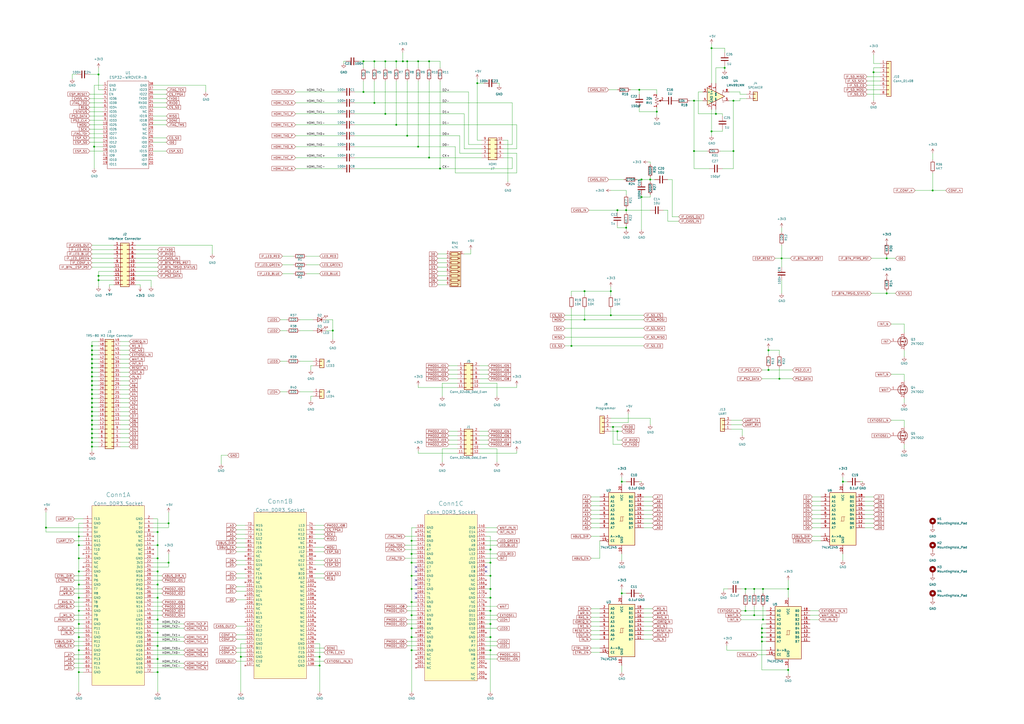
<source format=kicad_sch>
(kicad_sch (version 20250114) (generator "eeschema") (generator_version "9.0")
  (paper "A2")
  (title_block (title "TRS-IO++") (date "2023-10-06") (rev "1.1") (comment 2 "TRS-IO++ - Multi-Function Card for the TRS-80"))
  (lib_symbols
    (symbol "+3V3_1" (power) (pin_names (offset 0))
      (property "Value" "+3V3_1" (at 0 3.556 0))
      (symbol "+3V3_1_1_1"
        (pin power_in line (at 0 0 90) (length 0) (hide yes) (name "+3V3") (number "1"))
      )
    )
    (symbol "+3V3_11" (power) (pin_names (offset 0))
      (property "Value" "+3V3_11" (at 0 3.556 0))
      (symbol "+3V3_11_1_1"
        (pin power_in line (at 0 0 90) (length 0) (hide yes) (name "+3V3") (number "1"))
      )
    )
    (symbol "+3V3_2" (power) (pin_names (offset 0))
      (property "Value" "+3V3_2" (at 0 3.556 0))
      (symbol "+3V3_2_1_1"
        (pin power_in line (at 0 0 90) (length 0) (hide yes) (name "+3V3") (number "1"))
      )
    )
    (symbol "+3V3_3" (power) (pin_names (offset 0))
      (property "Value" "+3V3_3" (at 0 3.556 0))
      (symbol "+3V3_3_1_1"
        (pin power_in line (at 0 0 90) (length 0) (hide yes) (name "+3V3") (number "1"))
      )
    )
    (symbol "+3V3_4" (power) (pin_names (offset 0))
      (property "Value" "+3V3_4" (at 0 3.556 0))
      (symbol "+3V3_4_1_1"
        (pin power_in line (at 0 0 90) (length 0) (hide yes) (name "+3V3") (number "1"))
      )
    )
    (symbol "+3V3_5" (power) (pin_names (offset 0))
      (property "Value" "+3V3_5" (at 0 3.556 0))
      (symbol "+3V3_5_1_1"
        (pin power_in line (at 0 0 90) (length 0) (hide yes) (name "+3V3") (number "1"))
      )
    )
    (symbol "+3V3_6" (power) (pin_names (offset 0))
      (property "Value" "+3V3_6" (at 0 3.556 0))
      (symbol "+3V3_6_1_1"
        (pin power_in line (at 0 0 90) (length 0) (hide yes) (name "+3V3") (number "1"))
      )
    )
    (symbol "+3V3_7" (power) (pin_names (offset 0))
      (property "Value" "+3V3_7" (at 0 3.556 0))
      (symbol "+3V3_7_1_1"
        (pin power_in line (at 0 0 90) (length 0) (hide yes) (name "+3V3") (number "1"))
      )
    )
    (symbol "+3V3_8" (power) (pin_names (offset 0))
      (property "Value" "+3V3_8" (at 0 3.556 0))
      (symbol "+3V3_8_1_1"
        (pin power_in line (at 0 0 90) (length 0) (hide yes) (name "+3V3") (number "1"))
      )
    )
    (symbol "+3V3_9" (power) (pin_names (offset 0))
      (property "Value" "+3V3_9" (at 0 3.556 0))
      (symbol "+3V3_9_1_1"
        (pin power_in line (at 0 0 90) (length 0) (hide yes) (name "+3V3") (number "1"))
      )
    )
    (symbol "+5V_1" (power) (pin_names (offset 0))
      (property "Value" "+5V_1" (at 0 3.556 0))
      (symbol "+5V_1_1_1"
        (pin power_in line (at 0 0 90) (length 0) (hide yes) (name "+5V") (number "1"))
      )
    )
    (symbol "74xx:74HC245" (pin_names (offset 1.016))
      (property "Reference" "U" (at -7.62 16.51 0))
      (property "Value" "74HC245" (at -7.62 -16.51 0))
      (symbol "74HC245_1_0"
        (pin tri_state line (at -12.7 12.7 0) (length 5.08) (name "A0") (number "2"))
        (pin tri_state line (at -12.7 10.16 0) (length 5.08) (name "A1") (number "3"))
        (pin tri_state line (at -12.7 7.62 0) (length 5.08) (name "A2") (number "4"))
        (pin tri_state line (at -12.7 5.08 0) (length 5.08) (name "A3") (number "5"))
        (pin tri_state line (at -12.7 2.54 0) (length 5.08) (name "A4") (number "6"))
        (pin tri_state line (at -12.7 0 0) (length 5.08) (name "A5") (number "7"))
        (pin tri_state line (at -12.7 -2.54 0) (length 5.08) (name "A6") (number "8"))
        (pin tri_state line (at -12.7 -5.08 0) (length 5.08) (name "A7") (number "9"))
        (pin input line (at -12.7 -10.16 0) (length 5.08) (name "A->B") (number "1"))
        (pin input inverted (at -12.7 -12.7 0) (length 5.08) (name "CE") (number "19"))
        (pin power_in line (at 0 20.32 270) (length 5.08) (name "VCC") (number "20"))
        (pin power_in line (at 0 -20.32 90) (length 5.08) (name "GND") (number "10"))
        (pin tri_state line (at 12.7 12.7 180) (length 5.08) (name "B0") (number "18"))
        (pin tri_state line (at 12.7 10.16 180) (length 5.08) (name "B1") (number "17"))
        (pin tri_state line (at 12.7 7.62 180) (length 5.08) (name "B2") (number "16"))
        (pin tri_state line (at 12.7 5.08 180) (length 5.08) (name "B3") (number "15"))
        (pin tri_state line (at 12.7 2.54 180) (length 5.08) (name "B4") (number "14"))
        (pin tri_state line (at 12.7 0 180) (length 5.08) (name "B5") (number "13"))
        (pin tri_state line (at 12.7 -2.54 180) (length 5.08) (name "B6") (number "12"))
        (pin tri_state line (at 12.7 -5.08 180) (length 5.08) (name "B7") (number "11"))
      )
    )
    (symbol "Amplifier_Audio:LM4990MM" (pin_names (offset 0.127))
      (property "Reference" "U4" (at 11.43 8.9602 0))
      (property "Value" "LM4991MM" (at 11.43 6.4202 0))
      (symbol "LM4990MM_1_1"
        (pin input line (at -7.62 2.54 0) (length 2.54) (name "+") (number "3"))
        (pin input line (at -7.62 -2.54 0) (length 2.54) (name "-") (number "4"))
        (pin power_in line (at -2.54 7.62 270) (length 3.81) (name "V+") (number "6"))
        (pin power_in line (at -2.54 -7.62 90) (length 3.81) (name "GND") (number "7"))
        (pin input line (at 0 7.62 270) (length 5.08) (name "SHDN") (number "1"))
        (pin input line (at 0 -7.62 90) (length 5.08) (name "BYP") (number "2"))
        (pin output line (at 7.62 2.54 180) (length 2.54) (name "~") (number "8"))
        (pin output line (at 7.62 -2.54 180) (length 2.54) (name "~") (number "5"))
      )
    )
    (symbol "Conn_DDR3_Socket_1" (pin_names (offset 1.016))
      (property "Reference" "Conn" (at 0 0 0))
      (property "Value" "Conn_DDR3_Socket_1" (at 0 -3.81 0))
      (symbol "Conn_DDR3_Socket_1_1_1"
        (pin bidirectional line (at -20.32 -15.24 0) (length 5.08) (name "T13") (number "1"))
        (pin power_in line (at -20.32 -17.78 0) (length 5.08) (name "GND") (number "3"))
        (pin power_in line (at -20.32 -20.32 0) (length 5.08) (name "5V") (number "5"))
        (pin power_in line (at -20.32 -22.86 0) (length 5.08) (name "5V") (number "7"))
        (pin power_in line (at -20.32 -25.4 0) (length 5.08) (name "GND") (number "9"))
        (pin bidirectional line (at -20.32 -27.94 0) (length 5.08) (name "M11") (number "11"))
        (pin power_in line (at -20.32 -30.48 0) (length 5.08) (name "GND") (number "13"))
        (pin bidirectional line (at -20.32 -33.02 0) (length 5.08) (name "T10") (number "15"))
        (pin no_connect line (at -20.32 -35.56 0) (length 5.08) (name "NC") (number "17"))
        (pin power_in line (at -20.32 -38.1 0) (length 5.08) (name "GND") (number "19"))
        (pin input line (at -20.32 -40.64 0) (length 5.08) (name "NC") (number "21"))
        (pin no_connect line (at -20.32 -43.18 0) (length 5.08) (name "NC") (number "23"))
        (pin power_in line (at -20.32 -45.72 0) (length 5.08) (name "GND") (number "25"))
        (pin bidirectional line (at -20.32 -48.26 0) (length 5.08) (name "T6") (number "27"))
        (pin bidirectional line (at -20.32 -50.8 0) (length 5.08) (name "P6") (number "29"))
        (pin power_in line (at -20.32 -53.34 0) (length 5.08) (name "GND") (number "31"))
        (pin bidirectional line (at -20.32 -55.88 0) (length 5.08) (name "T7") (number "33"))
        (pin bidirectional line (at -20.32 -58.42 0) (length 5.08) (name "R8") (number "35"))
        (pin power_in line (at -20.32 -60.96 0) (length 5.08) (name "GND") (number "37"))
        (pin bidirectional line (at -20.32 -63.5 0) (length 5.08) (name "T8") (number "39"))
        (pin bidirectional line (at -20.32 -66.04 0) (length 5.08) (name "P8") (number "41"))
        (pin power_in line (at -20.32 -68.58 0) (length 5.08) (name "GND") (number "43"))
        (pin bidirectional line (at -20.32 -71.12 0) (length 5.08) (name "T9") (number "45"))
        (pin bidirectional line (at -20.32 -73.66 0) (length 5.08) (name "P9") (number "47"))
        (pin power_in line (at -20.32 -76.2 0) (length 5.08) (name "GND") (number "49"))
        (pin bidirectional line (at -20.32 -78.74 0) (length 5.08) (name "P11") (number "51"))
        (pin bidirectional line (at -20.32 -81.28 0) (length 5.08) (name "T11") (number "53"))
        (pin power_in line (at -20.32 -83.82 0) (length 5.08) (name "GND") (number "55"))
        (pin bidirectional line (at -20.32 -86.36 0) (length 5.08) (name "R11") (number "57"))
        (pin bidirectional line (at -20.32 -88.9 0) (length 5.08) (name "T12") (number "59"))
        (pin power_in line (at -20.32 -91.44 0) (length 5.08) (name "GND") (number "61"))
        (pin bidirectional line (at -20.32 -93.98 0) (length 5.08) (name "R12") (number "63"))
        (pin bidirectional line (at -20.32 -96.52 0) (length 5.08) (name "P13") (number "65"))
        (pin bidirectional line (at -20.32 -99.06 0) (length 5.08) (name "R13") (number "67"))
        (pin bidirectional line (at -20.32 -101.6 0) (length 5.08) (name "T14") (number "69"))
        (pin power_in line (at -20.32 -104.14 0) (length 5.08) (name "GND") (number "71"))
        (pin power_in line (at 20.32 -15.24 180) (length 5.08) (name "GND") (number "2"))
        (pin power_in line (at 20.32 -17.78 180) (length 5.08) (name "5V") (number "4"))
        (pin power_in line (at 20.32 -20.32 180) (length 5.08) (name "5V") (number "6"))
        (pin power_in line (at 20.32 -22.86 180) (length 5.08) (name "GND") (number "8"))
        (pin no_connect line (at 20.32 -25.4 180) (length 5.08) (name "NC") (number "10"))
        (pin no_connect line (at 20.32 -27.94 180) (length 5.08) (name "NC") (number "12"))
        (pin power_in line (at 20.32 -30.48 180) (length 5.08) (name "GND") (number "14"))
        (pin no_connect line (at 20.32 -33.02 180) (length 5.08) (name "NC") (number "16"))
        (pin no_connect line (at 20.32 -35.56 180) (length 5.08) (name "NC") (number "18"))
        (pin power_in line (at 20.32 -38.1 180) (length 5.08) (name "GND") (number "20"))
        (pin power_in line (at 20.32 -40.64 180) (length 5.08) (name "3V3") (number "22"))
        (pin power_in line (at 20.32 -43.18 180) (length 5.08) (name "3V3") (number "24"))
        (pin power_in line (at 20.32 -45.72 180) (length 5.08) (name "GND") (number "26"))
        (pin bidirectional line (at 20.32 -48.26 180) (length 5.08) (name "R16") (number "28"))
        (pin bidirectional line (at 20.32 -50.8 180) (length 5.08) (name "P15") (number "30"))
        (pin power_in line (at 20.32 -53.34 180) (length 5.08) (name "GND") (number "32"))
        (pin bidirectional line (at 20.32 -55.88 180) (length 5.08) (name "P16") (number "34"))
        (pin bidirectional line (at 20.32 -58.42 180) (length 5.08) (name "N15") (number "36"))
        (pin power_in line (at 20.32 -60.96 180) (length 5.08) (name "GND") (number "38"))
        (pin bidirectional line (at 20.32 -63.5 180) (length 5.08) (name "N16") (number "40"))
        (pin bidirectional line (at 20.32 -66.04 180) (length 5.08) (name "N14") (number "42"))
        (pin bidirectional line (at 20.32 -68.58 180) (length 5.08) (name "L16") (number "44"))
        (pin bidirectional line (at 20.32 -71.12 180) (length 5.08) (name "L14") (number "46"))
        (pin power_in line (at 20.32 -73.66 180) (length 5.08) (name "GND") (number "48"))
        (pin bidirectional line (at 20.32 -76.2 180) (length 5.08) (name "K15") (number "50"))
        (pin bidirectional line (at 20.32 -78.74 180) (length 5.08) (name "K14") (number "52"))
        (pin power_in line (at 20.32 -81.28 180) (length 5.08) (name "GND") (number "54"))
        (pin bidirectional line (at 20.32 -83.82 180) (length 5.08) (name "K16") (number "56"))
        (pin bidirectional line (at 20.32 -86.36 180) (length 5.08) (name "J15") (number "58"))
        (pin power_in line (at 20.32 -88.9 180) (length 5.08) (name "GND") (number "60"))
        (pin bidirectional line (at 20.32 -91.44 180) (length 5.08) (name "H16") (number "62"))
        (pin bidirectional line (at 20.32 -93.98 180) (length 5.08) (name "H14") (number "64"))
        (pin power_in line (at 20.32 -96.52 180) (length 5.08) (name "GND") (number "66"))
        (pin bidirectional line (at 20.32 -99.06 180) (length 5.08) (name "G16") (number "68"))
        (pin bidirectional line (at 20.32 -101.6 180) (length 5.08) (name "H15") (number "70"))
        (pin power_in line (at 20.32 -104.14 180) (length 5.08) (name "GND") (number "72"))
      )
      (symbol "Conn_DDR3_Socket_1_2_1"
        (pin bidirectional line (at -20.32 -15.24 0) (length 5.08) (name "M15") (number "73"))
        (pin bidirectional line (at -20.32 -17.78 0) (length 5.08) (name "M14") (number "75"))
        (pin bidirectional line (at -20.32 -20.32 0) (length 5.08) (name "F13") (number "77"))
        (pin bidirectional line (at -20.32 -22.86 0) (length 5.08) (name "G12") (number "79"))
        (pin bidirectional line (at -20.32 -25.4 0) (length 5.08) (name "T15") (number "81"))
        (pin bidirectional line (at -20.32 -27.94 0) (length 5.08) (name "J16") (number "83"))
        (pin bidirectional line (at -20.32 -30.48 0) (length 5.08) (name "J14") (number "85"))
        (pin no_connect line (at -20.32 -33.02 0) (length 5.08) (name "NC") (number "87"))
        (pin bidirectional line (at -20.32 -35.56 0) (length 5.08) (name "G14") (number "89"))
        (pin bidirectional line (at -20.32 -38.1 0) (length 5.08) (name "G15") (number "91"))
        (pin no_connect line (at -20.32 -40.64 0) (length 5.08) (name "NC") (number "93"))
        (pin bidirectional line (at -20.32 -43.18 0) (length 5.08) (name "F14") (number "95"))
        (pin bidirectional line (at -20.32 -45.72 0) (length 5.08) (name "F16") (number "97"))
        (pin no_connect line (at -20.32 -48.26 0) (length 5.08) (name "NC") (number "99"))
        (pin bidirectional line (at -20.32 -50.8 0) (length 5.08) (name "E15") (number "101"))
        (pin bidirectional line (at -20.32 -53.34 0) (length 5.08) (name "D14") (number "103"))
        (pin no_connect line (at -20.32 -55.88 0) (length 5.08) (name "NC") (number "105"))
        (pin bidirectional line (at -20.32 -58.42 0) (length 5.08) (name "A15") (number "107"))
        (pin bidirectional line (at -20.32 -60.96 0) (length 5.08) (name "B14") (number "109"))
        (pin no_connect line (at -20.32 -63.5 0) (length 5.08) (name "NC") (number "111"))
        (pin bidirectional line (at -20.32 -66.04 0) (length 5.08) (name "A14") (number "113"))
        (pin bidirectional line (at -20.32 -68.58 0) (length 5.08) (name "B13") (number "115"))
        (pin no_connect line (at -20.32 -71.12 0) (length 5.08) (name "NC") (number "117"))
        (pin bidirectional line (at -20.32 -73.66 0) (length 5.08) (name "C12") (number "119"))
        (pin bidirectional line (at -20.32 -76.2 0) (length 5.08) (name "B12") (number "121"))
        (pin bidirectional line (at -20.32 -78.74 0) (length 5.08) (name "A12") (number "123"))
        (pin bidirectional line (at -20.32 -81.28 0) (length 5.08) (name "C11") (number "125"))
        (pin power_in line (at -20.32 -83.82 0) (length 5.08) (name "GND") (number "127"))
        (pin bidirectional line (at -20.32 -86.36 0) (length 5.08) (name "B11") (number "129"))
        (pin bidirectional line (at -20.32 -88.9 0) (length 5.08) (name "A11") (number "131"))
        (pin power_in line (at -20.32 -91.44 0) (length 5.08) (name "GND") (number "133"))
        (pin bidirectional line (at -20.32 -93.98 0) (length 5.08) (name "C10") (number "135"))
        (pin no_connect line (at -20.32 -96.52 0) (length 5.08) (name "NC") (number "137"))
        (pin bidirectional line (at 20.32 -15.24 180) (length 5.08) (name "L13") (number "74"))
        (pin bidirectional line (at 20.32 -17.78 180) (length 5.08) (name "K11") (number "76"))
        (pin bidirectional line (at 20.32 -20.32 180) (length 5.08) (name "K12") (number "78"))
        (pin bidirectional line (at 20.32 -22.86 180) (length 5.08) (name "K13") (number "80"))
        (pin no_connect line (at 20.32 -25.4 180) (length 5.08) (name "NC") (number "82"))
        (pin bidirectional line (at 20.32 -27.94 180) (length 5.08) (name "H13") (number "84"))
        (pin bidirectional line (at 20.32 -30.48 180) (length 5.08) (name "J12") (number "86"))
        (pin no_connect line (at 20.32 -33.02 180) (length 5.08) (name "NC") (number "88"))
        (pin bidirectional line (at 20.32 -35.56 180) (length 5.08) (name "H12") (number "90"))
        (pin bidirectional line (at 20.32 -38.1 180) (length 5.08) (name "G11") (number "92"))
        (pin no_connect line (at 20.32 -40.64 180) (length 5.08) (name "NC") (number "94"))
        (pin bidirectional line (at 20.32 -43.18 180) (length 5.08) (name "B10") (number "96"))
        (pin bidirectional line (at 20.32 -45.72 180) (length 5.08) (name "A13") (number "98"))
        (pin no_connect line (at 20.32 -48.26 180) (length 5.08) (name "NC") (number "100"))
        (pin no_connect line (at 20.32 -50.8 180) (length 5.08) (name "NC") (number "102"))
        (pin no_connect line (at 20.32 -53.34 180) (length 5.08) (name "NC") (number "104"))
        (pin no_connect line (at 20.32 -55.88 180) (length 5.08) (name "NC") (number "106"))
        (pin no_connect line (at 20.32 -58.42 180) (length 5.08) (name "NC") (number "108"))
        (pin no_connect line (at 20.32 -60.96 180) (length 5.08) (name "NC") (number "110"))
        (pin no_connect line (at 20.32 -63.5 180) (length 5.08) (name "NC") (number "112"))
        (pin no_connect line (at 20.32 -66.04 180) (length 5.08) (name "NC") (number "114"))
        (pin no_connect line (at 20.32 -68.58 180) (length 5.08) (name "NC") (number "116"))
        (pin no_connect line (at 20.32 -71.12 180) (length 5.08) (name "NC") (number "118"))
        (pin no_connect line (at 20.32 -73.66 180) (length 5.08) (name "NC") (number "120"))
        (pin no_connect line (at 20.32 -76.2 180) (length 5.08) (name "NC") (number "122"))
        (pin no_connect line (at 20.32 -78.74 180) (length 5.08) (name "NC") (number "124"))
        (pin no_connect line (at 20.32 -81.28 180) (length 5.08) (name "NC") (number "126"))
        (pin power_in line (at 20.32 -83.82 180) (length 5.08) (name "GND") (number "128"))
        (pin bidirectional line (at 20.32 -86.36 180) (length 5.08) (name "E15") (number "130"))
        (pin bidirectional line (at 20.32 -88.9 180) (length 5.08) (name "F15") (number "132"))
        (pin power_in line (at 20.32 -91.44 180) (length 5.08) (name "GND") (number "134"))
        (pin bidirectional line (at 20.32 -93.98 180) (length 5.08) (name "C13") (number "136"))
        (pin power_in line (at 20.32 -96.52 180) (length 5.08) (name "GND") (number "138"))
      )
      (symbol "Conn_DDR3_Socket_1_3_1"
        (pin power_in line (at -20.32 -15.24 0) (length 5.08) (name "GND") (number "139"))
        (pin no_connect line (at -20.32 -17.78 0) (length 5.08) (name "NC") (number "141"))
        (pin bidirectional line (at -20.32 -20.32 0) (length 5.08) (name "B8") (number "143"))
        (pin power_in line (at -20.32 -22.86 0) (length 5.08) (name "GND") (number "145"))
        (pin bidirectional line (at -20.32 -25.4 0) (length 5.08) (name "C6") (number "147"))
        (pin bidirectional line (at -20.32 -27.94 0) (length 5.08) (name "A7") (number "149"))
        (pin power_in line (at -20.32 -30.48 0) (length 5.08) (name "GND") (number "151"))
        (pin bidirectional line (at -20.32 -33.02 0) (length 5.08) (name "A6") (number "153"))
        (pin power_in line (at -20.32 -35.56 0) (length 5.08) (name "GND") (number "155"))
        (pin bidirectional line (at -20.32 -38.1 0) (length 5.08) (name "C7") (number "157"))
        (pin bidirectional line (at -20.32 -40.64 0) (length 5.08) (name "D7") (number "159"))
        (pin power_in line (at -20.32 -43.18 0) (length 5.08) (name "GND") (number "161"))
        (pin bidirectional line (at -20.32 -45.72 0) (length 5.08) (name "T2") (number "163"))
        (pin bidirectional line (at -20.32 -48.26 0) (length 5.08) (name "T3") (number "165"))
        (pin power_in line (at -20.32 -50.8 0) (length 5.08) (name "GND") (number "167"))
        (pin bidirectional line (at -20.32 -53.34 0) (length 5.08) (name "T4") (number "169"))
        (pin bidirectional line (at -20.32 -55.88 0) (length 5.08) (name "T5") (number "171"))
        (pin power_in line (at -20.32 -58.42 0) (length 5.08) (name "GND") (number "173"))
        (pin bidirectional line (at -20.32 -60.96 0) (length 5.08) (name "N6") (number "175"))
        (pin bidirectional line (at -20.32 -63.5 0) (length 5.08) (name "N7") (number "177"))
        (pin power_in line (at -20.32 -66.04 0) (length 5.08) (name "GND") (number "179"))
        (pin bidirectional line (at -20.32 -68.58 0) (length 5.08) (name "N9") (number "181"))
        (pin bidirectional line (at -20.32 -71.12 0) (length 5.08) (name "R9") (number "183"))
        (pin power_in line (at -20.32 -73.66 0) (length 5.08) (name "GND") (number "185"))
        (pin no_connect line (at -20.32 -76.2 0) (length 5.08) (name "NC") (number "187"))
        (pin power_in line (at -20.32 -78.74 0) (length 5.08) (name "GND") (number "189"))
        (pin bidirectional line (at -20.32 -81.28 0) (length 5.08) (name "N8") (number "191"))
        (pin bidirectional line (at -20.32 -83.82 0) (length 5.08) (name "L9") (number "193"))
        (pin power_in line (at -20.32 -86.36 0) (length 5.08) (name "GND") (number "195"))
        (pin no_connect line (at -20.32 -88.9 0) (length 5.08) (name "NC") (number "197"))
        (pin no_connect line (at -20.32 -91.44 0) (length 5.08) (name "NC") (number "199"))
        (pin no_connect line (at -20.32 -93.98 0) (length 5.08) (name "NC") (number "201"))
        (pin no_connect line (at -20.32 -96.52 0) (length 5.08) (name "NC") (number "203"))
        (pin bidirectional line (at 20.32 -15.24 180) (length 5.08) (name "D16") (number "140"))
        (pin bidirectional line (at 20.32 -17.78 180) (length 5.08) (name "E14") (number "142"))
        (pin power_in line (at 20.32 -20.32 180) (length 5.08) (name "GND") (number "144"))
        (pin bidirectional line (at 20.32 -22.86 180) (length 5.08) (name "C9") (number "146"))
        (pin bidirectional line (at 20.32 -25.4 180) (length 5.08) (name "A9") (number "148"))
        (pin power_in line (at 20.32 -27.94 180) (length 5.08) (name "GND") (number "150"))
        (pin bidirectional line (at 20.32 -30.48 180) (length 5.08) (name "L12") (number "152"))
        (pin bidirectional line (at 20.32 -33.02 180) (length 5.08) (name "J11") (number "154"))
        (pin power_in line (at 20.32 -35.56 180) (length 5.08) (name "GND") (number "156"))
        (pin bidirectional line (at 20.32 -38.1 180) (length 5.08) (name "E9") (number "158"))
        (pin bidirectional line (at 20.32 -40.64 180) (length 5.08) (name "E8") (number "160"))
        (pin power_in line (at 20.32 -43.18 180) (length 5.08) (name "GND") (number "162"))
        (pin no_connect line (at 20.32 -45.72 180) (length 5.08) (name "NC") (number "164"))
        (pin no_connect line (at 20.32 -48.26 180) (length 5.08) (name "NC") (number "166"))
        (pin power_in line (at 20.32 -50.8 180) (length 5.08) (name "GND") (number "168"))
        (pin no_connect line (at 20.32 -53.34 180) (length 5.08) (name "NC") (number "170"))
        (pin power_in line (at 20.32 -55.88 180) (length 5.08) (name "GND") (number "172"))
        (pin no_connect line (at 20.32 -58.42 180) (length 5.08) (name "NC") (number "174"))
        (pin bidirectional line (at 20.32 -60.96 180) (length 5.08) (name "F10") (number "176"))
        (pin power_in line (at 20.32 -63.5 180) (length 5.08) (name "GND") (number "178"))
        (pin bidirectional line (at 20.32 -66.04 180) (length 5.08) (name "D11") (number "180"))
        (pin bidirectional line (at 20.32 -68.58 180) (length 5.08) (name "D10") (number "182"))
        (pin power_in line (at 20.32 -71.12 180) (length 5.08) (name "GND") (number "184"))
        (pin bidirectional line (at 20.32 -73.66 180) (length 5.08) (name "E10") (number "186"))
        (pin no_connect line (at 20.32 -76.2 180) (length 5.08) (name "NC") (number "188"))
        (pin power_in line (at 20.32 -78.74 180) (length 5.08) (name "GND") (number "190"))
        (pin bidirectional line (at 20.32 -81.28 180) (length 5.08) (name "R7") (number "192"))
        (pin bidirectional line (at 20.32 -83.82 180) (length 5.08) (name "P7") (number "194"))
        (pin power_in line (at 20.32 -86.36 180) (length 5.08) (name "GND") (number "196"))
        (pin bidirectional line (at 20.32 -88.9 180) (length 5.08) (name "M6") (number "198"))
        (pin bidirectional line (at 20.32 -91.44 180) (length 5.08) (name "L8") (number "200"))
        (pin no_connect line (at 20.32 -93.98 180) (length 5.08) (name "NC") (number "202"))
        (pin no_connect line (at 20.32 -96.52 180) (length 5.08) (name "NC") (number "204"))
        (pin no_connect line (at 20.32 -100.33 180) (length 5.08) (name "NC") (number "205"))
        (pin no_connect line (at 20.32 -102.87 180) (length 5.08) (name "NC") (number "206"))
      )
    )
    (symbol "Connector_Generic:Conn_01x02" (pin_names (offset 1.016) (hide yes))
      (property "Reference" "J" (at 0 2.54 0))
      (property "Value" "Conn_01x02" (at 0 -5.08 0))
      (symbol "Conn_01x02_1_1"
        (pin passive line (at -5.08 0 0) (length 3.81) (name "Pin_1") (number "1"))
        (pin passive line (at -5.08 -2.54 0) (length 3.81) (name "Pin_2") (number "2"))
      )
    )
    (symbol "Connector_Generic:Conn_01x03" (pin_names (offset 1.016) (hide yes))
      (property "Reference" "J" (at 0 5.08 0))
      (property "Value" "Conn_01x03" (at 0 -5.08 0))
      (symbol "Conn_01x03_1_1"
        (pin passive line (at -5.08 2.54 0) (length 3.81) (name "Pin_1") (number "1"))
        (pin passive line (at -5.08 0 0) (length 3.81) (name "Pin_2") (number "2"))
        (pin passive line (at -5.08 -2.54 0) (length 3.81) (name "Pin_3") (number "3"))
      )
    )
    (symbol "Connector_Generic:Conn_01x04" (pin_names (offset 1.016) (hide yes))
      (property "Reference" "J" (at 0 5.08 0))
      (property "Value" "Conn_01x04" (at 0 -7.62 0))
      (symbol "Conn_01x04_1_1"
        (pin passive line (at -5.08 2.54 0) (length 3.81) (name "Pin_1") (number "1"))
        (pin passive line (at -5.08 0 0) (length 3.81) (name "Pin_2") (number "2"))
        (pin passive line (at -5.08 -2.54 0) (length 3.81) (name "Pin_3") (number "3"))
        (pin passive line (at -5.08 -5.08 0) (length 3.81) (name "Pin_4") (number "4"))
      )
    )
    (symbol "Connector_Generic:Conn_01x08" (pin_names (offset 1.016) (hide yes))
      (property "Reference" "J" (at 0 10.16 0))
      (property "Value" "Conn_01x08" (at 0 -12.7 0))
      (symbol "Conn_01x08_1_1"
        (pin passive line (at -5.08 7.62 0) (length 3.81) (name "Pin_1") (number "1"))
        (pin passive line (at -5.08 5.08 0) (length 3.81) (name "Pin_2") (number "2"))
        (pin passive line (at -5.08 2.54 0) (length 3.81) (name "Pin_3") (number "3"))
        (pin passive line (at -5.08 0 0) (length 3.81) (name "Pin_4") (number "4"))
        (pin passive line (at -5.08 -2.54 0) (length 3.81) (name "Pin_5") (number "5"))
        (pin passive line (at -5.08 -5.08 0) (length 3.81) (name "Pin_6") (number "6"))
        (pin passive line (at -5.08 -7.62 0) (length 3.81) (name "Pin_7") (number "7"))
        (pin passive line (at -5.08 -10.16 0) (length 3.81) (name "Pin_8") (number "8"))
      )
    )
    (symbol "Connector_Generic:Conn_02x05_Odd_Even" (pin_names (offset 1.016) (hide yes))
      (property "Reference" "J" (at 1.27 7.62 0))
      (property "Value" "Conn_02x05_Odd_Even" (at 1.27 -7.62 0))
      (symbol "Conn_02x05_Odd_Even_1_1"
        (pin passive line (at -5.08 5.08 0) (length 3.81) (name "Pin_1") (number "1"))
        (pin passive line (at -5.08 2.54 0) (length 3.81) (name "Pin_3") (number "3"))
        (pin passive line (at -5.08 0 0) (length 3.81) (name "Pin_5") (number "5"))
        (pin passive line (at -5.08 -2.54 0) (length 3.81) (name "Pin_7") (number "7"))
        (pin passive line (at -5.08 -5.08 0) (length 3.81) (name "Pin_9") (number "9"))
        (pin passive line (at 7.62 5.08 180) (length 3.81) (name "Pin_2") (number "2"))
        (pin passive line (at 7.62 2.54 180) (length 3.81) (name "Pin_4") (number "4"))
        (pin passive line (at 7.62 0 180) (length 3.81) (name "Pin_6") (number "6"))
        (pin passive line (at 7.62 -2.54 180) (length 3.81) (name "Pin_8") (number "8"))
        (pin passive line (at 7.62 -5.08 180) (length 3.81) (name "Pin_10") (number "10"))
      )
    )
    (symbol "Connector_Generic:Conn_02x06_Odd_Even" (pin_names (offset 1.016) (hide yes))
      (property "Reference" "J" (at 1.27 7.62 0))
      (property "Value" "Conn_02x06_Odd_Even" (at 1.27 -10.16 0))
      (symbol "Conn_02x06_Odd_Even_1_1"
        (pin passive line (at -5.08 5.08 0) (length 3.81) (name "Pin_1") (number "1"))
        (pin passive line (at -5.08 2.54 0) (length 3.81) (name "Pin_3") (number "3"))
        (pin passive line (at -5.08 0 0) (length 3.81) (name "Pin_5") (number "5"))
        (pin passive line (at -5.08 -2.54 0) (length 3.81) (name "Pin_7") (number "7"))
        (pin passive line (at -5.08 -5.08 0) (length 3.81) (name "Pin_9") (number "9"))
        (pin passive line (at -5.08 -7.62 0) (length 3.81) (name "Pin_11") (number "11"))
        (pin passive line (at 7.62 5.08 180) (length 3.81) (name "Pin_2") (number "2"))
        (pin passive line (at 7.62 2.54 180) (length 3.81) (name "Pin_4") (number "4"))
        (pin passive line (at 7.62 0 180) (length 3.81) (name "Pin_6") (number "6"))
        (pin passive line (at 7.62 -2.54 180) (length 3.81) (name "Pin_8") (number "8"))
        (pin passive line (at 7.62 -5.08 180) (length 3.81) (name "Pin_10") (number "10"))
        (pin passive line (at 7.62 -7.62 180) (length 3.81) (name "Pin_12") (number "12"))
      )
    )
    (symbol "Connector_Generic:Conn_02x10_Odd_Even" (pin_names (offset 1.016) (hide yes))
      (property "Reference" "J" (at 1.27 12.7 0))
      (property "Value" "Conn_02x10_Odd_Even" (at 1.27 -15.24 0))
      (symbol "Conn_02x10_Odd_Even_1_1"
        (pin passive line (at -5.08 10.16 0) (length 3.81) (name "Pin_1") (number "1"))
        (pin passive line (at -5.08 7.62 0) (length 3.81) (name "Pin_3") (number "3"))
        (pin passive line (at -5.08 5.08 0) (length 3.81) (name "Pin_5") (number "5"))
        (pin passive line (at -5.08 2.54 0) (length 3.81) (name "Pin_7") (number "7"))
        (pin passive line (at -5.08 0 0) (length 3.81) (name "Pin_9") (number "9"))
        (pin passive line (at -5.08 -2.54 0) (length 3.81) (name "Pin_11") (number "11"))
        (pin passive line (at -5.08 -5.08 0) (length 3.81) (name "Pin_13") (number "13"))
        (pin passive line (at -5.08 -7.62 0) (length 3.81) (name "Pin_15") (number "15"))
        (pin passive line (at -5.08 -10.16 0) (length 3.81) (name "Pin_17") (number "17"))
        (pin passive line (at -5.08 -12.7 0) (length 3.81) (name "Pin_19") (number "19"))
        (pin passive line (at 7.62 10.16 180) (length 3.81) (name "Pin_2") (number "2"))
        (pin passive line (at 7.62 7.62 180) (length 3.81) (name "Pin_4") (number "4"))
        (pin passive line (at 7.62 5.08 180) (length 3.81) (name "Pin_6") (number "6"))
        (pin passive line (at 7.62 2.54 180) (length 3.81) (name "Pin_8") (number "8"))
        (pin passive line (at 7.62 0 180) (length 3.81) (name "Pin_10") (number "10"))
        (pin passive line (at 7.62 -2.54 180) (length 3.81) (name "Pin_12") (number "12"))
        (pin passive line (at 7.62 -5.08 180) (length 3.81) (name "Pin_14") (number "14"))
        (pin passive line (at 7.62 -7.62 180) (length 3.81) (name "Pin_16") (number "16"))
        (pin passive line (at 7.62 -10.16 180) (length 3.81) (name "Pin_18") (number "18"))
        (pin passive line (at 7.62 -12.7 180) (length 3.81) (name "Pin_20") (number "20"))
      )
    )
    (symbol "Connector_Generic:Conn_02x25_Odd_Even" (pin_names (offset 1.016) (hide yes))
      (property "Reference" "J" (at 1.27 33.02 0))
      (property "Value" "Conn_02x25_Odd_Even" (at 1.27 -33.02 0))
      (symbol "Conn_02x25_Odd_Even_1_1"
        (pin passive line (at -5.08 30.48 0) (length 3.81) (name "Pin_1") (number "1"))
        (pin passive line (at -5.08 27.94 0) (length 3.81) (name "Pin_3") (number "3"))
        (pin passive line (at -5.08 25.4 0) (length 3.81) (name "Pin_5") (number "5"))
        (pin passive line (at -5.08 22.86 0) (length 3.81) (name "Pin_7") (number "7"))
        (pin passive line (at -5.08 20.32 0) (length 3.81) (name "Pin_9") (number "9"))
        (pin passive line (at -5.08 17.78 0) (length 3.81) (name "Pin_11") (number "11"))
        (pin passive line (at -5.08 15.24 0) (length 3.81) (name "Pin_13") (number "13"))
        (pin passive line (at -5.08 12.7 0) (length 3.81) (name "Pin_15") (number "15"))
        (pin passive line (at -5.08 10.16 0) (length 3.81) (name "Pin_17") (number "17"))
        (pin passive line (at -5.08 7.62 0) (length 3.81) (name "Pin_19") (number "19"))
        (pin passive line (at -5.08 5.08 0) (length 3.81) (name "Pin_21") (number "21"))
        (pin passive line (at -5.08 2.54 0) (length 3.81) (name "Pin_23") (number "23"))
        (pin passive line (at -5.08 0 0) (length 3.81) (name "Pin_25") (number "25"))
        (pin passive line (at -5.08 -2.54 0) (length 3.81) (name "Pin_27") (number "27"))
        (pin passive line (at -5.08 -5.08 0) (length 3.81) (name "Pin_29") (number "29"))
        (pin passive line (at -5.08 -7.62 0) (length 3.81) (name "Pin_31") (number "31"))
        (pin passive line (at -5.08 -10.16 0) (length 3.81) (name "Pin_33") (number "33"))
        (pin passive line (at -5.08 -12.7 0) (length 3.81) (name "Pin_35") (number "35"))
        (pin passive line (at -5.08 -15.24 0) (length 3.81) (name "Pin_37") (number "37"))
        (pin passive line (at -5.08 -17.78 0) (length 3.81) (name "Pin_39") (number "39"))
        (pin passive line (at -5.08 -20.32 0) (length 3.81) (name "Pin_41") (number "41"))
        (pin passive line (at -5.08 -22.86 0) (length 3.81) (name "Pin_43") (number "43"))
        (pin passive line (at -5.08 -25.4 0) (length 3.81) (name "Pin_45") (number "45"))
        (pin passive line (at -5.08 -27.94 0) (length 3.81) (name "Pin_47") (number "47"))
        (pin passive line (at -5.08 -30.48 0) (length 3.81) (name "Pin_49") (number "49"))
        (pin passive line (at 7.62 30.48 180) (length 3.81) (name "Pin_2") (number "2"))
        (pin passive line (at 7.62 27.94 180) (length 3.81) (name "Pin_4") (number "4"))
        (pin passive line (at 7.62 25.4 180) (length 3.81) (name "Pin_6") (number "6"))
        (pin passive line (at 7.62 22.86 180) (length 3.81) (name "Pin_8") (number "8"))
        (pin passive line (at 7.62 20.32 180) (length 3.81) (name "Pin_10") (number "10"))
        (pin passive line (at 7.62 17.78 180) (length 3.81) (name "Pin_12") (number "12"))
        (pin passive line (at 7.62 15.24 180) (length 3.81) (name "Pin_14") (number "14"))
        (pin passive line (at 7.62 12.7 180) (length 3.81) (name "Pin_16") (number "16"))
        (pin passive line (at 7.62 10.16 180) (length 3.81) (name "Pin_18") (number "18"))
        (pin passive line (at 7.62 7.62 180) (length 3.81) (name "Pin_20") (number "20"))
        (pin passive line (at 7.62 5.08 180) (length 3.81) (name "Pin_22") (number "22"))
        (pin passive line (at 7.62 2.54 180) (length 3.81) (name "Pin_24") (number "24"))
        (pin passive line (at 7.62 0 180) (length 3.81) (name "Pin_26") (number "26"))
        (pin passive line (at 7.62 -2.54 180) (length 3.81) (name "Pin_28") (number "28"))
        (pin passive line (at 7.62 -5.08 180) (length 3.81) (name "Pin_30") (number "30"))
        (pin passive line (at 7.62 -7.62 180) (length 3.81) (name "Pin_32") (number "32"))
        (pin passive line (at 7.62 -10.16 180) (length 3.81) (name "Pin_34") (number "34"))
        (pin passive line (at 7.62 -12.7 180) (length 3.81) (name "Pin_36") (number "36"))
        (pin passive line (at 7.62 -15.24 180) (length 3.81) (name "Pin_38") (number "38"))
        (pin passive line (at 7.62 -17.78 180) (length 3.81) (name "Pin_40") (number "40"))
        (pin passive line (at 7.62 -20.32 180) (length 3.81) (name "Pin_42") (number "42"))
        (pin passive line (at 7.62 -22.86 180) (length 3.81) (name "Pin_44") (number "44"))
        (pin passive line (at 7.62 -25.4 180) (length 3.81) (name "Pin_46") (number "46"))
        (pin passive line (at 7.62 -27.94 180) (length 3.81) (name "Pin_48") (number "48"))
        (pin passive line (at 7.62 -30.48 180) (length 3.81) (name "Pin_50") (number "50"))
      )
    )
    (symbol "Device:C" (pin_numbers (hide yes)) (pin_names (offset 0.254))
      (property "Reference" "C" (at 0.635 2.54 0))
      (property "Value" "C" (at 0.635 -2.54 0))
      (symbol "C_1_1"
        (pin passive line (at 0 3.81 270) (length 2.794) (name "~") (number "1"))
        (pin passive line (at 0 -3.81 90) (length 2.794) (name "~") (number "2"))
      )
    )
    (symbol "Device:LED" (pin_numbers (hide yes)) (pin_names (offset 1.016) (hide yes))
      (property "Reference" "D" (at 0 2.54 0))
      (property "Value" "LED" (at 0 -2.54 0))
      (symbol "LED_1_1"
        (pin passive line (at -3.81 0 0) (length 2.54) (name "K") (number "1"))
        (pin passive line (at 3.81 0 180) (length 2.54) (name "A") (number "2"))
      )
    )
    (symbol "Device:R" (pin_numbers (hide yes)) (pin_names (offset 0))
      (property "Reference" "R" (at 2.032 0 90))
      (property "Value" "R" (at 0 0 90))
      (symbol "R_1_1"
        (pin passive line (at 0 3.81 270) (length 1.27) (name "~") (number "1"))
        (pin passive line (at 0 -3.81 90) (length 1.27) (name "~") (number "2"))
      )
    )
    (symbol "Device:R_Network08" (pin_names (offset 0) (hide yes))
      (property "Reference" "RN" (at -12.7 0 90))
      (property "Value" "R_Network08" (at 10.16 0 90))
      (symbol "R_Network08_1_1"
        (pin passive line (at -10.16 5.08 270) (length 2.54) (name "common") (number "1"))
        (pin passive line (at -10.16 -5.08 90) (length 1.27) (name "R1") (number "2"))
        (pin passive line (at -7.62 -5.08 90) (length 1.27) (name "R2") (number "3"))
        (pin passive line (at -5.08 -5.08 90) (length 1.27) (name "R3") (number "4"))
        (pin passive line (at -2.54 -5.08 90) (length 1.27) (name "R4") (number "5"))
        (pin passive line (at 0 -5.08 90) (length 1.27) (name "R5") (number "6"))
        (pin passive line (at 2.54 -5.08 90) (length 1.27) (name "R6") (number "7"))
        (pin passive line (at 5.08 -5.08 90) (length 1.27) (name "R7") (number "8"))
        (pin passive line (at 7.62 -5.08 90) (length 1.27) (name "R8") (number "9"))
      )
    )
    (symbol "Device:R_Potentiometer_US" (pin_names (offset 1.016) (hide yes))
      (property "Reference" "RV" (at -4.445 0 90))
      (property "Value" "R_Potentiometer_US" (at -2.54 0 90))
      (symbol "R_Potentiometer_US_1_1"
        (pin passive line (at 0 3.81 270) (length 1.27) (name "1") (number "1"))
        (pin passive line (at 0 -3.81 90) (length 1.27) (name "3") (number "3"))
        (pin passive line (at 3.81 0 180) (length 1.27) (name "2") (number "2"))
      )
    )
    (symbol "ESP32-WROVER-B:ESP32-WROVER-B" (pin_names (offset 1.016))
      (property "Reference" "U" (at -1.27 25.4 0))
      (property "Value" "ESP32-WROVER-B" (at 0 -27.94 0))
      (symbol "ESP32-WROVER-B_1_1"
        (pin power_in line (at -15.24 21.59 0) (length 2.54) (name "GND") (number "1"))
        (pin power_in line (at -15.24 19.05 0) (length 2.54) (name "3.3V") (number "2"))
        (pin input line (at -15.24 16.51 0) (length 2.54) (name "EN") (number "3"))
        (pin bidirectional line (at -15.24 13.97 0) (length 2.54) (name "IO36") (number "4"))
        (pin bidirectional line (at -15.24 11.43 0) (length 2.54) (name "IO39") (number "5"))
        (pin bidirectional line (at -15.24 8.89 0) (length 2.54) (name "IO34") (number "6"))
        (pin bidirectional line (at -15.24 6.35 0) (length 2.54) (name "IO35") (number "7"))
        (pin bidirectional line (at -15.24 3.81 0) (length 2.54) (name "IO32") (number "8"))
        (pin bidirectional line (at -15.24 1.27 0) (length 2.54) (name "IO33") (number "9"))
        (pin bidirectional line (at -15.24 -1.27 0) (length 2.54) (name "IO25") (number "10"))
        (pin bidirectional line (at -15.24 -3.81 0) (length 2.54) (name "IO26") (number "11"))
        (pin bidirectional line (at -15.24 -6.35 0) (length 2.54) (name "IO27") (number "12"))
        (pin bidirectional line (at -15.24 -8.89 0) (length 2.54) (name "IO14") (number "13"))
        (pin bidirectional line (at -15.24 -11.43 0) (length 2.54) (name "IO12") (number "14"))
        (pin power_in line (at -15.24 -13.97 0) (length 2.54) (name "GND") (number "15"))
        (pin bidirectional line (at -15.24 -16.51 0) (length 2.54) (name "IO13") (number "16"))
        (pin bidirectional line (at -15.24 -19.05 0) (length 2.54) (name "IO9") (number "17"))
        (pin bidirectional line (at -15.24 -21.59 0) (length 2.54) (name "IO10") (number "18"))
        (pin bidirectional line (at -15.24 -24.13 0) (length 2.54) (name "IO11") (number "19"))
        (pin power_in line (at 13.97 21.59 180) (length 2.54) (name "GND") (number "38"))
        (pin bidirectional line (at 13.97 19.05 180) (length 2.54) (name "IO23") (number "37"))
        (pin bidirectional line (at 13.97 16.51 180) (length 2.54) (name "IO22") (number "36"))
        (pin output line (at 13.97 13.97 180) (length 2.54) (name "TXD0") (number "35"))
        (pin input line (at 13.97 11.43 180) (length 2.54) (name "RXD0") (number "34"))
        (pin bidirectional line (at 13.97 8.89 180) (length 2.54) (name "IO21") (number "33"))
        (pin bidirectional line (at 13.97 6.35 180) (length 2.54) (name "NC") (number "32"))
        (pin bidirectional line (at 13.97 3.81 180) (length 2.54) (name "IO19") (number "31"))
        (pin bidirectional line (at 13.97 1.27 180) (length 2.54) (name "IO18") (number "30"))
        (pin bidirectional line (at 13.97 -1.27 180) (length 2.54) (name "IO5") (number "29"))
        (pin bidirectional line (at 13.97 -3.81 180) (length 2.54) (name "NC") (number "28"))
        (pin bidirectional line (at 13.97 -6.35 180) (length 2.54) (name "NC") (number "27"))
        (pin bidirectional line (at 13.97 -8.89 180) (length 2.54) (name "IO4") (number "26"))
        (pin bidirectional line (at 13.97 -11.43 180) (length 2.54) (name "IO0") (number "25"))
        (pin bidirectional line (at 13.97 -13.97 180) (length 2.54) (name "IO2") (number "24"))
        (pin bidirectional line (at 13.97 -16.51 180) (length 2.54) (name "IO15") (number "23"))
        (pin bidirectional line (at 13.97 -19.05 180) (length 2.54) (name "IO8") (number "22"))
        (pin bidirectional line (at 13.97 -21.59 180) (length 2.54) (name "IO7") (number "21"))
        (pin bidirectional line (at 13.97 -24.13 180) (length 2.54) (name "IO6") (number "20"))
      )
    )
    (symbol "GND_1" (power) (pin_names (offset 0))
      (property "Value" "GND_1" (at 0 -3.81 0))
      (symbol "GND_1_1_1"
        (pin power_in line (at 0 0 270) (length 0) (hide yes) (name "GND") (number "1"))
      )
    )
    (symbol "GND_2" (power) (pin_names (offset 0))
      (property "Value" "GND_2" (at 0 -3.81 0))
      (symbol "GND_2_1_1"
        (pin power_in line (at 0 0 270) (length 0) (hide yes) (name "GND") (number "1"))
      )
    )
    (symbol "GND_3" (power) (pin_names (offset 0))
      (property "Value" "GND_3" (at 0 -3.81 0))
      (symbol "GND_3_1_1"
        (pin power_in line (at 0 0 270) (length 0) (hide yes) (name "GND") (number "1"))
      )
    )
    (symbol "GND_4" (power) (pin_numbers (hide yes)) (pin_names (offset 0) (hide yes))
      (property "Value" "GND" (at 0 -3.81 0))
      (symbol "GND_4_1_1"
        (pin power_in line (at 0 0 270) (length 0) (name "~") (number "1"))
      )
    )
    (symbol "Mechanical:MountingHole_Pad" (pin_numbers (hide yes)) (pin_names (offset 1.016) (hide yes))
      (property "Reference" "H" (at 0 6.35 0))
      (property "Value" "MountingHole_Pad" (at 0 4.445 0))
      (symbol "MountingHole_Pad_1_1"
        (pin input line (at 0 -2.54 90) (length 2.54) (name "1") (number "1"))
      )
    )
    (symbol "Tang20K:Conn_DDR3_Socket" (pin_names (offset 1.016))
      (property "Reference" "Conn" (at 0 0 0))
      (property "Value" "Conn_DDR3_Socket" (at 0 -3.81 0))
      (symbol "Conn_DDR3_Socket_1_1"
        (pin bidirectional line (at -20.32 -15.24 0) (length 5.08) (name "M11") (number "1"))
        (pin power_in line (at -20.32 -17.78 0) (length 5.08) (name "GND") (number "3"))
        (pin power_in line (at -20.32 -20.32 0) (length 5.08) (name "5V") (number "5"))
        (pin power_in line (at -20.32 -22.86 0) (length 5.08) (name "5V") (number "7"))
        (pin power_in line (at -20.32 -25.4 0) (length 5.08) (name "GND") (number "9"))
        (pin bidirectional line (at -20.32 -27.94 0) (length 5.08) (name "L10") (number "11"))
        (pin power_in line (at -20.32 -30.48 0) (length 5.08) (name "GND") (number "13"))
        (pin bidirectional line (at -20.32 -33.02 0) (length 5.08) (name "T10") (number "15"))
        (pin no_connect line (at -20.32 -35.56 0) (length 5.08) (name "NC") (number "17"))
        (pin power_in line (at -20.32 -38.1 0) (length 5.08) (name "GND") (number "19"))
        (pin input line (at -20.32 -40.64 0) (length 5.08) (name "NC") (number "21"))
        (pin no_connect line (at -20.32 -43.18 0) (length 5.08) (name "NC") (number "23"))
        (pin power_in line (at -20.32 -45.72 0) (length 5.08) (name "GND") (number "25"))
        (pin bidirectional line (at -20.32 -48.26 0) (length 5.08) (name "T6") (number "27"))
        (pin bidirectional line (at -20.32 -50.8 0) (length 5.08) (name "P6") (number "29"))
        (pin power_in line (at -20.32 -53.34 0) (length 5.08) (name "GND") (number "31"))
        (pin bidirectional line (at -20.32 -55.88 0) (length 5.08) (name "T7") (number "33"))
        (pin bidirectional line (at -20.32 -58.42 0) (length 5.08) (name "R8") (number "35"))
        (pin power_in line (at -20.32 -60.96 0) (length 5.08) (name "GND") (number "37"))
        (pin bidirectional line (at -20.32 -63.5 0) (length 5.08) (name "T8") (number "39"))
        (pin bidirectional line (at -20.32 -66.04 0) (length 5.08) (name "P8") (number "41"))
        (pin power_in line (at -20.32 -68.58 0) (length 5.08) (name "GND") (number "43"))
        (pin bidirectional line (at -20.32 -71.12 0) (length 5.08) (name "T9") (number "45"))
        (pin bidirectional line (at -20.32 -73.66 0) (length 5.08) (name "P9") (number "47"))
        (pin power_in line (at -20.32 -76.2 0) (length 5.08) (name "GND") (number "49"))
        (pin bidirectional line (at -20.32 -78.74 0) (length 5.08) (name "P11") (number "51"))
        (pin bidirectional line (at -20.32 -81.28 0) (length 5.08) (name "T11") (number "53"))
        (pin power_in line (at -20.32 -83.82 0) (length 5.08) (name "GND") (number "55"))
        (pin bidirectional line (at -20.32 -86.36 0) (length 5.08) (name "R11") (number "57"))
        (pin bidirectional line (at -20.32 -88.9 0) (length 5.08) (name "T12") (number "59"))
        (pin power_in line (at -20.32 -91.44 0) (length 5.08) (name "GND") (number "61"))
        (pin bidirectional line (at -20.32 -93.98 0) (length 5.08) (name "R12") (number "63"))
        (pin bidirectional line (at -20.32 -96.52 0) (length 5.08) (name "P13") (number "65"))
        (pin bidirectional line (at -20.32 -99.06 0) (length 5.08) (name "R13") (number "67"))
        (pin bidirectional line (at -20.32 -101.6 0) (length 5.08) (name "T14") (number "69"))
        (pin power_in line (at -20.32 -104.14 0) (length 5.08) (name "GND") (number "71"))
        (pin power_in line (at 20.32 -15.24 180) (length 5.08) (name "GND") (number "2"))
        (pin power_in line (at 20.32 -17.78 180) (length 5.08) (name "5V") (number "4"))
        (pin power_in line (at 20.32 -20.32 180) (length 5.08) (name "5V") (number "6"))
        (pin power_in line (at 20.32 -22.86 180) (length 5.08) (name "GND") (number "8"))
        (pin no_connect line (at 20.32 -25.4 180) (length 5.08) (name "NC") (number "10"))
        (pin no_connect line (at 20.32 -27.94 180) (length 5.08) (name "NC") (number "12"))
        (pin power_in line (at 20.32 -30.48 180) (length 5.08) (name "GND") (number "14"))
        (pin no_connect line (at 20.32 -33.02 180) (length 5.08) (name "NC") (number "16"))
        (pin no_connect line (at 20.32 -35.56 180) (length 5.08) (name "NC") (number "18"))
        (pin power_in line (at 20.32 -38.1 180) (length 5.08) (name "GND") (number "20"))
        (pin power_in line (at 20.32 -40.64 180) (length 5.08) (name "3V3") (number "22"))
        (pin power_in line (at 20.32 -43.18 180) (length 5.08) (name "3V3") (number "24"))
        (pin power_in line (at 20.32 -45.72 180) (length 5.08) (name "GND") (number "26"))
        (pin bidirectional line (at 20.32 -48.26 180) (length 5.08) (name "R16") (number "28"))
        (pin bidirectional line (at 20.32 -50.8 180) (length 5.08) (name "P15") (number "30"))
        (pin power_in line (at 20.32 -53.34 180) (length 5.08) (name "GND") (number "32"))
        (pin bidirectional line (at 20.32 -55.88 180) (length 5.08) (name "P16") (number "34"))
        (pin bidirectional line (at 20.32 -58.42 180) (length 5.08) (name "N15") (number "36"))
        (pin power_in line (at 20.32 -60.96 180) (length 5.08) (name "GND") (number "38"))
        (pin bidirectional line (at 20.32 -63.5 180) (length 5.08) (name "N16") (number "40"))
        (pin bidirectional line (at 20.32 -66.04 180) (length 5.08) (name "N14") (number "42"))
        (pin bidirectional line (at 20.32 -68.58 180) (length 5.08) (name "L16") (number "44"))
        (pin bidirectional line (at 20.32 -71.12 180) (length 5.08) (name "L14") (number "46"))
        (pin power_in line (at 20.32 -73.66 180) (length 5.08) (name "GND") (number "48"))
        (pin bidirectional line (at 20.32 -76.2 180) (length 5.08) (name "K15") (number "50"))
        (pin bidirectional line (at 20.32 -78.74 180) (length 5.08) (name "K14") (number "52"))
        (pin power_in line (at 20.32 -81.28 180) (length 5.08) (name "GND") (number "54"))
        (pin bidirectional line (at 20.32 -83.82 180) (length 5.08) (name "K16") (number "56"))
        (pin bidirectional line (at 20.32 -86.36 180) (length 5.08) (name "J15") (number "58"))
        (pin power_in line (at 20.32 -88.9 180) (length 5.08) (name "GND") (number "60"))
        (pin bidirectional line (at 20.32 -91.44 180) (length 5.08) (name "H16") (number "62"))
        (pin bidirectional line (at 20.32 -93.98 180) (length 5.08) (name "H14") (number "64"))
        (pin power_in line (at 20.32 -96.52 180) (length 5.08) (name "GND") (number "66"))
        (pin bidirectional line (at 20.32 -99.06 180) (length 5.08) (name "G16") (number "68"))
        (pin bidirectional line (at 20.32 -101.6 180) (length 5.08) (name "H15") (number "70"))
        (pin power_in line (at 20.32 -104.14 180) (length 5.08) (name "GND") (number "72"))
      )
      (symbol "Conn_DDR3_Socket_2_1"
        (pin bidirectional line (at -20.32 -15.24 0) (length 5.08) (name "M15") (number "73"))
        (pin bidirectional line (at -20.32 -17.78 0) (length 5.08) (name "M14") (number "75"))
        (pin bidirectional line (at -20.32 -20.32 0) (length 5.08) (name "F13") (number "77"))
        (pin bidirectional line (at -20.32 -22.86 0) (length 5.08) (name "G12") (number "79"))
        (pin bidirectional line (at -20.32 -25.4 0) (length 5.08) (name "T15") (number "81"))
        (pin bidirectional line (at -20.32 -27.94 0) (length 5.08) (name "J16") (number "83"))
        (pin bidirectional line (at -20.32 -30.48 0) (length 5.08) (name "J14") (number "85"))
        (pin no_connect line (at -20.32 -33.02 0) (length 5.08) (name "NC") (number "87"))
        (pin bidirectional line (at -20.32 -35.56 0) (length 5.08) (name "G14") (number "89"))
        (pin bidirectional line (at -20.32 -38.1 0) (length 5.08) (name "G15") (number "91"))
        (pin no_connect line (at -20.32 -40.64 0) (length 5.08) (name "NC") (number "93"))
        (pin bidirectional line (at -20.32 -43.18 0) (length 5.08) (name "F14") (number "95"))
        (pin bidirectional line (at -20.32 -45.72 0) (length 5.08) (name "F16") (number "97"))
        (pin no_connect line (at -20.32 -48.26 0) (length 5.08) (name "NC") (number "99"))
        (pin bidirectional line (at -20.32 -50.8 0) (length 5.08) (name "E15") (number "101"))
        (pin bidirectional line (at -20.32 -53.34 0) (length 5.08) (name "D14") (number "103"))
        (pin no_connect line (at -20.32 -55.88 0) (length 5.08) (name "NC") (number "105"))
        (pin bidirectional line (at -20.32 -58.42 0) (length 5.08) (name "A15") (number "107"))
        (pin bidirectional line (at -20.32 -60.96 0) (length 5.08) (name "B14") (number "109"))
        (pin no_connect line (at -20.32 -63.5 0) (length 5.08) (name "NC") (number "111"))
        (pin bidirectional line (at -20.32 -66.04 0) (length 5.08) (name "A14") (number "113"))
        (pin bidirectional line (at -20.32 -68.58 0) (length 5.08) (name "B13") (number "115"))
        (pin no_connect line (at -20.32 -71.12 0) (length 5.08) (name "NC") (number "117"))
        (pin bidirectional line (at -20.32 -73.66 0) (length 5.08) (name "C12") (number "119"))
        (pin bidirectional line (at -20.32 -76.2 0) (length 5.08) (name "B12") (number "121"))
        (pin bidirectional line (at -20.32 -78.74 0) (length 5.08) (name "A12") (number "123"))
        (pin bidirectional line (at -20.32 -81.28 0) (length 5.08) (name "C11") (number "125"))
        (pin power_in line (at -20.32 -83.82 0) (length 5.08) (name "GND") (number "127"))
        (pin bidirectional line (at -20.32 -86.36 0) (length 5.08) (name "B11") (number "129"))
        (pin bidirectional line (at -20.32 -88.9 0) (length 5.08) (name "A11") (number "131"))
        (pin power_in line (at -20.32 -91.44 0) (length 5.08) (name "GND") (number "133"))
        (pin bidirectional line (at -20.32 -93.98 0) (length 5.08) (name "C10") (number "135"))
        (pin no_connect line (at -20.32 -96.52 0) (length 5.08) (name "NC") (number "137"))
        (pin bidirectional line (at 20.32 -15.24 180) (length 5.08) (name "L13") (number "74"))
        (pin bidirectional line (at 20.32 -17.78 180) (length 5.08) (name "K11") (number "76"))
        (pin bidirectional line (at 20.32 -20.32 180) (length 5.08) (name "K12") (number "78"))
        (pin bidirectional line (at 20.32 -22.86 180) (length 5.08) (name "K13") (number "80"))
        (pin no_connect line (at 20.32 -25.4 180) (length 5.08) (name "NC") (number "82"))
        (pin bidirectional line (at 20.32 -27.94 180) (length 5.08) (name "H13") (number "84"))
        (pin bidirectional line (at 20.32 -30.48 180) (length 5.08) (name "J12") (number "86"))
        (pin no_connect line (at 20.32 -33.02 180) (length 5.08) (name "NC") (number "88"))
        (pin bidirectional line (at 20.32 -35.56 180) (length 5.08) (name "H12") (number "90"))
        (pin bidirectional line (at 20.32 -38.1 180) (length 5.08) (name "G11") (number "92"))
        (pin no_connect line (at 20.32 -40.64 180) (length 5.08) (name "NC") (number "94"))
        (pin bidirectional line (at 20.32 -43.18 180) (length 5.08) (name "B10") (number "96"))
        (pin bidirectional line (at 20.32 -45.72 180) (length 5.08) (name "A13") (number "98"))
        (pin no_connect line (at 20.32 -48.26 180) (length 5.08) (name "NC") (number "100"))
        (pin no_connect line (at 20.32 -50.8 180) (length 5.08) (name "NC") (number "102"))
        (pin no_connect line (at 20.32 -53.34 180) (length 5.08) (name "NC") (number "104"))
        (pin no_connect line (at 20.32 -55.88 180) (length 5.08) (name "NC") (number "106"))
        (pin no_connect line (at 20.32 -58.42 180) (length 5.08) (name "NC") (number "108"))
        (pin no_connect line (at 20.32 -60.96 180) (length 5.08) (name "NC") (number "110"))
        (pin no_connect line (at 20.32 -63.5 180) (length 5.08) (name "NC") (number "112"))
        (pin no_connect line (at 20.32 -66.04 180) (length 5.08) (name "NC") (number "114"))
        (pin no_connect line (at 20.32 -68.58 180) (length 5.08) (name "NC") (number "116"))
        (pin no_connect line (at 20.32 -71.12 180) (length 5.08) (name "NC") (number "118"))
        (pin no_connect line (at 20.32 -73.66 180) (length 5.08) (name "NC") (number "120"))
        (pin no_connect line (at 20.32 -76.2 180) (length 5.08) (name "NC") (number "122"))
        (pin no_connect line (at 20.32 -78.74 180) (length 5.08) (name "NC") (number "124"))
        (pin no_connect line (at 20.32 -81.28 180) (length 5.08) (name "NC") (number "126"))
        (pin power_in line (at 20.32 -83.82 180) (length 5.08) (name "GND") (number "128"))
        (pin bidirectional line (at 20.32 -86.36 180) (length 5.08) (name "E15") (number "130"))
        (pin bidirectional line (at 20.32 -88.9 180) (length 5.08) (name "F15") (number "132"))
        (pin power_in line (at 20.32 -91.44 180) (length 5.08) (name "GND") (number "134"))
        (pin bidirectional line (at 20.32 -93.98 180) (length 5.08) (name "C13") (number "136"))
        (pin power_in line (at 20.32 -96.52 180) (length 5.08) (name "GND") (number "138"))
      )
      (symbol "Conn_DDR3_Socket_3_1"
        (pin power_in line (at -20.32 -15.24 0) (length 5.08) (name "GND") (number "139"))
        (pin no_connect line (at -20.32 -17.78 0) (length 5.08) (name "NC") (number "141"))
        (pin bidirectional line (at -20.32 -20.32 0) (length 5.08) (name "B8") (number "143"))
        (pin power_in line (at -20.32 -22.86 0) (length 5.08) (name "GND") (number "145"))
        (pin bidirectional line (at -20.32 -25.4 0) (length 5.08) (name "C6") (number "147"))
        (pin bidirectional line (at -20.32 -27.94 0) (length 5.08) (name "A7") (number "149"))
        (pin power_in line (at -20.32 -30.48 0) (length 5.08) (name "GND") (number "151"))
        (pin bidirectional line (at -20.32 -33.02 0) (length 5.08) (name "A6") (number "153"))
        (pin power_in line (at -20.32 -35.56 0) (length 5.08) (name "GND") (number "155"))
        (pin bidirectional line (at -20.32 -38.1 0) (length 5.08) (name "C7") (number "157"))
        (pin bidirectional line (at -20.32 -40.64 0) (length 5.08) (name "D7") (number "159"))
        (pin power_in line (at -20.32 -43.18 0) (length 5.08) (name "GND") (number "161"))
        (pin bidirectional line (at -20.32 -45.72 0) (length 5.08) (name "T2") (number "163"))
        (pin bidirectional line (at -20.32 -48.26 0) (length 5.08) (name "T3") (number "165"))
        (pin power_in line (at -20.32 -50.8 0) (length 5.08) (name "GND") (number "167"))
        (pin bidirectional line (at -20.32 -53.34 0) (length 5.08) (name "T4") (number "169"))
        (pin bidirectional line (at -20.32 -55.88 0) (length 5.08) (name "T5") (number "171"))
        (pin power_in line (at -20.32 -58.42 0) (length 5.08) (name "GND") (number "173"))
        (pin bidirectional line (at -20.32 -60.96 0) (length 5.08) (name "N6") (number "175"))
        (pin bidirectional line (at -20.32 -63.5 0) (length 5.08) (name "N7") (number "177"))
        (pin power_in line (at -20.32 -66.04 0) (length 5.08) (name "GND") (number "179"))
        (pin bidirectional line (at -20.32 -68.58 0) (length 5.08) (name "N9") (number "181"))
        (pin bidirectional line (at -20.32 -71.12 0) (length 5.08) (name "R9") (number "183"))
        (pin power_in line (at -20.32 -73.66 0) (length 5.08) (name "GND") (number "185"))
        (pin no_connect line (at -20.32 -76.2 0) (length 5.08) (name "NC") (number "187"))
        (pin power_in line (at -20.32 -78.74 0) (length 5.08) (name "GND") (number "189"))
        (pin bidirectional line (at -20.32 -81.28 0) (length 5.08) (name "N8") (number "191"))
        (pin bidirectional line (at -20.32 -83.82 0) (length 5.08) (name "L9") (number "193"))
        (pin power_in line (at -20.32 -86.36 0) (length 5.08) (name "GND") (number "195"))
        (pin no_connect line (at -20.32 -88.9 0) (length 5.08) (name "NC") (number "197"))
        (pin no_connect line (at -20.32 -91.44 0) (length 5.08) (name "NC") (number "199"))
        (pin no_connect line (at -20.32 -93.98 0) (length 5.08) (name "NC") (number "201"))
        (pin no_connect line (at -20.32 -96.52 0) (length 5.08) (name "NC") (number "203"))
        (pin bidirectional line (at 20.32 -15.24 180) (length 5.08) (name "D16") (number "140"))
        (pin bidirectional line (at 20.32 -17.78 180) (length 5.08) (name "E14") (number "142"))
        (pin power_in line (at 20.32 -20.32 180) (length 5.08) (name "GND") (number "144"))
        (pin bidirectional line (at 20.32 -22.86 180) (length 5.08) (name "C9") (number "146"))
        (pin bidirectional line (at 20.32 -25.4 180) (length 5.08) (name "A9") (number "148"))
        (pin power_in line (at 20.32 -27.94 180) (length 5.08) (name "GND") (number "150"))
        (pin bidirectional line (at 20.32 -30.48 180) (length 5.08) (name "L12") (number "152"))
        (pin bidirectional line (at 20.32 -33.02 180) (length 5.08) (name "J11") (number "154"))
        (pin power_in line (at 20.32 -35.56 180) (length 5.08) (name "GND") (number "156"))
        (pin bidirectional line (at 20.32 -38.1 180) (length 5.08) (name "E9") (number "158"))
        (pin bidirectional line (at 20.32 -40.64 180) (length 5.08) (name "E8") (number "160"))
        (pin power_in line (at 20.32 -43.18 180) (length 5.08) (name "GND") (number "162"))
        (pin no_connect line (at 20.32 -45.72 180) (length 5.08) (name "NC") (number "164"))
        (pin no_connect line (at 20.32 -48.26 180) (length 5.08) (name "NC") (number "166"))
        (pin power_in line (at 20.32 -50.8 180) (length 5.08) (name "GND") (number "168"))
        (pin no_connect line (at 20.32 -53.34 180) (length 5.08) (name "NC") (number "170"))
        (pin power_in line (at 20.32 -55.88 180) (length 5.08) (name "GND") (number "172"))
        (pin no_connect line (at 20.32 -58.42 180) (length 5.08) (name "NC") (number "174"))
        (pin bidirectional line (at 20.32 -60.96 180) (length 5.08) (name "F10") (number "176"))
        (pin power_in line (at 20.32 -63.5 180) (length 5.08) (name "GND") (number "178"))
        (pin bidirectional line (at 20.32 -66.04 180) (length 5.08) (name "D11") (number "180"))
        (pin bidirectional line (at 20.32 -68.58 180) (length 5.08) (name "D10") (number "182"))
        (pin power_in line (at 20.32 -71.12 180) (length 5.08) (name "GND") (number "184"))
        (pin bidirectional line (at 20.32 -73.66 180) (length 5.08) (name "E10") (number "186"))
        (pin no_connect line (at 20.32 -76.2 180) (length 5.08) (name "NC") (number "188"))
        (pin power_in line (at 20.32 -78.74 180) (length 5.08) (name "GND") (number "190"))
        (pin bidirectional line (at 20.32 -81.28 180) (length 5.08) (name "R7") (number "192"))
        (pin bidirectional line (at 20.32 -83.82 180) (length 5.08) (name "P7") (number "194"))
        (pin power_in line (at 20.32 -86.36 180) (length 5.08) (name "GND") (number "196"))
        (pin bidirectional line (at 20.32 -88.9 180) (length 5.08) (name "M6") (number "198"))
        (pin bidirectional line (at 20.32 -91.44 180) (length 5.08) (name "L8") (number "200"))
        (pin no_connect line (at 20.32 -93.98 180) (length 5.08) (name "NC") (number "202"))
        (pin no_connect line (at 20.32 -96.52 180) (length 5.08) (name "NC") (number "204"))
        (pin no_connect line (at 20.32 -100.33 180) (length 5.08) (name "NC") (number "205"))
        (pin no_connect line (at 20.32 -102.87 180) (length 5.08) (name "NC") (number "206"))
      )
    )
    (symbol "Transistor_FET:2N7002" (pin_names (hide yes))
      (property "Reference" "Q" (at 5.08 1.905 0))
      (property "Value" "2N7002" (at 5.08 0 0))
      (symbol "2N7002_1_1"
        (pin input line (at -5.08 0 0) (length 2.54) (name "G") (number "1"))
        (pin passive line (at 2.54 5.08 270) (length 2.54) (name "D") (number "3"))
        (pin passive line (at 2.54 -5.08 90) (length 2.54) (name "S") (number "2"))
      )
    )
    (symbol "power:+3.3V" (power) (pin_names (offset 0))
      (property "Value" "+3.3V" (at 0 3.556 0))
      (symbol "+3.3V_1_1"
        (pin power_in line (at 0 0 90) (length 0) (hide yes) (name "+3V3") (number "1"))
      )
    )
    (symbol "power:+3V3" (power) (pin_names (offset 0))
      (property "Value" "+3V3" (at 0 3.556 0))
      (symbol "+3V3_1_1"
        (pin power_in line (at 0 0 90) (length 0) (hide yes) (name "+3V3") (number "1"))
      )
    )
    (symbol "power:+5V" (power) (pin_names (offset 0))
      (property "Value" "+5V" (at 0 3.556 0))
      (symbol "+5V_1_1"
        (pin power_in line (at 0 0 90) (length 0) (hide yes) (name "+5V") (number "1"))
      )
    )
    (symbol "power:GND" (power) (pin_names (offset 0))
      (property "Value" "GND" (at 0 -3.81 0))
      (symbol "GND_1_1"
        (pin power_in line (at 0 0 270) (length 0) (hide yes) (name "GND") (number "1"))
      )
    )
  )
  (junction (at 437.515 356.87))
  (junction (at 45.72 377.19))
  (junction (at 53.34 223.52))
  (junction (at 217.17 35.56))
  (junction (at 420.37 39.37))
  (junction (at 402.59 58.42))
  (junction (at 57.15 43.18))
  (junction (at 193.04 191.77))
  (junction (at 377.19 104.14))
  (junction (at 45.72 331.47))
  (junction (at 210.82 53.34))
  (junction (at 236.22 78.74))
  (junction (at 238.76 321.31))
  (junction (at 276.86 48.26))
  (junction (at 284.48 361.95))
  (junction (at 442.595 359.41))
  (junction (at 412.75 76.2))
  (junction (at 91.44 389.89))
  (junction (at 53.34 200.66))
  (junction (at 97.79 326.39))
  (junction (at 53.34 210.82))
  (junction (at 210.82 35.56))
  (junction (at 91.44 367.03))
  (junction (at 53.34 228.6))
  (junction (at 242.57 35.56))
  (junction (at 53.34 238.76))
  (junction (at 453.39 149.86))
  (junction (at 53.34 203.2))
  (junction (at 53.34 251.46))
  (junction (at 26.67 306.07))
  (junction (at 284.48 369.57))
  (junction (at 238.76 341.63))
  (junction (at 339.09 185.42))
  (junction (at 236.22 35.56))
  (junction (at 54.61 85.09))
  (junction (at 53.34 233.68))
  (junction (at 45.72 354.33))
  (junction (at 53.34 226.06))
  (junction (at 53.34 241.3))
  (junction (at 255.27 97.79))
  (junction (at 441.96 364.49))
  (junction (at 53.34 220.98))
  (junction (at 53.34 259.08))
  (junction (at 442.595 341.63))
  (junction (at 139.7 381))
  (junction (at 91.44 374.65))
  (junction (at 541.02 110.49))
  (junction (at 91.44 339.09))
  (junction (at 242.57 85.09))
  (junction (at 284.48 326.39))
  (junction (at 437.515 341.63))
  (junction (at 441.96 372.11))
  (junction (at 45.72 323.85))
  (junction (at 354.33 182.88))
  (junction (at 97.79 303.53))
  (junction (at 445.77 203.2))
  (junction (at 354.33 168.91))
  (junction (at 452.12 219.71))
  (junction (at 248.92 91.44))
  (junction (at 441.96 369.57))
  (junction (at 238.76 369.57))
  (junction (at 457.2 388.62))
  (junction (at 457.2 341.63))
  (junction (at 229.87 72.39))
  (junction (at 45.72 311.15))
  (junction (at 432.435 354.33))
  (junction (at 57.15 162.56))
  (junction (at 53.34 231.14))
  (junction (at 53.34 243.84))
  (junction (at 45.72 369.57))
  (junction (at 425.45 58.42))
  (junction (at 238.76 313.69))
  (junction (at 372.11 114.3))
  (junction (at 358.14 121.92))
  (junction (at 432.435 341.63))
  (junction (at 53.34 208.28))
  (junction (at 185.42 381))
  (junction (at 91.44 382.27))
  (junction (at 506.73 41.91))
  (junction (at 238.76 349.25))
  (junction (at 53.34 205.74))
  (junction (at 441.96 367.03))
  (junction (at 358.14 250.19))
  (junction (at 339.09 168.91))
  (junction (at 284.48 346.71))
  (junction (at 91.44 346.71))
  (junction (at 238.76 334.01))
  (junction (at 233.68 35.56))
  (junction (at 53.34 218.44))
  (junction (at 425.45 87.63))
  (junction (at 91.44 323.85))
  (junction (at 45.72 316.23))
  (junction (at 53.34 213.36))
  (junction (at 229.87 35.56))
  (junction (at 45.72 389.89))
  (junction (at 284.48 377.19))
  (junction (at 284.48 318.77))
  (junction (at 415.29 66.04))
  (junction (at 514.35 149.86))
  (junction (at 217.17 59.69))
  (junction (at 360.68 279.4))
  (junction (at 238.76 326.39))
  (junction (at 284.48 341.63))
  (junction (at 238.76 356.87))
  (junction (at 45.72 339.09))
  (junction (at 185.42 386.08))
  (junction (at 284.48 354.33))
  (junction (at 53.34 256.54))
  (junction (at 372.11 104.14))
  (junction (at 223.52 66.04))
  (junction (at 91.44 316.23))
  (junction (at 238.76 377.19))
  (junction (at 57.15 160.02))
  (junction (at 363.22 121.92))
  (junction (at 360.68 344.17))
  (junction (at 53.34 248.92))
  (junction (at 53.34 236.22))
  (junction (at 363.22 132.08))
  (junction (at 223.52 35.56))
  (junction (at 445.77 214.63))
  (junction (at 402.59 87.63))
  (junction (at 370.84 52.07))
  (junction (at 91.44 331.47))
  (junction (at 53.34 246.38))
  (junction (at 488.95 279.4))
  (junction (at 91.44 359.41))
  (junction (at 412.75 27.94))
  (junction (at 514.35 170.18))
  (junction (at 238.76 364.49))
  (junction (at 355.6 247.65))
  (junction (at 248.92 35.56))
  (junction (at 45.72 346.71))
  (junction (at 381 64.77))
  (junction (at 331.47 200.66))
  (junction (at 45.72 361.95))
  (junction (at 284.48 334.01))
  (junction (at 91.44 308.61))
  (junction (at 53.34 215.9))
  (junction (at 53.34 254))
  (no_connect (at 241.3 328.93))
  (no_connect (at 281.94 328.93))
  (no_connect (at 241.3 346.71))
  (no_connect (at 241.3 331.47))
  (no_connect (at 241.3 339.09))
  (no_connect (at 241.3 344.17))
  (no_connect (at 241.3 336.55))
  (no_connect (at 281.94 331.47))
  (wire (pts (xy 223.52 35.56) (xy 223.52 39.37)))
  (wire (pts (xy 341.63 121.92) (xy 358.14 121.92)))
  (wire (pts (xy 193.04 191.77) (xy 193.04 196.85)))
  (wire (pts (xy 97.79 303.53) (xy 97.79 297.18)))
  (wire (pts (xy 432.435 341.63) (xy 437.515 341.63)))
  (wire (pts (xy 45.72 346.71) (xy 48.26 346.71)))
  (wire (pts (xy 422.91 53.34) (xy 429.26 53.34)))
  (wire (pts (xy 444.5 361.95) (xy 441.96 361.95)))
  (wire (pts (xy 289.56 48.26) (xy 289.56 49.53)))
  (wire (pts (xy 57.15 52.07) (xy 57.15 43.18)))
  (wire (pts (xy 424.18 243.84) (xy 430.53 243.84)))
  (wire (pts (xy 238.76 341.63) (xy 241.3 341.63)))
  (wire (pts (xy 173.99 209.55) (xy 181.61 209.55)))
  (wire (pts (xy 488.95 279.4) (xy 491.49 279.4)))
  (wire (pts (xy 471.17 303.53) (xy 476.25 303.53)))
  (wire (pts (xy 43.18 336.55) (xy 48.26 336.55)))
  (wire (pts (xy 66.04 147.32) (xy 53.34 147.32)))
  (wire (pts (xy 171.45 59.69) (xy 198.12 59.69)))
  (wire (pts (xy 471.17 298.45) (xy 476.25 298.45)))
  (wire (pts (xy 45.72 377.19) (xy 48.26 377.19)))
  (wire (pts (xy 91.44 316.23) (xy 91.44 323.85)))
  (wire (pts (xy 269.24 147.32) (xy 273.05 147.32)))
  (wire (pts (xy 284.48 354.33) (xy 284.48 361.95)))
  (wire (pts (xy 78.74 152.4) (xy 91.44 152.4)))
  (wire (pts (xy 441.96 219.71) (xy 452.12 219.71)))
  (wire (pts (xy 373.38 298.45) (xy 378.46 298.45)))
  (wire (pts (xy 419.735 341.63) (xy 419.735 342.9)))
  (wire (pts (xy 57.15 205.74) (xy 53.34 205.74)))
  (wire (pts (xy 137.16 314.96) (xy 142.24 314.96)))
  (wire (pts (xy 91.44 359.41) (xy 91.44 367.03)))
  (wire (pts (xy 53.34 243.84) (xy 53.34 246.38)))
  (wire (pts (xy 354.33 247.65) (xy 355.6 247.65)))
  (wire (pts (xy 444.5 379.73) (xy 439.42 379.73)))
  (wire (pts (xy 278.13 260.35) (xy 288.29 260.35)))
  (wire (pts (xy 425.45 97.79) (xy 425.45 87.63)))
  (wire (pts (xy 142.24 373.38) (xy 139.7 373.38)))
  (wire (pts (xy 453.39 132.08) (xy 453.39 134.62)))
  (wire (pts (xy 415.29 39.37) (xy 420.37 39.37)))
  (wire (pts (xy 69.85 218.44) (xy 74.93 218.44)))
  (wire (pts (xy 162.56 209.55) (xy 166.37 209.55)))
  (wire (pts (xy 205.74 59.69) (xy 217.17 59.69)))
  (wire (pts (xy 88.9 72.39) (xy 96.52 72.39)))
  (wire (pts (xy 52.07 54.61) (xy 59.69 54.61)))
  (wire (pts (xy 78.74 147.32) (xy 91.44 147.32)))
  (wire (pts (xy 342.9 370.84) (xy 347.98 370.84)))
  (wire (pts (xy 441.96 372.11) (xy 441.96 388.62)))
  (wire (pts (xy 264.16 100.33) (xy 299.72 100.33)))
  (wire (pts (xy 516.89 217.17) (xy 524.51 217.17)))
  (wire (pts (xy 284.48 369.57) (xy 284.48 377.19)))
  (wire (pts (xy 52.07 62.23) (xy 59.69 62.23)))
  (wire (pts (xy 331.47 179.07) (xy 331.47 200.66)))
  (wire (pts (xy 182.88 378.46) (xy 187.96 378.46)))
  (wire (pts (xy 342.9 300.99) (xy 347.98 300.99)))
  (wire (pts (xy 45.72 323.85) (xy 45.72 331.47)))
  (wire (pts (xy 299.72 261.62) (xy 299.72 262.89)))
  (wire (pts (xy 59.69 57.15) (xy 52.07 57.15)))
  (wire (pts (xy 471.17 288.29) (xy 476.25 288.29)))
  (wire (pts (xy 43.18 341.63) (xy 48.26 341.63)))
  (wire (pts (xy 360.68 321.31) (xy 360.68 325.12)))
  (wire (pts (xy 88.9 331.47) (xy 91.44 331.47)))
  (wire (pts (xy 429.26 58.42) (xy 425.45 58.42)))
  (wire (pts (xy 405.13 66.04) (xy 415.29 66.04)))
  (wire (pts (xy 88.9 344.17) (xy 93.98 344.17)))
  (wire (pts (xy 415.29 66.04) (xy 419.1 66.04)))
  (wire (pts (xy 57.15 210.82) (xy 53.34 210.82)))
  (wire (pts (xy 441.96 372.11) (xy 444.5 372.11)))
  (wire (pts (xy 45.72 316.23) (xy 45.72 323.85)))
  (wire (pts (xy 57.15 259.08) (xy 53.34 259.08)))
  (wire (pts (xy 137.16 307.34) (xy 142.24 307.34)))
  (wire (pts (xy 69.85 210.82) (xy 74.93 210.82)))
  (wire (pts (xy 524.51 243.84) (xy 524.51 247.65)))
  (wire (pts (xy 66.04 149.86) (xy 53.34 149.86)))
  (wire (pts (xy 360.68 344.17) (xy 363.22 344.17)))
  (wire (pts (xy 265.43 260.35) (xy 256.54 260.35)))
  (wire (pts (xy 524.51 231.14) (xy 524.51 233.68)))
  (wire (pts (xy 182.88 386.08) (xy 185.42 386.08)))
  (wire (pts (xy 459.74 214.63) (xy 445.77 214.63)))
  (wire (pts (xy 342.9 363.22) (xy 347.98 363.22)))
  (wire (pts (xy 370.84 64.77) (xy 381 64.77)))
  (wire (pts (xy 88.9 387.35) (xy 106.68 387.35)))
  (wire (pts (xy 281.94 313.69) (xy 288.29 313.69)))
  (wire (pts (xy 53.34 228.6) (xy 53.34 231.14)))
  (wire (pts (xy 421.64 377.19) (xy 421.64 374.65)))
  (wire (pts (xy 281.94 316.23) (xy 288.29 316.23)))
  (wire (pts (xy 432.435 354.33) (xy 444.5 354.33)))
  (wire (pts (xy 299.72 262.89) (xy 278.13 262.89)))
  (wire (pts (xy 264.16 85.09) (xy 264.16 100.33)))
  (wire (pts (xy 402.59 97.79) (xy 402.59 87.63)))
  (wire (pts (xy 432.435 351.79) (xy 432.435 354.33)))
  (wire (pts (xy 163.83 158.75) (xy 170.18 158.75)))
  (wire (pts (xy 205.74 72.39) (xy 229.87 72.39)))
  (wire (pts (xy 43.18 313.69) (xy 48.26 313.69)))
  (wire (pts (xy 88.9 303.53) (xy 97.79 303.53)))
  (wire (pts (xy 242.57 35.56) (xy 248.92 35.56)))
  (wire (pts (xy 238.76 326.39) (xy 241.3 326.39)))
  (wire (pts (xy 205.74 85.09) (xy 242.57 85.09)))
  (wire (pts (xy 43.18 359.41) (xy 48.26 359.41)))
  (wire (pts (xy 88.9 59.69) (xy 96.52 59.69)))
  (wire (pts (xy 182.88 307.34) (xy 187.96 307.34)))
  (wire (pts (xy 88.9 69.85) (xy 96.52 69.85)))
  (wire (pts (xy 271.78 83.82) (xy 279.4 83.82)))
  (wire (pts (xy 276.86 48.26) (xy 280.67 48.26)))
  (wire (pts (xy 52.07 74.93) (xy 59.69 74.93)))
  (wire (pts (xy 43.18 364.49) (xy 48.26 364.49)))
  (wire (pts (xy 238.76 326.39) (xy 238.76 334.01)))
  (wire (pts (xy 342.9 306.07) (xy 347.98 306.07)))
  (wire (pts (xy 501.65 298.45) (xy 506.73 298.45)))
  (wire (pts (xy 445.77 203.2) (xy 445.77 205.74)))
  (wire (pts (xy 373.38 360.68) (xy 378.46 360.68)))
  (wire (pts (xy 425.45 58.42) (xy 425.45 87.63)))
  (wire (pts (xy 97.79 328.93) (xy 88.9 328.93)))
  (wire (pts (xy 57.15 160.02) (xy 57.15 162.56)))
  (wire (pts (xy 53.34 248.92) (xy 53.34 251.46)))
  (wire (pts (xy 248.92 91.44) (xy 279.4 91.44)))
  (wire (pts (xy 182.88 373.38) (xy 185.42 373.38)))
  (wire (pts (xy 238.76 356.87) (xy 241.3 356.87)))
  (wire (pts (xy 52.07 87.63) (xy 59.69 87.63)))
  (wire (pts (xy 254 154.94) (xy 259.08 154.94)))
  (wire (pts (xy 52.07 77.47) (xy 59.69 77.47)))
  (wire (pts (xy 53.34 208.28) (xy 53.34 210.82)))
  (wire (pts (xy 238.76 334.01) (xy 241.3 334.01)))
  (wire (pts (xy 432.435 341.63) (xy 432.435 344.17)))
  (wire (pts (xy 238.76 364.49) (xy 238.76 369.57)))
  (wire (pts (xy 26.67 308.61) (xy 48.26 308.61)))
  (wire (pts (xy 441.96 367.03) (xy 444.5 367.03)))
  (wire (pts (xy 276.86 81.28) (xy 279.4 81.28)))
  (wire (pts (xy 173.99 227.33) (xy 181.61 227.33)))
  (wire (pts (xy 501.65 290.83) (xy 506.73 290.83)))
  (wire (pts (xy 292.1 88.9) (xy 299.72 88.9)))
  (wire (pts (xy 506.73 39.37) (xy 506.73 41.91)))
  (wire (pts (xy 281.94 354.33) (xy 284.48 354.33)))
  (wire (pts (xy 88.9 308.61) (xy 91.44 308.61)))
  (wire (pts (xy 91.44 339.09) (xy 91.44 346.71)))
  (wire (pts (xy 57.15 203.2) (xy 53.34 203.2)))
  (wire (pts (xy 236.22 35.56) (xy 236.22 39.37)))
  (wire (pts (xy 284.48 311.15) (xy 284.48 318.77)))
  (wire (pts (xy 43.18 372.11) (xy 48.26 372.11)))
  (wire (pts (xy 182.88 325.12) (xy 187.96 325.12)))
  (wire (pts (xy 177.8 158.75) (xy 185.42 158.75)))
  (wire (pts (xy 363.22 121.92) (xy 363.22 123.19)))
  (wire (pts (xy 449.58 149.86) (xy 453.39 149.86)))
  (wire (pts (xy 281.94 364.49) (xy 288.29 364.49)))
  (wire (pts (xy 128.27 269.24) (xy 128.27 264.16)))
  (wire (pts (xy 339.09 168.91) (xy 354.33 168.91)))
  (wire (pts (xy 69.85 259.08) (xy 74.93 259.08)))
  (wire (pts (xy 53.34 220.98) (xy 53.34 223.52)))
  (wire (pts (xy 48.26 303.53) (xy 45.72 303.53)))
  (wire (pts (xy 342.9 360.68) (xy 347.98 360.68)))
  (wire (pts (xy 69.85 200.66) (xy 74.93 200.66)))
  (wire (pts (xy 389.89 125.73) (xy 389.89 104.14)))
  (wire (pts (xy 259.08 162.56) (xy 254 162.56)))
  (wire (pts (xy 57.15 231.14) (xy 53.34 231.14)))
  (wire (pts (xy 205.74 78.74) (xy 236.22 78.74)))
  (wire (pts (xy 229.87 72.39) (xy 299.72 72.39)))
  (wire (pts (xy 372.11 105.41) (xy 372.11 104.14)))
  (wire (pts (xy 177.8 153.67) (xy 185.42 153.67)))
  (wire (pts (xy 57.15 200.66) (xy 53.34 200.66)))
  (wire (pts (xy 238.76 349.25) (xy 238.76 356.87)))
  (wire (pts (xy 238.76 369.57) (xy 238.76 377.19)))
  (wire (pts (xy 66.04 154.94) (xy 53.34 154.94)))
  (wire (pts (xy 284.48 326.39) (xy 284.48 334.01)))
  (wire (pts (xy 471.17 290.83) (xy 476.25 290.83)))
  (wire (pts (xy 185.42 381) (xy 185.42 386.08)))
  (wire (pts (xy 419.1 66.04) (xy 419.1 67.31)))
  (wire (pts (xy 358.14 250.19) (xy 360.68 250.19)))
  (wire (pts (xy 69.85 203.2) (xy 74.93 203.2)))
  (wire (pts (xy 387.35 121.92) (xy 387.35 128.27)))
  (wire (pts (xy 453.39 149.86) (xy 458.47 149.86)))
  (wire (pts (xy 189.23 191.77) (xy 193.04 191.77)))
  (wire (pts (xy 278.13 217.17) (xy 283.21 217.17)))
  (wire (pts (xy 57.15 220.98) (xy 53.34 220.98)))
  (wire (pts (xy 541.02 88.9) (xy 541.02 92.71)))
  (wire (pts (xy 419.1 76.2) (xy 412.75 76.2)))
  (wire (pts (xy 457.2 387.35) (xy 457.2 388.62)))
  (wire (pts (xy 422.275 341.63) (xy 419.735 341.63)))
  (wire (pts (xy 234.95 311.15) (xy 241.3 311.15)))
  (wire (pts (xy 284.48 361.95) (xy 284.48 369.57)))
  (wire (pts (xy 182.88 312.42) (xy 187.96 312.42)))
  (wire (pts (xy 88.9 346.71) (xy 91.44 346.71)))
  (wire (pts (xy 45.72 354.33) (xy 45.72 361.95)))
  (wire (pts (xy 441.96 388.62) (xy 457.2 388.62)))
  (wire (pts (xy 45.72 311.15) (xy 45.72 316.23)))
  (wire (pts (xy 402.59 58.42) (xy 407.67 58.42)))
  (wire (pts (xy 53.34 200.66) (xy 53.34 203.2)))
  (wire (pts (xy 242.57 223.52) (xy 242.57 224.79)))
  (wire (pts (xy 53.34 233.68) (xy 53.34 236.22)))
  (wire (pts (xy 292.1 86.36) (xy 299.72 86.36)))
  (wire (pts (xy 137.16 347.98) (xy 142.24 347.98)))
  (wire (pts (xy 370.84 62.23) (xy 370.84 64.77)))
  (wire (pts (xy 69.85 231.14) (xy 74.93 231.14)))
  (wire (pts (xy 88.9 361.95) (xy 106.68 361.95)))
  (wire (pts (xy 327.66 185.42) (xy 339.09 185.42)))
  (wire (pts (xy 59.69 49.53) (xy 54.61 49.53)))
  (wire (pts (xy 52.07 59.69) (xy 59.69 59.69)))
  (wire (pts (xy 281.94 321.31) (xy 288.29 321.31)))
  (wire (pts (xy 259.08 152.4) (xy 254 152.4)))
  (wire (pts (xy 91.44 389.89) (xy 91.44 401.32)))
  (wire (pts (xy 501.65 295.91) (xy 506.73 295.91)))
  (wire (pts (xy 53.34 213.36) (xy 53.34 215.9)))
  (wire (pts (xy 437.515 341.63) (xy 442.595 341.63)))
  (wire (pts (xy 259.08 147.32) (xy 254 147.32)))
  (wire (pts (xy 260.35 212.09) (xy 265.43 212.09)))
  (wire (pts (xy 139.7 373.38) (xy 139.7 381)))
  (wire (pts (xy 360.68 279.4) (xy 360.68 280.67)))
  (wire (pts (xy 171.45 66.04) (xy 198.12 66.04)))
  (wire (pts (xy 242.57 46.99) (xy 242.57 85.09)))
  (wire (pts (xy 88.9 364.49) (xy 106.68 364.49)))
  (wire (pts (xy 419.1 74.93) (xy 419.1 76.2)))
  (wire (pts (xy 238.76 364.49) (xy 241.3 364.49)))
  (wire (pts (xy 288.29 48.26) (xy 289.56 48.26)))
  (wire (pts (xy 457.2 341.63) (xy 457.2 346.71)))
  (wire (pts (xy 242.57 85.09) (xy 264.16 85.09)))
  (wire (pts (xy 281.94 341.63) (xy 284.48 341.63)))
  (wire (pts (xy 278.13 250.19) (xy 283.21 250.19)))
  (wire (pts (xy 189.23 185.42) (xy 193.04 185.42)))
  (wire (pts (xy 355.6 247.65) (xy 355.6 257.81)))
  (wire (pts (xy 347.98 375.92) (xy 342.9 375.92)))
  (wire (pts (xy 469.9 359.41) (xy 474.98 359.41)))
  (wire (pts (xy 88.9 62.23) (xy 96.52 62.23)))
  (wire (pts (xy 43.18 374.65) (xy 48.26 374.65)))
  (wire (pts (xy 137.16 320.04) (xy 142.24 320.04)))
  (wire (pts (xy 53.34 223.52) (xy 53.34 226.06)))
  (wire (pts (xy 488.95 276.86) (xy 488.95 279.4)))
  (wire (pts (xy 88.9 384.81) (xy 106.68 384.81)))
  (wire (pts (xy 260.35 255.27) (xy 265.43 255.27)))
  (wire (pts (xy 53.34 254) (xy 53.34 256.54)))
  (wire (pts (xy 52.07 64.77) (xy 59.69 64.77)))
  (wire (pts (xy 223.52 66.04) (xy 269.24 66.04)))
  (wire (pts (xy 411.48 97.79) (xy 402.59 97.79)))
  (wire (pts (xy 78.74 142.24) (xy 123.19 142.24)))
  (wire (pts (xy 242.57 35.56) (xy 242.57 39.37)))
  (wire (pts (xy 88.9 374.65) (xy 91.44 374.65)))
  (wire (pts (xy 501.65 306.07) (xy 506.73 306.07)))
  (wire (pts (xy 238.76 321.31) (xy 238.76 326.39)))
  (wire (pts (xy 238.76 377.19) (xy 238.76 401.32)))
  (wire (pts (xy 88.9 54.61) (xy 96.52 54.61)))
  (wire (pts (xy 377.19 242.57) (xy 377.19 246.38)))
  (wire (pts (xy 276.86 45.72) (xy 276.86 48.26)))
  (wire (pts (xy 53.34 203.2) (xy 53.34 205.74)))
  (wire (pts (xy 441.96 214.63) (xy 445.77 214.63)))
  (wire (pts (xy 453.39 142.24) (xy 453.39 149.86)))
  (wire (pts (xy 442.595 351.79) (xy 442.595 359.41)))
  (wire (pts (xy 208.28 35.56) (xy 210.82 35.56)))
  (wire (pts (xy 452.12 205.74) (xy 452.12 203.2)))
  (wire (pts (xy 242.57 224.79) (xy 265.43 224.79)))
  (wire (pts (xy 471.17 300.99) (xy 476.25 300.99)))
  (wire (pts (xy 205.74 91.44) (xy 248.92 91.44)))
  (wire (pts (xy 281.94 334.01) (xy 284.48 334.01)))
  (wire (pts (xy 373.38 290.83) (xy 378.46 290.83)))
  (wire (pts (xy 424.18 246.38) (xy 430.53 246.38)))
  (wire (pts (xy 437.515 351.79) (xy 437.515 356.87)))
  (wire (pts (xy 57.15 248.92) (xy 53.34 248.92)))
  (wire (pts (xy 412.75 78.74) (xy 412.75 76.2)))
  (wire (pts (xy 281.94 306.07) (xy 288.29 306.07)))
  (wire (pts (xy 370.84 279.4) (xy 372.11 279.4)))
  (wire (pts (xy 420.37 30.48) (xy 420.37 27.94)))
  (wire (pts (xy 488.95 279.4) (xy 488.95 280.67)))
  (wire (pts (xy 358.14 130.81) (xy 358.14 132.08)))
  (wire (pts (xy 281.94 379.73) (xy 288.29 379.73)))
  (wire (pts (xy 358.14 250.19) (xy 358.14 255.27)))
  (wire (pts (xy 88.9 67.31) (xy 96.52 67.31)))
  (wire (pts (xy 26.67 297.18) (xy 26.67 306.07)))
  (wire (pts (xy 88.9 326.39) (xy 97.79 326.39)))
  (wire (pts (xy 78.74 149.86) (xy 91.44 149.86)))
  (wire (pts (xy 255.27 46.99) (xy 255.27 97.79)))
  (wire (pts (xy 91.44 323.85) (xy 91.44 331.47)))
  (wire (pts (xy 358.14 121.92) (xy 363.22 121.92)))
  (wire (pts (xy 541.02 100.33) (xy 541.02 110.49)))
  (wire (pts (xy 52.07 80.01) (xy 59.69 80.01)))
  (wire (pts (xy 514.35 170.18) (xy 519.43 170.18)))
  (wire (pts (xy 137.16 327.66) (xy 142.24 327.66)))
  (wire (pts (xy 363.22 121.92) (xy 377.19 121.92)))
  (wire (pts (xy 297.18 91.44) (xy 297.18 97.79)))
  (wire (pts (xy 57.15 246.38) (xy 53.34 246.38)))
  (wire (pts (xy 248.92 46.99) (xy 248.92 91.44)))
  (wire (pts (xy 355.6 257.81) (xy 360.68 257.81)))
  (wire (pts (xy 377.19 113.03) (xy 377.19 114.3)))
  (wire (pts (xy 445.77 214.63) (xy 445.77 213.36)))
  (wire (pts (xy 59.69 52.07) (xy 57.15 52.07)))
  (wire (pts (xy 299.72 100.33) (xy 299.72 88.9)))
  (wire (pts (xy 241.3 306.07) (xy 238.76 306.07)))
  (wire (pts (xy 358.14 255.27) (xy 360.68 255.27)))
  (wire (pts (xy 255.27 97.79) (xy 297.18 97.79)))
  (wire (pts (xy 182.88 320.04) (xy 187.96 320.04)))
  (wire (pts (xy 173.99 185.42) (xy 181.61 185.42)))
  (wire (pts (xy 171.45 78.74) (xy 198.12 78.74)))
  (wire (pts (xy 514.35 148.59) (xy 514.35 149.86)))
  (wire (pts (xy 238.76 306.07) (xy 238.76 313.69)))
  (wire (pts (xy 281.94 382.27) (xy 288.29 382.27)))
  (wire (pts (xy 342.9 298.45) (xy 347.98 298.45)))
  (wire (pts (xy 78.74 154.94) (xy 91.44 154.94)))
  (wire (pts (xy 182.88 327.66) (xy 187.96 327.66)))
  (wire (pts (xy 248.92 35.56) (xy 248.92 39.37)))
  (wire (pts (xy 236.22 361.95) (xy 241.3 361.95)))
  (wire (pts (xy 429.26 57.15) (xy 429.26 58.42)))
  (wire (pts (xy 393.7 128.27) (xy 387.35 128.27)))
  (wire (pts (xy 53.34 198.12) (xy 53.34 200.66)))
  (wire (pts (xy 182.88 381) (xy 185.42 381)))
  (wire (pts (xy 524.51 193.04) (xy 524.51 187.96)))
  (wire (pts (xy 137.16 332.74) (xy 142.24 332.74)))
  (wire (pts (xy 88.9 379.73) (xy 106.68 379.73)))
  (wire (pts (xy 381 52.07) (xy 381 54.61)))
  (wire (pts (xy 415.29 66.04) (xy 415.29 63.5)))
  (wire (pts (xy 429.26 54.61) (xy 429.26 53.34)))
  (wire (pts (xy 45.72 316.23) (xy 48.26 316.23)))
  (wire (pts (xy 342.9 288.29) (xy 347.98 288.29)))
  (wire (pts (xy 137.16 342.9) (xy 142.24 342.9)))
  (wire (pts (xy 379.73 104.14) (xy 377.19 104.14)))
  (wire (pts (xy 193.04 185.42) (xy 193.04 191.77)))
  (wire (pts (xy 45.72 354.33) (xy 48.26 354.33)))
  (wire (pts (xy 45.72 389.89) (xy 48.26 389.89)))
  (wire (pts (xy 78.74 144.78) (xy 91.44 144.78)))
  (wire (pts (xy 516.89 243.84) (xy 524.51 243.84)))
  (wire (pts (xy 372.11 114.3) (xy 372.11 133.35)))
  (wire (pts (xy 74.93 246.38) (xy 69.85 246.38)))
  (wire (pts (xy 255.27 35.56) (xy 255.27 39.37)))
  (wire (pts (xy 260.35 252.73) (xy 265.43 252.73)))
  (wire (pts (xy 74.93 238.76) (xy 69.85 238.76)))
  (wire (pts (xy 284.48 318.77) (xy 284.48 326.39)))
  (wire (pts (xy 360.68 276.86) (xy 360.68 279.4)))
  (wire (pts (xy 88.9 49.53) (xy 119.38 49.53)))
  (wire (pts (xy 238.76 321.31) (xy 241.3 321.31)))
  (wire (pts (xy 91.44 374.65) (xy 91.44 382.27)))
  (wire (pts (xy 69.85 208.28) (xy 74.93 208.28)))
  (wire (pts (xy 375.92 93.98) (xy 377.19 93.98)))
  (wire (pts (xy 57.15 256.54) (xy 53.34 256.54)))
  (wire (pts (xy 53.34 241.3) (xy 53.34 243.84)))
  (wire (pts (xy 236.22 46.99) (xy 236.22 78.74)))
  (wire (pts (xy 87.63 162.56) (xy 87.63 166.37)))
  (wire (pts (xy 69.85 236.22) (xy 74.93 236.22)))
  (wire (pts (xy 269.24 86.36) (xy 279.4 86.36)))
  (wire (pts (xy 177.8 148.59) (xy 185.42 148.59)))
  (wire (pts (xy 387.35 121.92) (xy 384.81 121.92)))
  (wire (pts (xy 52.07 67.31) (xy 59.69 67.31)))
  (wire (pts (xy 45.72 323.85) (xy 48.26 323.85)))
  (wire (pts (xy 471.17 295.91) (xy 476.25 295.91)))
  (wire (pts (xy 363.22 130.81) (xy 363.22 132.08)))
  (wire (pts (xy 182.88 375.92) (xy 187.96 375.92)))
  (wire (pts (xy 45.72 339.09) (xy 48.26 339.09)))
  (wire (pts (xy 442.595 341.63) (xy 442.595 344.17)))
  (wire (pts (xy 407.67 53.34) (xy 405.13 53.34)))
  (wire (pts (xy 180.34 212.09) (xy 180.34 214.63)))
  (wire (pts (xy 405.13 53.34) (xy 405.13 66.04)))
  (wire (pts (xy 360.68 341.63) (xy 360.68 344.17)))
  (wire (pts (xy 425.45 87.63) (xy 417.83 87.63)))
  (wire (pts (xy 453.39 162.56) (xy 453.39 170.18)))
  (wire (pts (xy 294.64 81.28) (xy 294.64 105.41)))
  (wire (pts (xy 505.46 170.18) (xy 514.35 170.18)))
  (wire (pts (xy 429.26 54.61) (xy 433.07 54.61)))
  (wire (pts (xy 200.66 35.56) (xy 199.39 35.56)))
  (wire (pts (xy 210.82 53.34) (xy 271.78 53.34)))
  (wire (pts (xy 217.17 59.69) (xy 297.18 59.69)))
  (wire (pts (xy 445.77 201.93) (xy 445.77 203.2)))
  (wire (pts (xy 360.68 279.4) (xy 363.22 279.4)))
  (wire (pts (xy 45.72 311.15) (xy 48.26 311.15)))
  (wire (pts (xy 400.05 58.42) (xy 402.59 58.42)))
  (wire (pts (xy 354.33 242.57) (xy 377.19 242.57)))
  (wire (pts (xy 347.98 358.14) (xy 342.9 358.14)))
  (wire (pts (xy 429.895 354.33) (xy 432.435 354.33)))
  (wire (pts (xy 373.38 303.53) (xy 378.46 303.53)))
  (wire (pts (xy 248.92 35.56) (xy 255.27 35.56)))
  (wire (pts (xy 502.92 44.45) (xy 510.54 44.45)))
  (wire (pts (xy 354.33 182.88) (xy 373.38 182.88)))
  (wire (pts (xy 457.2 336.55) (xy 457.2 341.63)))
  (wire (pts (xy 137.16 363.22) (xy 142.24 363.22)))
  (wire (pts (xy 45.72 389.89) (xy 45.72 401.32)))
  (wire (pts (xy 137.16 317.5) (xy 142.24 317.5)))
  (wire (pts (xy 471.17 313.69) (xy 476.25 313.69)))
  (wire (pts (xy 524.51 187.96) (xy 516.89 187.96)))
  (wire (pts (xy 53.34 210.82) (xy 53.34 213.36)))
  (wire (pts (xy 363.22 120.65) (xy 363.22 121.92)))
  (wire (pts (xy 501.65 293.37) (xy 506.73 293.37)))
  (wire (pts (xy 81.28 166.37) (xy 81.28 165.1)))
  (wire (pts (xy 476.25 293.37) (xy 471.17 293.37)))
  (wire (pts (xy 238.76 369.57) (xy 241.3 369.57)))
  (wire (pts (xy 57.15 238.76) (xy 53.34 238.76)))
  (wire (pts (xy 360.68 386.08) (xy 360.68 389.89)))
  (wire (pts (xy 182.88 332.74) (xy 187.96 332.74)))
  (wire (pts (xy 88.9 382.27) (xy 91.44 382.27)))
  (wire (pts (xy 43.18 356.87) (xy 48.26 356.87)))
  (wire (pts (xy 88.9 354.33) (xy 93.98 354.33)))
  (wire (pts (xy 373.38 370.84) (xy 378.46 370.84)))
  (wire (pts (xy 45.72 377.19) (xy 45.72 389.89)))
  (wire (pts (xy 88.9 316.23) (xy 91.44 316.23)))
  (wire (pts (xy 53.34 236.22) (xy 53.34 238.76)))
  (wire (pts (xy 223.52 46.99) (xy 223.52 66.04)))
  (wire (pts (xy 297.18 83.82) (xy 297.18 59.69)))
  (wire (pts (xy 452.12 219.71) (xy 459.74 219.71)))
  (wire (pts (xy 173.99 191.77) (xy 181.61 191.77)))
  (wire (pts (xy 45.72 339.09) (xy 45.72 346.71)))
  (wire (pts (xy 57.15 236.22) (xy 53.34 236.22)))
  (wire (pts (xy 45.72 303.53) (xy 45.72 311.15)))
  (wire (pts (xy 365.76 52.07) (xy 370.84 52.07)))
  (wire (pts (xy 502.92 52.07) (xy 510.54 52.07)))
  (wire (pts (xy 57.15 241.3) (xy 53.34 241.3)))
  (wire (pts (xy 372.11 114.3) (xy 377.19 114.3)))
  (wire (pts (xy 242.57 261.62) (xy 242.57 262.89)))
  (wire (pts (xy 360.68 344.17) (xy 360.68 345.44)))
  (wire (pts (xy 88.9 349.25) (xy 93.98 349.25)))
  (wire (pts (xy 354.33 168.91) (xy 354.33 171.45)))
  (wire (pts (xy 441.96 367.03) (xy 441.96 369.57)))
  (wire (pts (xy 444.5 377.19) (xy 421.64 377.19)))
  (wire (pts (xy 281.94 356.87) (xy 288.29 356.87)))
  (wire (pts (xy 78.74 160.02) (xy 91.44 160.02)))
  (wire (pts (xy 256.54 260.35) (xy 256.54 267.97)))
  (wire (pts (xy 506.73 41.91) (xy 506.73 58.42)))
  (wire (pts (xy 66.04 162.56) (xy 57.15 162.56)))
  (wire (pts (xy 162.56 227.33) (xy 166.37 227.33)))
  (wire (pts (xy 266.7 88.9) (xy 279.4 88.9)))
  (wire (pts (xy 229.87 35.56) (xy 229.87 39.37)))
  (wire (pts (xy 44.45 43.18) (xy 41.91 43.18)))
  (wire (pts (xy 238.76 356.87) (xy 238.76 364.49)))
  (wire (pts (xy 137.16 378.46) (xy 142.24 378.46)))
  (wire (pts (xy 342.9 295.91) (xy 347.98 295.91)))
  (wire (pts (xy 238.76 377.19) (xy 241.3 377.19)))
  (wire (pts (xy 88.9 339.09) (xy 91.44 339.09)))
  (wire (pts (xy 128.27 264.16) (xy 132.08 264.16)))
  (wire (pts (xy 281.94 377.19) (xy 284.48 377.19)))
  (wire (pts (xy 57.15 254) (xy 53.34 254)))
  (wire (pts (xy 137.16 309.88) (xy 142.24 309.88)))
  (wire (pts (xy 69.85 248.92) (xy 74.93 248.92)))
  (wire (pts (xy 260.35 257.81) (xy 265.43 257.81)))
  (wire (pts (xy 66.04 152.4) (xy 53.34 152.4)))
  (wire (pts (xy 41.91 43.18) (xy 41.91 45.72)))
  (wire (pts (xy 281.94 359.41) (xy 288.29 359.41)))
  (wire (pts (xy 137.16 312.42) (xy 142.24 312.42)))
  (wire (pts (xy 45.72 331.47) (xy 48.26 331.47)))
  (wire (pts (xy 260.35 250.19) (xy 265.43 250.19)))
  (wire (pts (xy 91.44 346.71) (xy 91.44 359.41)))
  (wire (pts (xy 260.35 214.63) (xy 265.43 214.63)))
  (wire (pts (xy 347.98 323.85) (xy 342.9 323.85)))
  (wire (pts (xy 66.04 157.48) (xy 57.15 157.48)))
  (wire (pts (xy 281.94 326.39) (xy 284.48 326.39)))
  (wire (pts (xy 229.87 35.56) (xy 233.68 35.56)))
  (wire (pts (xy 358.14 123.19) (xy 358.14 121.92)))
  (wire (pts (xy 238.76 334.01) (xy 238.76 341.63)))
  (wire (pts (xy 254 160.02) (xy 259.08 160.02)))
  (wire (pts (xy 57.15 223.52) (xy 53.34 223.52)))
  (wire (pts (xy 281.94 308.61) (xy 288.29 308.61)))
  (wire (pts (xy 506.73 36.83) (xy 506.73 31.75)))
  (wire (pts (xy 88.9 341.63) (xy 93.98 341.63)))
  (wire (pts (xy 471.17 306.07) (xy 476.25 306.07)))
  (wire (pts (xy 288.29 260.35) (xy 288.29 267.97)))
  (wire (pts (xy 88.9 372.11) (xy 106.68 372.11)))
  (wire (pts (xy 81.28 165.1) (xy 78.74 165.1)))
  (wire (pts (xy 419.1 97.79) (xy 425.45 97.79)))
  (wire (pts (xy 377.19 93.98) (xy 377.19 95.25)))
  (wire (pts (xy 437.515 341.63) (xy 437.515 344.17)))
  (wire (pts (xy 373.38 300.99) (xy 378.46 300.99)))
  (wire (pts (xy 433.07 57.15) (xy 429.26 57.15)))
  (wire (pts (xy 97.79 306.07) (xy 97.79 303.53)))
  (wire (pts (xy 236.22 359.41) (xy 241.3 359.41)))
  (wire (pts (xy 370.84 344.17) (xy 372.11 344.17)))
  (wire (pts (xy 347.98 378.46) (xy 342.9 378.46)))
  (wire (pts (xy 57.15 198.12) (xy 53.34 198.12)))
  (wire (pts (xy 271.78 53.34) (xy 271.78 83.82)))
  (wire (pts (xy 381 67.31) (xy 381 64.77)))
  (wire (pts (xy 88.9 323.85) (xy 91.44 323.85)))
  (wire (pts (xy 26.67 308.61) (xy 26.67 306.07)))
  (wire (pts (xy 234.95 323.85) (xy 241.3 323.85)))
  (wire (pts (xy 256.54 222.25) (xy 256.54 229.87)))
  (wire (pts (xy 331.47 200.66) (xy 373.38 200.66)))
  (wire (pts (xy 43.18 384.81) (xy 48.26 384.81)))
  (wire (pts (xy 139.7 381) (xy 139.7 401.32)))
  (wire (pts (xy 281.94 351.79) (xy 288.29 351.79)))
  (wire (pts (xy 78.74 157.48) (xy 91.44 157.48)))
  (wire (pts (xy 381 64.77) (xy 381 62.23)))
  (wire (pts (xy 45.72 369.57) (xy 48.26 369.57)))
  (wire (pts (xy 372.11 113.03) (xy 372.11 114.3)))
  (wire (pts (xy 88.9 300.99) (xy 91.44 300.99)))
  (wire (pts (xy 339.09 179.07) (xy 339.09 185.42)))
  (wire (pts (xy 52.07 69.85) (xy 59.69 69.85)))
  (wire (pts (xy 254 149.86) (xy 259.08 149.86)))
  (wire (pts (xy 278.13 257.81) (xy 283.21 257.81)))
  (wire (pts (xy 78.74 162.56) (xy 87.63 162.56)))
  (wire (pts (xy 217.17 35.56) (xy 217.17 39.37)))
  (wire (pts (xy 119.38 49.53) (xy 119.38 53.34)))
  (wire (pts (xy 299.72 72.39) (xy 299.72 86.36)))
  (wire (pts (xy 96.52 87.63) (xy 88.9 87.63)))
  (wire (pts (xy 88.9 334.01) (xy 93.98 334.01)))
  (wire (pts (xy 354.33 179.07) (xy 354.33 182.88)))
  (wire (pts (xy 181.61 212.09) (xy 180.34 212.09)))
  (wire (pts (xy 53.34 215.9) (xy 53.34 218.44)))
  (wire (pts (xy 339.09 168.91) (xy 339.09 171.45)))
  (wire (pts (xy 163.83 148.59) (xy 170.18 148.59)))
  (wire (pts (xy 74.93 233.68) (xy 69.85 233.68)))
  (wire (pts (xy 53.34 226.06) (xy 53.34 228.6)))
  (wire (pts (xy 389.89 104.14) (xy 387.35 104.14)))
  (wire (pts (xy 234.95 316.23) (xy 241.3 316.23)))
  (wire (pts (xy 327.66 200.66) (xy 331.47 200.66)))
  (wire (pts (xy 420.37 39.37) (xy 420.37 40.64)))
  (wire (pts (xy 238.76 349.25) (xy 241.3 349.25)))
  (wire (pts (xy 238.76 313.69) (xy 241.3 313.69)))
  (wire (pts (xy 284.48 377.19) (xy 284.48 401.32)))
  (wire (pts (xy 412.75 76.2) (xy 412.75 63.5)))
  (wire (pts (xy 452.12 219.71) (xy 452.12 213.36)))
  (wire (pts (xy 236.22 351.79) (xy 241.3 351.79)))
  (wire (pts (xy 69.85 220.98) (xy 74.93 220.98)))
  (wire (pts (xy 236.22 354.33) (xy 241.3 354.33)))
  (wire (pts (xy 524.51 217.17) (xy 524.51 220.98)))
  (wire (pts (xy 171.45 85.09) (xy 198.12 85.09)))
  (wire (pts (xy 53.34 218.44) (xy 53.34 220.98)))
  (wire (pts (xy 91.44 308.61) (xy 91.44 316.23)))
  (wire (pts (xy 43.18 349.25) (xy 48.26 349.25)))
  (wire (pts (xy 424.18 248.92) (xy 430.53 248.92)))
  (wire (pts (xy 452.12 203.2) (xy 445.77 203.2)))
  (wire (pts (xy 501.65 300.99) (xy 506.73 300.99)))
  (wire (pts (xy 74.93 228.6) (xy 69.85 228.6)))
  (wire (pts (xy 199.39 35.56) (xy 199.39 36.83)))
  (wire (pts (xy 53.34 246.38) (xy 53.34 248.92)))
  (wire (pts (xy 57.15 157.48) (xy 57.15 160.02)))
  (wire (pts (xy 91.44 367.03) (xy 91.44 374.65)))
  (wire (pts (xy 57.15 43.18) (xy 57.15 39.37)))
  (wire (pts (xy 278.13 222.25) (xy 288.29 222.25)))
  (wire (pts (xy 69.85 243.84) (xy 74.93 243.84)))
  (wire (pts (xy 91.44 300.99) (xy 91.44 308.61)))
  (wire (pts (xy 373.38 355.6) (xy 378.46 355.6)))
  (wire (pts (xy 410.21 87.63) (xy 402.59 87.63)))
  (wire (pts (xy 43.18 379.73) (xy 48.26 379.73)))
  (wire (pts (xy 524.51 203.2) (xy 524.51 207.01)))
  (wire (pts (xy 441.96 361.95) (xy 441.96 364.49)))
  (wire (pts (xy 43.18 387.35) (xy 48.26 387.35)))
  (wire (pts (xy 88.9 57.15) (xy 96.52 57.15)))
  (wire (pts (xy 471.17 311.15) (xy 476.25 311.15)))
  (wire (pts (xy 265.43 222.25) (xy 256.54 222.25)))
  (wire (pts (xy 171.45 72.39) (xy 198.12 72.39)))
  (wire (pts (xy 57.15 160.02) (xy 66.04 160.02)))
  (wire (pts (xy 442.595 359.41) (xy 444.5 359.41)))
  (wire (pts (xy 205.74 66.04) (xy 223.52 66.04)))
  (wire (pts (xy 88.9 80.01) (xy 96.52 80.01)))
  (wire (pts (xy 402.59 87.63) (xy 402.59 58.42)))
  (wire (pts (xy 420.37 38.1) (xy 420.37 39.37)))
  (wire (pts (xy 259.08 157.48) (xy 254 157.48)))
  (wire (pts (xy 57.15 228.6) (xy 53.34 228.6)))
  (wire (pts (xy 210.82 46.99) (xy 210.82 53.34)))
  (wire (pts (xy 501.65 303.53) (xy 506.73 303.53)))
  (wire (pts (xy 514.35 168.91) (xy 514.35 170.18)))
  (wire (pts (xy 441.96 364.49) (xy 441.96 367.03)))
  (wire (pts (xy 342.9 355.6) (xy 347.98 355.6)))
  (wire (pts (xy 74.93 251.46) (xy 69.85 251.46)))
  (wire (pts (xy 43.18 351.79) (xy 48.26 351.79)))
  (wire (pts (xy 327.66 195.58) (xy 373.38 195.58)))
  (wire (pts (xy 437.515 356.87) (xy 444.5 356.87)))
  (wire (pts (xy 377.19 104.14) (xy 372.11 104.14)))
  (wire (pts (xy 205.74 53.34) (xy 210.82 53.34)))
  (wire (pts (xy 412.75 27.94) (xy 420.37 27.94)))
  (wire (pts (xy 377.19 105.41) (xy 377.19 104.14)))
  (wire (pts (xy 278.13 219.71) (xy 283.21 219.71)))
  (wire (pts (xy 284.48 346.71) (xy 284.48 354.33)))
  (wire (pts (xy 91.44 382.27) (xy 91.44 389.89)))
  (wire (pts (xy 171.45 53.34) (xy 198.12 53.34)))
  (wire (pts (xy 238.76 313.69) (xy 238.76 321.31)))
  (wire (pts (xy 45.72 331.47) (xy 45.72 339.09)))
  (wire (pts (xy 260.35 219.71) (xy 265.43 219.71)))
  (wire (pts (xy 373.38 306.07) (xy 378.46 306.07)))
  (wire (pts (xy 273.05 147.32) (xy 273.05 144.78)))
  (wire (pts (xy 342.9 311.15) (xy 347.98 311.15)))
  (wire (pts (xy 429.895 356.87) (xy 437.515 356.87)))
  (wire (pts (xy 278.13 214.63) (xy 283.21 214.63)))
  (wire (pts (xy 530.86 110.49) (xy 541.02 110.49)))
  (wire (pts (xy 182.88 335.28) (xy 187.96 335.28)))
  (wire (pts (xy 412.75 27.94) (xy 412.75 48.26)))
  (wire (pts (xy 52.07 43.18) (xy 57.15 43.18)))
  (wire (pts (xy 88.9 356.87) (xy 93.98 356.87)))
  (wire (pts (xy 342.9 303.53) (xy 347.98 303.53)))
  (wire (pts (xy 210.82 39.37) (xy 210.82 35.56)))
  (wire (pts (xy 74.93 223.52) (xy 69.85 223.52)))
  (wire (pts (xy 453.39 149.86) (xy 453.39 154.94)))
  (wire (pts (xy 377.19 102.87) (xy 377.19 104.14)))
  (wire (pts (xy 88.9 336.55) (xy 93.98 336.55)))
  (wire (pts (xy 45.72 361.95) (xy 45.72 369.57)))
  (wire (pts (xy 182.88 317.5) (xy 187.96 317.5)))
  (wire (pts (xy 162.56 185.42) (xy 166.37 185.42)))
  (wire (pts (xy 281.94 311.15) (xy 284.48 311.15)))
  (wire (pts (xy 412.75 25.4) (xy 412.75 27.94)))
  (wire (pts (xy 242.57 262.89) (xy 265.43 262.89)))
  (wire (pts (xy 69.85 254) (xy 74.93 254)))
  (wire (pts (xy 223.52 35.56) (xy 229.87 35.56)))
  (wire (pts (xy 57.15 215.9) (xy 53.34 215.9)))
  (wire (pts (xy 488.95 321.31) (xy 488.95 325.12)))
  (wire (pts (xy 53.34 205.74) (xy 53.34 208.28)))
  (wire (pts (xy 524.51 257.81) (xy 524.51 260.35)))
  (wire (pts (xy 210.82 35.56) (xy 217.17 35.56)))
  (wire (pts (xy 415.29 48.26) (xy 415.29 39.37)))
  (wire (pts (xy 429.895 341.63) (xy 432.435 341.63)))
  (wire (pts (xy 430.53 248.92) (xy 430.53 252.73)))
  (wire (pts (xy 185.42 373.38) (xy 185.42 381)))
  (wire (pts (xy 353.06 52.07) (xy 358.14 52.07)))
  (wire (pts (xy 284.48 334.01) (xy 284.48 341.63)))
  (wire (pts (xy 233.68 35.56) (xy 236.22 35.56)))
  (wire (pts (xy 52.07 82.55) (xy 59.69 82.55)))
  (wire (pts (xy 469.9 354.33) (xy 474.98 354.33)))
  (wire (pts (xy 373.38 358.14) (xy 378.46 358.14)))
  (wire (pts (xy 59.69 85.09) (xy 54.61 85.09)))
  (wire (pts (xy 281.94 318.77) (xy 284.48 318.77)))
  (wire (pts (xy 88.9 306.07) (xy 97.79 306.07)))
  (wire (pts (xy 499.11 279.4) (xy 500.38 279.4)))
  (wire (pts (xy 43.18 300.99) (xy 48.26 300.99)))
  (wire (pts (xy 441.96 369.57) (xy 441.96 372.11)))
  (wire (pts (xy 373.38 368.3) (xy 378.46 368.3)))
  (wire (pts (xy 57.15 226.06) (xy 53.34 226.06)))
  (wire (pts (xy 137.16 335.28) (xy 142.24 335.28)))
  (wire (pts (xy 137.16 340.36) (xy 142.24 340.36)))
  (wire (pts (xy 502.92 54.61) (xy 510.54 54.61)))
  (wire (pts (xy 292.1 81.28) (xy 294.64 81.28)))
  (wire (pts (xy 393.7 125.73) (xy 389.89 125.73)))
  (wire (pts (xy 171.45 91.44) (xy 198.12 91.44)))
  (wire (pts (xy 269.24 66.04) (xy 269.24 86.36)))
  (wire (pts (xy 57.15 251.46) (xy 53.34 251.46)))
  (wire (pts (xy 354.33 168.91) (xy 354.33 166.37)))
  (wire (pts (xy 364.49 245.11) (xy 364.49 240.03)))
  (wire (pts (xy 88.9 389.89) (xy 91.44 389.89)))
  (wire (pts (xy 236.22 374.65) (xy 241.3 374.65)))
  (wire (pts (xy 171.45 97.79) (xy 198.12 97.79)))
  (wire (pts (xy 54.61 85.09) (xy 54.61 97.79)))
  (wire (pts (xy 137.16 370.84) (xy 142.24 370.84)))
  (wire (pts (xy 457.2 388.62) (xy 457.2 391.16)))
  (wire (pts (xy 53.34 231.14) (xy 53.34 233.68)))
  (wire (pts (xy 97.79 321.31) (xy 97.79 326.39)))
  (wire (pts (xy 441.96 364.49) (xy 444.5 364.49)))
  (wire (pts (xy 355.6 247.65) (xy 360.68 247.65)))
  (wire (pts (xy 469.9 356.87) (xy 474.98 356.87)))
  (wire (pts (xy 514.35 149.86) (xy 519.43 149.86)))
  (wire (pts (xy 354.33 110.49) (xy 363.22 110.49)))
  (wire (pts (xy 57.15 233.68) (xy 53.34 233.68)))
  (wire (pts (xy 354.33 245.11) (xy 364.49 245.11)))
  (wire (pts (xy 442.595 341.63) (xy 457.2 341.63)))
  (wire (pts (xy 139.7 381) (xy 142.24 381)))
  (wire (pts (xy 91.44 331.47) (xy 91.44 339.09)))
  (wire (pts (xy 353.06 104.14) (xy 361.95 104.14)))
  (wire (pts (xy 74.93 241.3) (xy 69.85 241.3)))
  (wire (pts (xy 137.16 304.8) (xy 142.24 304.8)))
  (wire (pts (xy 254 165.1) (xy 259.08 165.1)))
  (wire (pts (xy 229.87 46.99) (xy 229.87 72.39)))
  (wire (pts (xy 43.18 344.17) (xy 48.26 344.17)))
  (wire (pts (xy 137.16 375.92) (xy 142.24 375.92)))
  (wire (pts (xy 57.15 213.36) (xy 53.34 213.36)))
  (wire (pts (xy 284.48 341.63) (xy 284.48 346.71)))
  (wire (pts (xy 97.79 326.39) (xy 97.79 328.93)))
  (wire (pts (xy 260.35 217.17) (xy 265.43 217.17)))
  (wire (pts (xy 69.85 205.74) (xy 74.93 205.74)))
  (wire (pts (xy 53.34 142.24) (xy 66.04 142.24)))
  (wire (pts (xy 292.1 83.82) (xy 297.18 83.82)))
  (wire (pts (xy 43.18 334.01) (xy 48.26 334.01)))
  (wire (pts (xy 69.85 215.9) (xy 74.93 215.9)))
  (wire (pts (xy 162.56 191.77) (xy 166.37 191.77)))
  (wire (pts (xy 506.73 41.91) (xy 510.54 41.91)))
  (wire (pts (xy 217.17 35.56) (xy 223.52 35.56)))
  (wire (pts (xy 43.18 367.03) (xy 48.26 367.03)))
  (wire (pts (xy 45.72 361.95) (xy 48.26 361.95)))
  (wire (pts (xy 43.18 382.27) (xy 48.26 382.27)))
  (wire (pts (xy 502.92 49.53) (xy 510.54 49.53)))
  (wire (pts (xy 422.91 58.42) (xy 425.45 58.42)))
  (wire (pts (xy 88.9 359.41) (xy 91.44 359.41)))
  (wire (pts (xy 53.34 259.08) (xy 53.34 261.62)))
  (wire (pts (xy 354.33 250.19) (xy 358.14 250.19)))
  (wire (pts (xy 180.34 229.87) (xy 180.34 232.41)))
  (wire (pts (xy 182.88 304.8) (xy 187.96 304.8)))
  (wire (pts (xy 331.47 171.45) (xy 331.47 168.91)))
  (wire (pts (xy 281.94 323.85) (xy 288.29 323.85)))
  (wire (pts (xy 292.1 91.44) (xy 297.18 91.44)))
  (wire (pts (xy 45.72 346.71) (xy 45.72 354.33)))
  (wire (pts (xy 369.57 104.14) (xy 372.11 104.14)))
  (wire (pts (xy 373.38 363.22) (xy 378.46 363.22)))
  (wire (pts (xy 373.38 293.37) (xy 378.46 293.37)))
  (wire (pts (xy 342.9 365.76) (xy 347.98 365.76)))
  (wire (pts (xy 373.38 365.76) (xy 378.46 365.76)))
  (wire (pts (xy 327.66 190.5) (xy 373.38 190.5)))
  (wire (pts (xy 238.76 341.63) (xy 238.76 349.25)))
  (wire (pts (xy 278.13 212.09) (xy 283.21 212.09)))
  (wire (pts (xy 234.95 318.77) (xy 241.3 318.77)))
  (wire (pts (xy 236.22 372.11) (xy 241.3 372.11)))
  (wire (pts (xy 69.85 226.06) (xy 74.93 226.06)))
  (wire (pts (xy 541.02 110.49) (xy 548.64 110.49)))
  (wire (pts (xy 26.67 306.07) (xy 48.26 306.07)))
  (wire (pts (xy 288.29 222.25) (xy 288.29 229.87)))
  (wire (pts (xy 88.9 367.03) (xy 91.44 367.03)))
  (wire (pts (xy 358.14 132.08) (xy 363.22 132.08)))
  (wire (pts (xy 53.34 256.54) (xy 53.34 259.08)))
  (wire (pts (xy 266.7 78.74) (xy 266.7 88.9)))
  (wire (pts (xy 373.38 295.91) (xy 378.46 295.91)))
  (wire (pts (xy 88.9 377.19) (xy 106.68 377.19)))
  (wire (pts (xy 327.66 182.88) (xy 354.33 182.88)))
  (wire (pts (xy 57.15 218.44) (xy 53.34 218.44)))
  (wire (pts (xy 182.88 309.88) (xy 187.96 309.88)))
  (wire (pts (xy 57.15 208.28) (xy 53.34 208.28)))
  (wire (pts (xy 370.84 52.07) (xy 381 52.07)))
  (wire (pts (xy 74.93 256.54) (xy 69.85 256.54)))
  (wire (pts (xy 278.13 255.27) (xy 283.21 255.27)))
  (wire (pts (xy 331.47 168.91) (xy 339.09 168.91)))
  (wire (pts (xy 278.13 252.73) (xy 283.21 252.73)))
  (wire (pts (xy 69.85 198.12) (xy 74.93 198.12)))
  (wire (pts (xy 236.22 35.56) (xy 242.57 35.56)))
  (wire (pts (xy 429.895 359.41) (xy 442.595 359.41)))
  (wire (pts (xy 88.9 82.55) (xy 96.52 82.55)))
  (wire (pts (xy 510.54 36.83) (xy 506.73 36.83)))
  (wire (pts (xy 63.5 166.37) (xy 63.5 165.1)))
  (wire (pts (xy 342.9 353.06) (xy 347.98 353.06)))
  (wire (pts (xy 342.9 290.83) (xy 347.98 290.83)))
  (wire (pts (xy 281.94 369.57) (xy 284.48 369.57)))
  (wire (pts (xy 281.94 372.11) (xy 288.29 372.11)))
  (wire (pts (xy 88.9 52.07) (xy 96.52 52.07)))
  (wire (pts (xy 66.04 144.78) (xy 53.34 144.78)))
  (wire (pts (xy 339.09 185.42) (xy 373.38 185.42)))
  (wire (pts (xy 217.17 46.99) (xy 217.17 59.69)))
  (wire (pts (xy 276.86 48.26) (xy 276.86 81.28)))
  (wire (pts (xy 182.88 383.54) (xy 187.96 383.54)))
  (wire (pts (xy 163.83 153.67) (xy 170.18 153.67)))
  (wire (pts (xy 53.34 238.76) (xy 53.34 241.3)))
  (wire (pts (xy 52.07 72.39) (xy 59.69 72.39)))
  (wire (pts (xy 505.46 149.86) (xy 514.35 149.86)))
  (wire (pts (xy 45.72 369.57) (xy 45.72 377.19)))
  (wire (pts (xy 281.94 361.95) (xy 284.48 361.95)))
  (wire (pts (xy 373.38 288.29) (xy 378.46 288.29)))
  (wire (pts (xy 502.92 46.99) (xy 510.54 46.99)))
  (wire (pts (xy 342.9 368.3) (xy 347.98 368.3)))
  (wire (pts (xy 347.98 293.37) (xy 342.9 293.37)))
  (wire (pts (xy 205.74 97.79) (xy 255.27 97.79)))
  (wire (pts (xy 363.22 132.08) (xy 363.22 133.35)))
  (wire (pts (xy 137.16 383.54) (xy 142.24 383.54)))
  (wire (pts (xy 63.5 165.1) (xy 66.04 165.1)))
  (wire (pts (xy 54.61 49.53) (xy 54.61 85.09)))
  (wire (pts (xy 299.72 224.79) (xy 278.13 224.79)))
  (wire (pts (xy 444.5 369.57) (xy 441.96 369.57)))
  (wire (pts (xy 373.38 353.06) (xy 378.46 353.06)))
  (wire (pts (xy 370.84 52.07) (xy 370.84 54.61)))
  (wire (pts (xy 510.54 39.37) (xy 506.73 39.37)))
  (wire (pts (xy 137.16 368.3) (xy 142.24 368.3)))
  (wire (pts (xy 281.94 374.65) (xy 288.29 374.65)))
  (wire (pts (xy 281.94 346.71) (xy 284.48 346.71)))
  (wire (pts (xy 185.42 386.08) (xy 185.42 401.32)))
  (wire (pts (xy 57.15 162.56) (xy 57.15 166.37)))
  (wire (pts (xy 88.9 369.57) (xy 106.68 369.57)))
  (wire (pts (xy 69.85 213.36) (xy 74.93 213.36)))
  (wire (pts (xy 501.65 288.29) (xy 506.73 288.29)))
  (wire (pts (xy 236.22 78.74) (xy 266.7 78.74)))
  (wire (pts (xy 137.16 325.12) (xy 142.24 325.12)))
  (wire (pts (xy 57.15 243.84) (xy 53.34 243.84)))
  (wire (pts (xy 53.34 251.46) (xy 53.34 254)))
  (wire (pts (xy 233.68 30.48) (xy 233.68 35.56)))
  (wire (pts (xy 363.22 110.49) (xy 363.22 113.03)))
  (wire (pts (xy 181.61 229.87) (xy 180.34 229.87)))
  (wire (pts (xy 347.98 313.69) (xy 347.98 323.85)))
  (wire (pts (xy 88.9 351.79) (xy 93.98 351.79)))
  (wire (pts (xy 299.72 223.52) (xy 299.72 224.79)))
  (wire (pts (xy 123.19 142.24) (xy 123.19 147.32)))
  (label "HDMI_TX2+" (at 177.8 53.34 0))
  (label "D1+" (at 256.54 66.04 0))
  (label "CK+" (at 256.54 91.44 0))
  (label "D0-" (at 256.54 85.09 0))
  (label "HDMI_TX2-" (at 177.8 59.69 0))
  (label "CK-" (at 256.54 97.79 0))
  (label "D0+" (at 256.54 78.74 0))
  (label "HDMI_TXC-" (at 177.8 97.79 0))
  (label "HDMI_TX1-" (at 177.8 72.39 0))
  (label "HDMI_TX2-" (at 93.98 364.49 0))
  (label "HDMI_TX2+" (at 93.98 361.95 0))
  (label "HDMI_TX0+" (at 93.98 377.19 0))
  (label "HDMI_TX0+" (at 177.8 78.74 0))
  (label "HDMI_TXC+" (at 93.98 384.81 0))
  (label "D2-" (at 256.54 59.69 0))
  (label "HDMI_TX0-" (at 93.98 379.73 0))
  (label "HDMI_TXC-" (at 93.98 387.35 0))
  (label "HDMI_TX1-" (at 93.98 372.11 0))
  (label "HDMI_TX0-" (at 177.8 85.09 0))
  (label "HDMI_TXC+" (at 177.8 91.44 0))
  (label "D2+" (at 256.54 53.34 0))
  (label "D1-" (at 256.54 72.39 0))
  (label "HDMI_TX1+" (at 93.98 369.57 0))
  (label "HDMI_TX1+" (at 177.8 66.04 0))
  (global_label "MISO" (shape input) (at 327.66 195.58 180) (property "Intersheetrefs" "${INTERSHEET_REFS}" (effects (hide yes))))
  (global_label "IF_SD_MISO" (shape input) (at 373.38 195.58 0) (property "Intersheetrefs" "${INTERSHEET_REFS}" (effects (hide yes))))
  (global_label "LED1" (shape input) (at 162.56 185.42 180) (property "Intersheetrefs" "${INTERSHEET_REFS}" (effects (hide yes))))
  (global_label "ESP_S0" (shape input) (at 187.96 320.04 0) (property "Intersheetrefs" "${INTERSHEET_REFS}" (effects (hide yes))))
  (global_label "ID0" (shape input) (at 519.43 149.86 0) (property "Intersheetrefs" "${INTERSHEET_REFS}" (effects (hide yes))))
  (global_label "_M1_N" (shape input) (at 378.46 363.22 0) (property "Intersheetrefs" "${INTERSHEET_REFS}" (effects (hide yes))))
  (global_label "IF_LED_BLUE" (shape input) (at 163.83 158.75 180) (property "Intersheetrefs" "${INTERSHEET_REFS}" (effects (hide yes))))
  (global_label "WAIT" (shape input) (at 516.89 226.06 180) (property "Intersheetrefs" "${INTERSHEET_REFS}" (effects (hide yes))))
  (global_label "_OUT_N" (shape input) (at 43.18 364.49 180) (property "Intersheetrefs" "${INTERSHEET_REFS}" (effects (hide yes))))
  (global_label "LED3" (shape input) (at 162.56 209.55 180) (property "Intersheetrefs" "${INTERSHEET_REFS}" (effects (hide yes))))
  (global_label "IF_LED_GREEN" (shape input) (at 163.83 153.67 180) (property "Intersheetrefs" "${INTERSHEET_REFS}" (effects (hide yes))))
  (global_label "CONF_4" (shape input) (at 548.64 110.49 0) (property "Intersheetrefs" "${INTERSHEET_REFS}" (effects (hide yes))))
  (global_label "PMOD1_IO5" (shape input) (at 288.29 382.27 0) (property "Intersheetrefs" "${INTERSHEET_REFS}" (effects (hide yes))))
  (global_label "PMOD1_IO7" (shape input) (at 283.21 217.17 0) (property "Intersheetrefs" "${INTERSHEET_REFS}" (effects (hide yes))))
  (global_label "JTAG_TDI" (shape input) (at 234.95 323.85 180) (property "Intersheetrefs" "${INTERSHEET_REFS}" (effects (hide yes))))
  (global_label "PS2_DATA" (shape input) (at 459.74 219.71 0) (property "Intersheetrefs" "${INTERSHEET_REFS}" (effects (hide yes))))
  (global_label "SCK" (shape input) (at 187.96 309.88 0) (property "Intersheetrefs" "${INTERSHEET_REFS}" (effects (hide yes))))
  (global_label "CONF_4" (shape input) (at 137.16 378.46 180) (property "Intersheetrefs" "${INTERSHEET_REFS}" (effects (hide yes))))
  (global_label "A0" (shape input) (at 74.93 238.76 0) (property "Intersheetrefs" "${INTERSHEET_REFS}" (effects (hide yes))))
  (global_label "D2" (shape input) (at 471.17 300.99 180) (property "Intersheetrefs" "${INTERSHEET_REFS}" (effects (hide yes))))
  (global_label "D7" (shape input) (at 74.93 241.3 0) (property "Intersheetrefs" "${INTERSHEET_REFS}" (effects (hide yes))))
  (global_label "_D0" (shape input) (at 137.16 347.98 180) (property "Intersheetrefs" "${INTERSHEET_REFS}" (effects (hide yes))))
  (global_label "INT" (shape input) (at 288.29 323.85 0) (property "Intersheetrefs" "${INTERSHEET_REFS}" (effects (hide yes))))
  (global_label "CS_FPGA" (shape input) (at 187.96 307.34 0) (property "Intersheetrefs" "${INTERSHEET_REFS}" (effects (hide yes))))
  (global_label "A6" (shape input) (at 74.93 223.52 0) (property "Intersheetrefs" "${INTERSHEET_REFS}" (effects (hide yes))))
  (global_label "LED_BLUE" (shape input) (at 288.29 316.23 0) (property "Intersheetrefs" "${INTERSHEET_REFS}" (effects (hide yes))))
  (global_label "JTAG_TCK" (shape input) (at 96.52 52.07 0) (property "Intersheetrefs" "${INTERSHEET_REFS}" (effects (hide yes))))
  (global_label "INT_N" (shape input) (at 429.895 359.41 180) (property "Intersheetrefs" "${INTERSHEET_REFS}" (effects (hide yes))))
  (global_label "CASS_OUT" (shape input) (at 353.06 104.14 180) (property "Intersheetrefs" "${INTERSHEET_REFS}" (effects (hide yes))))
  (global_label "IF_CASS_OUT" (shape input) (at 393.7 125.73 0) (property "Intersheetrefs" "${INTERSHEET_REFS}" (effects (hide yes))))
  (global_label "WAIT" (shape input) (at 288.29 351.79 0) (property "Intersheetrefs" "${INTERSHEET_REFS}" (effects (hide yes))))
  (global_label "ABUS_EN" (shape input) (at 342.9 323.85 180) (property "Intersheetrefs" "${INTERSHEET_REFS}" (effects (hide yes))))
  (global_label "D5" (shape input) (at 471.17 293.37 180) (property "Intersheetrefs" "${INTERSHEET_REFS}" (effects (hide yes))))
  (global_label "ESP_RESET" (shape input) (at 449.58 149.86 180) (property "Intersheetrefs" "${INTERSHEET_REFS}" (effects (hide yes))))
  (global_label "PMOD2_IO2" (shape input) (at 93.98 344.17 0) (property "Intersheetrefs" "${INTERSHEET_REFS}" (effects (hide yes))))
  (global_label "UART_TX" (shape input) (at 430.53 243.84 0) (property "Intersheetrefs" "${INTERSHEET_REFS}" (effects (hide yes))))
  (global_label "HDMI_TX0_N" (shape input) (at 171.45 85.09 180) (property "Intersheetrefs" "${INTERSHEET_REFS}" (effects (hide yes))))
  (global_label "_D1" (shape input) (at 506.73 303.53 0) (property "Intersheetrefs" "${INTERSHEET_REFS}" (effects (hide yes))))
  (global_label "ESP_RESET" (shape input) (at 52.07 54.61 180) (property "Intersheetrefs" "${INTERSHEET_REFS}" (effects (hide yes))))
  (global_label "D6" (shape input) (at 254 162.56 180) (property "Intersheetrefs" "${INTERSHEET_REFS}" (effects (hide yes))))
  (global_label "_D3" (shape input) (at 506.73 298.45 0) (property "Intersheetrefs" "${INTERSHEET_REFS}" (effects (hide yes))))
  (global_label "HDMI_TXC_N" (shape input) (at 106.68 387.35 0) (property "Intersheetrefs" "${INTERSHEET_REFS}" (effects (hide yes))))
  (global_label "IF_BTN_TRSIO_STATUS" (shape input) (at 505.46 170.18 180) (property "Intersheetrefs" "${INTERSHEET_REFS}" (effects (hide yes))))
  (global_label "PMOD2_IO3" (shape input) (at 93.98 351.79 0) (property "Intersheetrefs" "${INTERSHEET_REFS}" (effects (hide yes))))
  (global_label "PMOD2_IO4" (shape input) (at 260.35 257.81 180) (property "Intersheetrefs" "${INTERSHEET_REFS}" (effects (hide yes))))
  (global_label "IF_PS2_DATA" (shape input) (at 91.44 160.02 0) (property "Intersheetrefs" "${INTERSHEET_REFS}" (effects (hide yes))))
  (global_label "_D4" (shape input) (at 506.73 295.91 0) (property "Intersheetrefs" "${INTERSHEET_REFS}" (effects (hide yes))))
  (global_label "A6" (shape input) (at 342.9 290.83 180) (property "Intersheetrefs" "${INTERSHEET_REFS}" (effects (hide yes))))
  (global_label "IF_RXD0" (shape input) (at 360.68 255.27 0) (property "Intersheetrefs" "${INTERSHEET_REFS}" (effects (hide yes))))
  (global_label "HDMI_TX0_N" (shape input) (at 106.68 379.73 0) (property "Intersheetrefs" "${INTERSHEET_REFS}" (effects (hide yes))))
  (global_label "RD_N" (shape input) (at 342.9 353.06 180) (property "Intersheetrefs" "${INTERSHEET_REFS}" (effects (hide yes))))
  (global_label "EXTIOSEL_N" (shape input) (at 74.93 205.74 0) (property "Intersheetrefs" "${INTERSHEET_REFS}" (effects (hide yes))))
  (global_label "_D5" (shape input) (at 137.16 327.66 180) (property "Intersheetrefs" "${INTERSHEET_REFS}" (effects (hide yes))))
  (global_label "DBUS_DIR" (shape input) (at 471.17 311.15 180) (property "Intersheetrefs" "${INTERSHEET_REFS}" (effects (hide yes))))
  (global_label "ESP_S3" (shape input) (at 96.52 87.63 0) (property "Intersheetrefs" "${INTERSHEET_REFS}" (effects (hide yes))))
  (global_label "_A1" (shape input) (at 137.16 309.88 180) (property "Intersheetrefs" "${INTERSHEET_REFS}" (effects (hide yes))))
  (global_label "D2" (shape input) (at 74.93 254 0) (property "Intersheetrefs" "${INTERSHEET_REFS}" (effects (hide yes))))
  (global_label "_OUT_N" (shape input) (at 378.46 368.3 0) (property "Intersheetrefs" "${INTERSHEET_REFS}" (effects (hide yes))))
  (global_label "IF_SD_CD" (shape input) (at 373.38 200.66 0) (property "Intersheetrefs" "${INTERSHEET_REFS}" (effects (hide yes))))
  (global_label "PMOD1_IO3" (shape input) (at 236.22 361.95 180) (property "Intersheetrefs" "${INTERSHEET_REFS}" (effects (hide yes))))
  (global_label "JTAG_TMS" (shape input) (at 234.95 311.15 180) (property "Intersheetrefs" "${INTERSHEET_REFS}" (effects (hide yes))))
  (global_label "PMOD2_IO7" (shape input) (at 93.98 354.33 0) (property "Intersheetrefs" "${INTERSHEET_REFS}" (effects (hide yes))))
  (global_label "_D7" (shape input) (at 137.16 320.04 180) (property "Intersheetrefs" "${INTERSHEET_REFS}" (effects (hide yes))))
  (global_label "D0" (shape input) (at 74.93 259.08 0) (property "Intersheetrefs" "${INTERSHEET_REFS}" (effects (hide yes))))
  (global_label "LED1" (shape input) (at 288.29 374.65 0) (property "Intersheetrefs" "${INTERSHEET_REFS}" (effects (hide yes))))
  (global_label "A7" (shape input) (at 342.9 288.29 180) (property "Intersheetrefs" "${INTERSHEET_REFS}" (effects (hide yes))))
  (global_label "CTRL_DIR" (shape input) (at 342.9 375.92 180) (property "Intersheetrefs" "${INTERSHEET_REFS}" (effects (hide yes))))
  (global_label "CS_SD" (shape input) (at 96.52 62.23 0) (property "Intersheetrefs" "${INTERSHEET_REFS}" (effects (hide yes))))
  (global_label "PMOD2_IO6" (shape input) (at 93.98 349.25 0) (property "Intersheetrefs" "${INTERSHEET_REFS}" (effects (hide yes))))
  (global_label "D6" (shape input) (at 74.93 243.84 0) (property "Intersheetrefs" "${INTERSHEET_REFS}" (effects (hide yes))))
  (global_label "LED2" (shape input) (at 288.29 372.11 0) (property "Intersheetrefs" "${INTERSHEET_REFS}" (effects (hide yes))))
  (global_label "PMOD2_IO1" (shape input) (at 260.35 250.19 180) (property "Intersheetrefs" "${INTERSHEET_REFS}" (effects (hide yes))))
  (global_label "IF_SD_MISO" (shape input) (at 502.92 44.45 180) (property "Intersheetrefs" "${INTERSHEET_REFS}" (effects (hide yes))))
  (global_label "_A0" (shape input) (at 378.46 306.07 0) (property "Intersheetrefs" "${INTERSHEET_REFS}" (effects (hide yes))))
  (global_label "A4" (shape input) (at 342.9 295.91 180) (property "Intersheetrefs" "${INTERSHEET_REFS}" (effects (hide yes))))
  (global_label "IF_SD_CD" (shape input) (at 502.92 49.53 180) (property "Intersheetrefs" "${INTERSHEET_REFS}" (effects (hide yes))))
  (global_label "REQ" (shape input) (at 52.07 62.23 180) (property "Intersheetrefs" "${INTERSHEET_REFS}" (effects (hide yes))))
  (global_label "PMOD1_IO4" (shape input) (at 236.22 354.33 180) (property "Intersheetrefs" "${INTERSHEET_REFS}" (effects (hide yes))))
  (global_label "IF_CONF_4" (shape input) (at 530.86 110.49 180) (property "Intersheetrefs" "${INTERSHEET_REFS}" (effects (hide yes))))
  (global_label "OUT_N" (shape input) (at 342.9 368.3 180) (property "Intersheetrefs" "${INTERSHEET_REFS}" (effects (hide yes))))
  (global_label "_A1" (shape input) (at 378.46 303.53 0) (property "Intersheetrefs" "${INTERSHEET_REFS}" (effects (hide yes))))
  (global_label "CASS_IN" (shape input) (at 52.07 57.15 180) (property "Intersheetrefs" "${INTERSHEET_REFS}" (effects (hide yes))))
  (global_label "IN_N" (shape input) (at 74.93 218.44 0) (property "Intersheetrefs" "${INTERSHEET_REFS}" (effects (hide yes))))
  (global_label "IF_TXD0" (shape input) (at 91.44 144.78 0) (property "Intersheetrefs" "${INTERSHEET_REFS}" (effects (hide yes))))
  (global_label "PMOD2_IO8" (shape input) (at 283.21 257.81 0) (property "Intersheetrefs" "${INTERSHEET_REFS}" (effects (hide yes))))
  (global_label "HDMI_TX1_P" (shape input) (at 171.45 66.04 180) (property "Intersheetrefs" "${INTERSHEET_REFS}" (effects (hide yes))))
  (global_label "PS2_CLK" (shape input) (at 459.74 214.63 0) (property "Intersheetrefs" "${INTERSHEET_REFS}" (effects (hide yes))))
  (global_label "EXTIOSEL_N" (shape input) (at 429.895 354.33 180) (property "Intersheetrefs" "${INTERSHEET_REFS}" (effects (hide yes))))
  (global_label "CASS_OUT2" (shape input) (at 137.16 363.22 180) (property "Intersheetrefs" "${INTERSHEET_REFS}" (effects (hide yes))))
  (global_label "DONE" (shape input) (at 187.96 375.92 0) (property "Intersheetrefs" "${INTERSHEET_REFS}" (effects (hide yes))))
  (global_label "CS_FPGA" (shape input) (at 96.52 54.61 0) (property "Intersheetrefs" "${INTERSHEET_REFS}" (effects (hide yes))))
  (global_label "_WR_N" (shape input) (at 378.46 355.6 0) (property "Intersheetrefs" "${INTERSHEET_REFS}" (effects (hide yes))))
  (global_label "_RAS_N" (shape input) (at 378.46 358.14 0) (property "Intersheetrefs" "${INTERSHEET_REFS}" (effects (hide yes))))
  (global_label "_A3" (shape input) (at 137.16 304.8 180) (property "Intersheetrefs" "${INTERSHEET_REFS}" (effects (hide yes))))
  (global_label "PS2_DATA" (shape input) (at 52.07 67.31 180) (property "Intersheetrefs" "${INTERSHEET_REFS}" (effects (hide yes))))
  (global_label "EXTIOSEL_N" (shape input) (at 516.89 243.84 180) (property "Intersheetrefs" "${INTERSHEET_REFS}" (effects (hide yes))))
  (global_label "JTAG_TDO" (shape input) (at 234.95 316.23 180) (property "Intersheetrefs" "${INTERSHEET_REFS}" (effects (hide yes))))
  (global_label "IF_RXD0" (shape input) (at 91.44 147.32 0) (property "Intersheetrefs" "${INTERSHEET_REFS}" (effects (hide yes))))
  (global_label "RAS_N" (shape input) (at 342.9 358.14 180) (property "Intersheetrefs" "${INTERSHEET_REFS}" (effects (hide yes))))
  (global_label "LED3" (shape input) (at 288.29 364.49 0) (property "Intersheetrefs" "${INTERSHEET_REFS}" (effects (hide yes))))
  (global_label "CASS_OUT" (shape input) (at 353.06 52.07 180) (property "Intersheetrefs" "${INTERSHEET_REFS}" (effects (hide yes))))
  (global_label "IF_LED_BLUE" (shape input) (at 53.34 147.32 180) (property "Intersheetrefs" "${INTERSHEET_REFS}" (effects (hide yes))))
  (global_label "PMOD1_IO8" (shape input) (at 283.21 219.71 0) (property "Intersheetrefs" "${INTERSHEET_REFS}" (effects (hide yes))))
  (global_label "PMOD2_IO4" (shape input) (at 93.98 356.87 0) (property "Intersheetrefs" "${INTERSHEET_REFS}" (effects (hide yes))))
  (global_label "IF_PS2_DATA" (shape input) (at 441.96 219.71 180) (property "Intersheetrefs" "${INTERSHEET_REFS}" (effects (hide yes))))
  (global_label "_IN_N" (shape input) (at 378.46 370.84 0) (property "Intersheetrefs" "${INTERSHEET_REFS}" (effects (hide yes))))
  (global_label "MISO" (shape input) (at 187.96 312.42 0) (property "Intersheetrefs" "${INTERSHEET_REFS}" (effects (hide yes))))
  (global_label "D1" (shape input) (at 471.17 303.53 180) (property "Intersheetrefs" "${INTERSHEET_REFS}" (effects (hide yes))))
  (global_label "SCK" (shape input) (at 327.66 190.5 180) (property "Intersheetrefs" "${INTERSHEET_REFS}" (effects (hide yes))))
  (global_label "D7" (shape input) (at 471.17 288.29 180) (property "Intersheetrefs" "${INTERSHEET_REFS}" (effects (hide yes))))
  (global_label "A4" (shape input) (at 74.93 228.6 0) (property "Intersheetrefs" "${INTERSHEET_REFS}" (effects (hide yes))))
  (global_label "ESP_S2" (shape input) (at 52.07 80.01 180) (property "Intersheetrefs" "${INTERSHEET_REFS}" (effects (hide yes))))
  (global_label "EXTIOSEL_IN_N" (shape input) (at 474.98 354.33 0) (property "Intersheetrefs" "${INTERSHEET_REFS}" (effects (hide yes))))
  (global_label "IF_LED_RED" (shape input) (at 163.83 148.59 180) (property "Intersheetrefs" "${INTERSHEET_REFS}" (effects (hide yes))))
  (global_label "_A4" (shape input) (at 378.46 295.91 0) (property "Intersheetrefs" "${INTERSHEET_REFS}" (effects (hide yes))))
  (global_label "_D0" (shape input) (at 506.73 306.07 0) (property "Intersheetrefs" "${INTERSHEET_REFS}" (effects (hide yes))))
  (global_label "PMOD1_IO8" (shape input) (at 236.22 351.79 180) (property "Intersheetrefs" "${INTERSHEET_REFS}" (effects (hide yes))))
  (global_label "CTRL1_EN" (shape input) (at 439.42 379.73 180) (property "Intersheetrefs" "${INTERSHEET_REFS}" (effects (hide yes))))
  (global_label "IF_CASS_IN" (shape input) (at 393.7 128.27 0) (property "Intersheetrefs" "${INTERSHEET_REFS}" (effects (hide yes))))
  (global_label "PMOD2_IO3" (shape input) (at 260.35 255.27 180) (property "Intersheetrefs" "${INTERSHEET_REFS}" (effects (hide yes))))
  (global_label "_A5" (shape input) (at 43.18 384.81 180) (property "Intersheetrefs" "${INTERSHEET_REFS}" (effects (hide yes))))
  (global_label "_A6" (shape input) (at 378.46 290.83 0) (property "Intersheetrefs" "${INTERSHEET_REFS}" (effects (hide yes))))
  (global_label "_A5" (shape input) (at 378.46 293.37 0) (property "Intersheetrefs" "${INTERSHEET_REFS}" (effects (hide yes))))
  (global_label "D5" (shape input) (at 74.93 246.38 0) (property "Intersheetrefs" "${INTERSHEET_REFS}" (effects (hide yes))))
  (global_label "RESET_N" (shape input) (at 342.9 365.76 180) (property "Intersheetrefs" "${INTERSHEET_REFS}" (effects (hide yes))))
  (global_label "IF_CASS_IN" (shape input) (at 91.44 149.86 0) (property "Intersheetrefs" "${INTERSHEET_REFS}" (effects (hide yes))))
  (global_label "_RAS_N" (shape input) (at 43.18 349.25 180) (property "Intersheetrefs" "${INTERSHEET_REFS}" (effects (hide yes))))
  (global_label "PMOD2_IO6" (shape input) (at 283.21 252.73 0) (property "Intersheetrefs" "${INTERSHEET_REFS}" (effects (hide yes))))
  (global_label "IF_SD_CS" (shape input) (at 502.92 54.61 180) (property "Intersheetrefs" "${INTERSHEET_REFS}" (effects (hide yes))))
  (global_label "IF_CASS_OUT" (shape input) (at 53.34 142.24 180) (property "Intersheetrefs" "${INTERSHEET_REFS}" (effects (hide yes))))
  (global_label "_A4" (shape input) (at 43.18 387.35 180) (property "Intersheetrefs" "${INTERSHEET_REFS}" (effects (hide yes))))
  (global_label "ESP_S1" (shape input) (at 187.96 325.12 0) (property "Intersheetrefs" "${INTERSHEET_REFS}" (effects (hide yes))))
  (global_label "HDMI_TX0_P" (shape input) (at 106.68 377.19 0) (property "Intersheetrefs" "${INTERSHEET_REFS}" (effects (hide yes))))
  (global_label "IF_BTN__ESP_RST" (shape input) (at 53.34 154.94 180) (property "Intersheetrefs" "${INTERSHEET_REFS}" (effects (hide yes))))
  (global_label "D4" (shape input) (at 74.93 248.92 0) (property "Intersheetrefs" "${INTERSHEET_REFS}" (effects (hide yes))))
  (global_label "A3" (shape input) (at 74.93 231.14 0) (property "Intersheetrefs" "${INTERSHEET_REFS}" (effects (hide yes))))
  (global_label "M1_N" (shape input) (at 342.9 363.22 180) (property "Intersheetrefs" "${INTERSHEET_REFS}" (effects (hide yes))))
  (global_label "IOREQ_N" (shape input) (at 74.93 198.12 0) (property "Intersheetrefs" "${INTERSHEET_REFS}" (effects (hide yes))))
  (global_label "WAIT_N" (shape input) (at 516.89 217.17 180) (property "Intersheetrefs" "${INTERSHEET_REFS}" (effects (hide yes))))
  (global_label "PMOD1_IO3" (shape input) (at 260.35 217.17 180) (property "Intersheetrefs" "${INTERSHEET_REFS}" (effects (hide yes))))
  (global_label "IF_BTN_PTRS_RST" (shape input) (at 91.44 152.4 0) (property "Intersheetrefs" "${INTERSHEET_REFS}" (effects (hide yes))))
  (global_label "HDMI_TX2_P" (shape input) (at 171.45 53.34 180) (property "Intersheetrefs" "${INTERSHEET_REFS}" (effects (hide yes))))
  (global_label "IF_SD_SCK" (shape input) (at 502.92 46.99 180) (property "Intersheetrefs" "${INTERSHEET_REFS}" (effects (hide yes))))
  (global_label "LED2" (shape input) (at 162.56 191.77 180) (property "Intersheetrefs" "${INTERSHEET_REFS}" (effects (hide yes))))
  (global_label "MOSI" (shape input) (at 187.96 317.5 0) (property "Intersheetrefs" "${INTERSHEET_REFS}" (effects (hide yes))))
  (global_label "_D6" (shape input) (at 506.73 290.83 0) (property "Intersheetrefs" "${INTERSHEET_REFS}" (effects (hide yes))))
  (global_label "IF_BTN_TRSIO_STATUS" (shape input) (at 91.44 154.94 0) (property "Intersheetrefs" "${INTERSHEET_REFS}" (effects (hide yes))))
  (global_label "CTRL_EN" (shape input) (at 342.9 378.46 180) (property "Intersheetrefs" "${INTERSHEET_REFS}" (effects (hide yes))))
  (global_label "IF_BTN_PTRS_RST" (shape input) (at 505.46 149.86 180) (property "Intersheetrefs" "${INTERSHEET_REFS}" (effects (hide yes))))
  (global_label "HDMI_TX1_P" (shape input) (at 106.68 369.57 0) (property "Intersheetrefs" "${INTERSHEET_REFS}" (effects (hide yes))))
  (global_label "DBUS_EN" (shape input) (at 471.17 313.69 180) (property "Intersheetrefs" "${INTERSHEET_REFS}" (effects (hide yes))))
  (global_label "INT_IN_N" (shape input) (at 474.98 359.41 0) (property "Intersheetrefs" "${INTERSHEET_REFS}" (effects (hide yes))))
  (global_label "WAIT_N" (shape input) (at 74.93 208.28 0) (property "Intersheetrefs" "${INTERSHEET_REFS}" (effects (hide yes))))
  (global_label "CONF_1" (shape input) (at 137.16 368.3 180) (property "Intersheetrefs" "${INTERSHEET_REFS}" (effects (hide yes))))
  (global_label "A2" (shape input) (at 74.93 233.68 0) (property "Intersheetrefs" "${INTERSHEET_REFS}" (effects (hide yes))))
  (global_label "JTAG_TDI" (shape input) (at 52.07 77.47 180) (property "Intersheetrefs" "${INTERSHEET_REFS}" (effects (hide yes))))
  (global_label "IF_PS2_CLK" (shape input) (at 441.96 214.63 180) (property "Intersheetrefs" "${INTERSHEET_REFS}" (effects (hide yes))))
  (global_label "A5" (shape input) (at 74.93 226.06 0) (property "Intersheetrefs" "${INTERSHEET_REFS}" (effects (hide yes))))
  (global_label "INT" (shape input) (at 516.89 198.12 180) (property "Intersheetrefs" "${INTERSHEET_REFS}" (effects (hide yes))))
  (global_label "D2" (shape input) (at 254 152.4 180) (property "Intersheetrefs" "${INTERSHEET_REFS}" (effects (hide yes))))
  (global_label "_A2" (shape input) (at 378.46 300.99 0) (property "Intersheetrefs" "${INTERSHEET_REFS}" (effects (hide yes))))
  (global_label "IF_SD_SCK" (shape input) (at 373.38 190.5 0) (property "Intersheetrefs" "${INTERSHEET_REFS}" (effects (hide yes))))
  (global_label "D3" (shape input) (at 74.93 251.46 0) (property "Intersheetrefs" "${INTERSHEET_REFS}" (effects (hide yes))))
  (global_label "D0" (shape input) (at 471.17 306.07 180) (property "Intersheetrefs" "${INTERSHEET_REFS}" (effects (hide yes))))
  (global_label "UART_RX" (shape input) (at 43.18 300.99 180) (property "Intersheetrefs" "${INTERSHEET_REFS}" (effects (hide yes))))
  (global_label "D3" (shape input) (at 254 154.94 180) (property "Intersheetrefs" "${INTERSHEET_REFS}" (effects (hide yes))))
  (global_label "RXD0" (shape input) (at 96.52 59.69 0) (property "Intersheetrefs" "${INTERSHEET_REFS}" (effects (hide yes))))
  (global_label "ESP_S3" (shape input) (at 187.96 332.74 0) (property "Intersheetrefs" "${INTERSHEET_REFS}" (effects (hide yes))))
  (global_label "IF_SD_CS" (shape input) (at 373.38 182.88 0) (property "Intersheetrefs" "${INTERSHEET_REFS}" (effects (hide yes))))
  (global_label "D5" (shape input) (at 254 160.02 180) (property "Intersheetrefs" "${INTERSHEET_REFS}" (effects (hide yes))))
  (global_label "_A7" (shape input) (at 378.46 288.29 0) (property "Intersheetrefs" "${INTERSHEET_REFS}" (effects (hide yes))))
  (global_label "ESP_S1" (shape input) (at 52.07 87.63 180) (property "Intersheetrefs" "${INTERSHEET_REFS}" (effects (hide yes))))
  (global_label "A5" (shape input) (at 342.9 293.37 180) (property "Intersheetrefs" "${INTERSHEET_REFS}" (effects (hide yes))))
  (global_label "D1" (shape input) (at 74.93 256.54 0) (property "Intersheetrefs" "${INTERSHEET_REFS}" (effects (hide yes))))
  (global_label "_WR_N" (shape input) (at 43.18 344.17 180) (property "Intersheetrefs" "${INTERSHEET_REFS}" (effects (hide yes))))
  (global_label "_RESET_N" (shape input) (at 378.46 365.76 0) (property "Intersheetrefs" "${INTERSHEET_REFS}" (effects (hide yes))))
  (global_label "UART_RX" (shape input) (at 430.53 246.38 0) (property "Intersheetrefs" "${INTERSHEET_REFS}" (effects (hide yes))))
  (global_label "HDMI_TXC_P" (shape input) (at 106.68 384.81 0) (property "Intersheetrefs" "${INTERSHEET_REFS}" (effects (hide yes))))
  (global_label "JTAG_TCK" (shape input) (at 234.95 318.77 180) (property "Intersheetrefs" "${INTERSHEET_REFS}" (effects (hide yes))))
  (global_label "DONE" (shape input) (at 96.52 69.85 0) (property "Intersheetrefs" "${INTERSHEET_REFS}" (effects (hide yes))))
  (global_label "PS2_CLK" (shape input) (at 52.07 69.85 180) (property "Intersheetrefs" "${INTERSHEET_REFS}" (effects (hide yes))))
  (global_label "HDMI_TX2_N" (shape input) (at 106.68 364.49 0) (property "Intersheetrefs" "${INTERSHEET_REFS}" (effects (hide yes))))
  (global_label "PMOD2_IO7" (shape input) (at 283.21 255.27 0) (property "Intersheetrefs" "${INTERSHEET_REFS}" (effects (hide yes))))
  (global_label "_IOREQ_N" (shape input) (at 378.46 360.68 0) (property "Intersheetrefs" "${INTERSHEET_REFS}" (effects (hide yes))))
  (global_label "PMOD2_IO8" (shape input) (at 187.96 304.8 0) (property "Intersheetrefs" "${INTERSHEET_REFS}" (effects (hide yes))))
  (global_label "LED4" (shape input) (at 162.56 227.33 180) (property "Intersheetrefs" "${INTERSHEET_REFS}" (effects (hide yes))))
  (global_label "_D5" (shape input) (at 506.73 293.37 0) (property "Intersheetrefs" "${INTERSHEET_REFS}" (effects (hide yes))))
  (global_label "LED_RED" (shape input) (at 288.29 321.31 0) (property "Intersheetrefs" "${INTERSHEET_REFS}" (effects (hide yes))))
  (global_label "CTRL_DIR" (shape input) (at 43.18 334.01 180) (property "Intersheetrefs" "${INTERSHEET_REFS}" (effects (hide yes))))
  (global_label "D7" (shape input) (at 254 165.1 180) (property "Intersheetrefs" "${INTERSHEET_REFS}" (effects (hide yes))))
  (global_label "A7" (shape input) (at 74.93 220.98 0) (property "Intersheetrefs" "${INTERSHEET_REFS}" (effects (hide yes))))
  (global_label "CD_SD" (shape input) (at 96.52 80.01 0) (property "Intersheetrefs" "${INTERSHEET_REFS}" (effects (hide yes))))
  (global_label "D0" (shape input) (at 254 147.32 180) (property "Intersheetrefs" "${INTERSHEET_REFS}" (effects (hide yes))))
  (global_label "CONF_2" (shape input) (at 137.16 370.84 180) (property "Intersheetrefs" "${INTERSHEET_REFS}" (effects (hide yes))))
  (global_label "IN_N" (shape input) (at 342.9 370.84 180) (property "Intersheetrefs" "${INTERSHEET_REFS}" (effects (hide yes))))
  (global_label "ABUS_DIR_N" (shape input) (at 93.98 334.01 0) (property "Intersheetrefs" "${INTERSHEET_REFS}" (effects (hide yes))))
  (global_label "PMOD2_IO5" (shape input) (at 283.21 250.19 0) (property "Intersheetrefs" "${INTERSHEET_REFS}" (effects (hide yes))))
  (global_label "CD_SD" (shape input) (at 327.66 200.66 180) (property "Intersheetrefs" "${INTERSHEET_REFS}" (effects (hide yes))))
  (global_label "D6" (shape input) (at 471.17 290.83 180) (property "Intersheetrefs" "${INTERSHEET_REFS}" (effects (hide yes))))
  (global_label "TXD0" (shape input) (at 96.52 57.15 0) (property "Intersheetrefs" "${INTERSHEET_REFS}" (effects (hide yes))))
  (global_label "PMOD2_IO5" (shape input) (at 93.98 341.63 0) (property "Intersheetrefs" "${INTERSHEET_REFS}" (effects (hide yes))))
  (global_label "CTRL_EN" (shape input) (at 43.18 336.55 180) (property "Intersheetrefs" "${INTERSHEET_REFS}" (effects (hide yes))))
  (global_label "WAIT_N" (shape input) (at 429.895 356.87 180) (property "Intersheetrefs" "${INTERSHEET_REFS}" (effects (hide yes))))
  (global_label "PMOD1_IO2" (shape input) (at 260.35 214.63 180) (property "Intersheetrefs" "${INTERSHEET_REFS}" (effects (hide yes))))
  (global_label "PMOD1_IO5" (shape input) (at 283.21 212.09 0) (property "Intersheetrefs" "${INTERSHEET_REFS}" (effects (hide yes))))
  (global_label "WR_N" (shape input) (at 342.9 355.6 180) (property "Intersheetrefs" "${INTERSHEET_REFS}" (effects (hide yes))))
  (global_label "D3" (shape input) (at 471.17 298.45 180) (property "Intersheetrefs" "${INTERSHEET_REFS}" (effects (hide yes))))
  (global_label "LED_GREEN" (shape input) (at 185.42 153.67 0) (property "Intersheetrefs" "${INTERSHEET_REFS}" (effects (hide yes))))
  (global_label "HDMI_TX1_N" (shape input) (at 171.45 72.39 180) (property "Intersheetrefs" "${INTERSHEET_REFS}" (effects (hide yes))))
  (global_label "D4" (shape input) (at 471.17 295.91 180) (property "Intersheetrefs" "${INTERSHEET_REFS}" (effects (hide yes))))
  (global_label "IF_BTN__ESP_RST" (shape input) (at 458.47 149.86 0) (property "Intersheetrefs" "${INTERSHEET_REFS}" (effects (hide yes))))
  (global_label "_A2" (shape input) (at 137.16 307.34 180) (property "Intersheetrefs" "${INTERSHEET_REFS}" (effects (hide yes))))
  (global_label "RXD0" (shape input) (at 360.68 247.65 0) (property "Intersheetrefs" "${INTERSHEET_REFS}" (effects (hide yes))))
  (global_label "ID0" (shape input) (at 96.52 82.55 0) (property "Intersheetrefs" "${INTERSHEET_REFS}" (effects (hide yes))))
  (global_label "ABUS_EN" (shape input) (at 43.18 374.65 180) (property "Intersheetrefs" "${INTERSHEET_REFS}" (effects (hide yes))))
  (global_label "LED_BLUE" (shape input) (at 185.42 158.75 0) (property "Intersheetrefs" "${INTERSHEET_REFS}" (effects (hide yes))))
  (global_label "IOREQ_N" (shape input) (at 342.9 360.68 180) (property "Intersheetrefs" "${INTERSHEET_REFS}" (effects (hide yes))))
  (global_label "_D6" (shape input) (at 137.16 325.12 180) (property "Intersheetrefs" "${INTERSHEET_REFS}" (effects (hide yes))))
  (global_label "INT_N" (shape input) (at 74.93 210.82 0) (property "Intersheetrefs" "${INTERSHEET_REFS}" (effects (hide yes))))
  (global_label "A3" (shape input) (at 342.9 298.45 180) (property "Intersheetrefs" "${INTERSHEET_REFS}" (effects (hide yes))))
  (global_label "_D7" (shape input) (at 506.73 288.29 0) (property "Intersheetrefs" "${INTERSHEET_REFS}" (effects (hide yes))))
  (global_label "IF_SD_MOSI" (shape input) (at 373.38 185.42 0) (property "Intersheetrefs" "${INTERSHEET_REFS}" (effects (hide yes))))
  (global_label "GND" (shape input) (at 132.08 264.16 0) (property "Intersheetrefs" "${INTERSHEET_REFS}" (effects (hide yes))))
  (global_label "WAIT_IN_N" (shape input) (at 288.29 306.07 0) (property "Intersheetrefs" "${INTERSHEET_REFS}" (effects (hide yes))))
  (global_label "_IOREQ_N" (shape input) (at 43.18 351.79 180) (property "Intersheetrefs" "${INTERSHEET_REFS}" (effects (hide yes))))
  (global_label "DBUS_EN" (shape input) (at 137.16 317.5 180) (property "Intersheetrefs" "${INTERSHEET_REFS}" (effects (hide yes))))
  (global_label "CTRL1_EN" (shape input) (at 187.96 378.46 0) (property "Intersheetrefs" "${INTERSHEET_REFS}" (effects (hide yes))))
  (global_label "_RD_N" (shape input) (at 43.18 341.63 180) (property "Intersheetrefs" "${INTERSHEET_REFS}" (effects (hide yes))))
  (global_label "_IN_N" (shape input) (at 43.18 367.03 180) (property "Intersheetrefs" "${INTERSHEET_REFS}" (effects (hide yes))))
  (global_label "UART_TX" (shape input) (at 43.18 313.69 180) (property "Intersheetrefs" "${INTERSHEET_REFS}" (effects (hide yes))))
  (global_label "_RD_N" (shape input) (at 378.46 353.06 0) (property "Intersheetrefs" "${INTERSHEET_REFS}" (effects (hide yes))))
  (global_label "A1" (shape input) (at 74.93 236.22 0) (property "Intersheetrefs" "${INTERSHEET_REFS}" (effects (hide yes))))
  (global_label "CASS_OUT" (shape input) (at 137.16 383.54 180) (property "Intersheetrefs" "${INTERSHEET_REFS}" (effects (hide yes))))
  (global_label "PMOD2_IO1" (shape input) (at 93.98 336.55 0) (property "Intersheetrefs" "${INTERSHEET_REFS}" (effects (hide yes))))
  (global_label "_A7" (shape input) (at 43.18 379.73 180) (property "Intersheetrefs" "${INTERSHEET_REFS}" (effects (hide yes))))
  (global_label "PMOD1_IO4" (shape input) (at 260.35 219.71 180) (property "Intersheetrefs" "${INTERSHEET_REFS}" (effects (hide yes))))
  (global_label "HDMI_TX2_N" (shape input) (at 171.45 59.69 180) (property "Intersheetrefs" "${INTERSHEET_REFS}" (effects (hide yes))))
  (global_label "HDMI_TX1_N" (shape input) (at 106.68 372.11 0) (property "Intersheetrefs" "${INTERSHEET_REFS}" (effects (hide yes))))
  (global_label "LED_GREEN" (shape input) (at 288.29 313.69 0) (property "Intersheetrefs" "${INTERSHEET_REFS}" (effects (hide yes))))
  (global_label "M1_N" (shape input) (at 74.93 200.66 0) (property "Intersheetrefs" "${INTERSHEET_REFS}" (effects (hide yes))))
  (global_label "TXD0" (shape input) (at 360.68 250.19 0) (property "Intersheetrefs" "${INTERSHEET_REFS}" (effects (hide yes))))
  (global_label "A0" (shape input) (at 342.9 306.07 180) (property "Intersheetrefs" "${INTERSHEET_REFS}" (effects (hide yes))))
  (global_label "PMOD1_IO6" (shape input) (at 236.22 372.11 180) (property "Intersheetrefs" "${INTERSHEET_REFS}" (effects (hide yes))))
  (global_label "PMOD2_IO2" (shape input) (at 260.35 252.73 180) (property "Intersheetrefs" "${INTERSHEET_REFS}" (effects (hide yes))))
  (global_label "RESET_N" (shape input) (at 74.93 213.36 0) (property "Intersheetrefs" "${INTERSHEET_REFS}" (effects (hide yes))))
  (global_label "PMOD1_IO1" (shape input) (at 288.29 379.73 0) (property "Intersheetrefs" "${INTERSHEET_REFS}" (effects (hide yes))))
  (global_label "HDMI_TX0_P" (shape input) (at 171.45 78.74 180) (property "Intersheetrefs" "${INTERSHEET_REFS}" (effects (hide yes))))
  (global_label "IF_CONF_4" (shape input) (at 53.34 152.4 180) (property "Intersheetrefs" "${INTERSHEET_REFS}" (effects (hide yes))))
  (global_label "IF_TXD0" (shape input) (at 360.68 257.81 0) (property "Intersheetrefs" "${INTERSHEET_REFS}" (effects (hide yes))))
  (global_label "STATUS" (shape input) (at 52.07 64.77 180) (property "Intersheetrefs" "${INTERSHEET_REFS}" (effects (hide yes))))
  (global_label "INT_IN_N" (shape input) (at 288.29 308.61 0) (property "Intersheetrefs" "${INTERSHEET_REFS}" (effects (hide yes))))
  (global_label "IF_LED_RED" (shape input) (at 53.34 144.78 180) (property "Intersheetrefs" "${INTERSHEET_REFS}" (effects (hide yes))))
  (global_label "A1" (shape input) (at 342.9 303.53 180) (property "Intersheetrefs" "${INTERSHEET_REFS}" (effects (hide yes))))
  (global_label "PMOD1_IO1" (shape input) (at 260.35 212.09 180) (property "Intersheetrefs" "${INTERSHEET_REFS}" (effects (hide yes))))
  (global_label "STATUS" (shape input) (at 519.43 170.18 0) (property "Intersheetrefs" "${INTERSHEET_REFS}" (effects (hide yes))))
  (global_label "EXTIOSEL" (shape input) (at 516.89 252.73 180) (property "Intersheetrefs" "${INTERSHEET_REFS}" (effects (hide yes))))
  (global_label "ABUS_DIR" (shape input) (at 342.9 311.15 180) (property "Intersheetrefs" "${INTERSHEET_REFS}" (effects (hide yes))))
  (global_label "NC_45" (shape input) (at 74.93 203.2 0) (property "Intersheetrefs" "${INTERSHEET_REFS}" (effects (hide yes))))
  (global_label "IF_SD_MOSI" (shape input) (at 502.92 52.07 180) (property "Intersheetrefs" "${INTERSHEET_REFS}" (effects (hide yes))))
  (global_label "IF_PS2_CLK" (shape input) (at 91.44 157.48 0) (property "Intersheetrefs" "${INTERSHEET_REFS}" (effects (hide yes))))
  (global_label "D4" (shape input) (at 254 157.48 180) (property "Intersheetrefs" "${INTERSHEET_REFS}" (effects (hide yes))))
  (global_label "CONF_3" (shape input) (at 137.16 375.92 180) (property "Intersheetrefs" "${INTERSHEET_REFS}" (effects (hide yes))))
  (global_label "ESP_S2" (shape input) (at 187.96 327.66 0) (property "Intersheetrefs" "${INTERSHEET_REFS}" (effects (hide yes))))
  (global_label "HDMI_TXC_N" (shape input) (at 171.45 97.79 180) (property "Intersheetrefs" "${INTERSHEET_REFS}" (effects (hide yes))))
  (global_label "_D2" (shape input) (at 506.73 300.99 0) (property "Intersheetrefs" "${INTERSHEET_REFS}" (effects (hide yes))))
  (global_label "PMOD1_IO7" (shape input) (at 236.22 359.41 180) (property "Intersheetrefs" "${INTERSHEET_REFS}" (effects (hide yes))))
  (global_label "HDMI_TX2_P" (shape input) (at 106.68 361.95 0) (property "Intersheetrefs" "${INTERSHEET_REFS}" (effects (hide yes))))
  (global_label "_RESET_N" (shape input) (at 43.18 359.41 180) (property "Intersheetrefs" "${INTERSHEET_REFS}" (effects (hide yes))))
  (global_label "_D3" (shape input) (at 137.16 335.28 180) (property "Intersheetrefs" "${INTERSHEET_REFS}" (effects (hide yes))))
  (global_label "CS_SD" (shape input) (at 327.66 182.88 180) (property "Intersheetrefs" "${INTERSHEET_REFS}" (effects (hide yes))))
  (global_label "MOSI" (shape input) (at 52.07 72.39 180) (property "Intersheetrefs" "${INTERSHEET_REFS}" (effects (hide yes))))
  (global_label "PMOD1_IO6" (shape input) (at 283.21 214.63 0) (property "Intersheetrefs" "${INTERSHEET_REFS}" (effects (hide yes))))
  (global_label "WAIT_IN_N" (shape input) (at 474.98 356.87 0) (property "Intersheetrefs" "${INTERSHEET_REFS}" (effects (hide yes))))
  (global_label "MOSI" (shape input) (at 327.66 185.42 180) (property "Intersheetrefs" "${INTERSHEET_REFS}" (effects (hide yes))))
  (global_label "_A6" (shape input) (at 43.18 382.27 180) (property "Intersheetrefs" "${INTERSHEET_REFS}" (effects (hide yes))))
  (global_label "ESP_S0" (shape input) (at 52.07 82.55 180) (property "Intersheetrefs" "${INTERSHEET_REFS}" (effects (hide yes))))
  (global_label "SCK" (shape input) (at 52.07 74.93 180) (property "Intersheetrefs" "${INTERSHEET_REFS}" (effects (hide yes))))
  (global_label "HDMI_TXC_P" (shape input) (at 171.45 91.44 180) (property "Intersheetrefs" "${INTERSHEET_REFS}" (effects (hide yes))))
  (global_label "_D1" (shape input) (at 137.16 342.9 180) (property "Intersheetrefs" "${INTERSHEET_REFS}" (effects (hide yes))))
  (global_label "PMOD1_IO2" (shape input) (at 236.22 374.65 180) (property "Intersheetrefs" "${INTERSHEET_REFS}" (effects (hide yes))))
  (global_label "MISO" (shape input) (at 96.52 67.31 0) (property "Intersheetrefs" "${INTERSHEET_REFS}" (effects (hide yes))))
  (global_label "_A3" (shape input) (at 378.46 298.45 0) (property "Intersheetrefs" "${INTERSHEET_REFS}" (effects (hide yes))))
  (global_label "ABUS_DIR" (shape input) (at 43.18 372.11 180) (property "Intersheetrefs" "${INTERSHEET_REFS}" (effects (hide yes))))
  (global_label "D1" (shape input) (at 254 149.86 180) (property "Intersheetrefs" "${INTERSHEET_REFS}" (effects (hide yes))))
  (global_label "EXTIOSEL" (shape input) (at 288.29 356.87 0) (property "Intersheetrefs" "${INTERSHEET_REFS}" (effects (hide yes))))
  (global_label "_A0" (shape input) (at 137.16 312.42 180) (property "Intersheetrefs" "${INTERSHEET_REFS}" (effects (hide yes))))
  (global_label "CASS_IN" (shape input) (at 341.63 121.92 180) (property "Intersheetrefs" "${INTERSHEET_REFS}" (effects (hide yes))))
  (global_label "DBUS_DIR" (shape input) (at 137.16 314.96 180) (property "Intersheetrefs" "${INTERSHEET_REFS}" (effects (hide yes))))
  (global_label "LED4" (shape input) (at 288.29 359.41 0) (property "Intersheetrefs" "${INTERSHEET_REFS}" (effects (hide yes))))
  (global_label "JTAG_TDO" (shape input) (at 52.07 59.69 180) (property "Intersheetrefs" "${INTERSHEET_REFS}" (effects (hide yes))))
  (global_label "LED_RED" (shape input) (at 185.42 148.59 0) (property "Intersheetrefs" "${INTERSHEET_REFS}" (effects (hide yes))))
  (global_label "_D2" (shape input) (at 137.16 340.36 180) (property "Intersheetrefs" "${INTERSHEET_REFS}" (effects (hide yes))))
  (global_label "_D4" (shape input) (at 137.16 332.74 180) (property "Intersheetrefs" "${INTERSHEET_REFS}" (effects (hide yes))))
  (global_label "_M1_N" (shape input) (at 43.18 356.87 180) (property "Intersheetrefs" "${INTERSHEET_REFS}" (effects (hide yes))))
  (global_label "INT_N" (shape input) (at 516.89 187.96 180) (property "Intersheetrefs" "${INTERSHEET_REFS}" (effects (hide yes))))
  (global_label "IF_LED_GREEN" (shape input) (at 53.34 149.86 180) (property "Intersheetrefs" "${INTERSHEET_REFS}" (effects (hide yes))))
  (global_label "OUT_N" (shape input) (at 74.93 215.9 0) (property "Intersheetrefs" "${INTERSHEET_REFS}" (effects (hide yes))))
  (global_label "EXTIOSEL_IN_N" (shape input) (at 187.96 383.54 0) (property "Intersheetrefs" "${INTERSHEET_REFS}" (effects (hide yes))))
  (global_label "A2" (shape input) (at 342.9 300.99 180) (property "Intersheetrefs" "${INTERSHEET_REFS}" (effects (hide yes))))
  (global_label "REQ" (shape input) (at 187.96 335.28 0) (property "Intersheetrefs" "${INTERSHEET_REFS}" (effects (hide yes))))
  (global_label "JTAG_TMS" (shape input) (at 96.52 72.39 0) (property "Intersheetrefs" "${INTERSHEET_REFS}" (effects (hide yes))))
  (symbol (lib_id "Device:C") (at 383.54 104.14 270) (unit 1)
    (property "Reference" "C20" (at 383.54 97.7392 90))
    (property "Value" "10U" (at 383.54 100.0506 90))
    (property "Footprint" "Capacitor_SMD:C_1206_3216Metric_Pad1.33x1.80mm_HandSolder" (effects (hide yes)))
  )
  (symbol (lib_id "power:+3.3V") (at 421.64 374.65 0) (unit 1)
    (property "Reference" "#PWR0101" (effects (hide yes)))
    (property "Value" "+3V3" (at 422.021 370.2558 0))
  )
  (symbol (lib_id "power:GND") (at 119.38 53.34 0) (unit 1)
    (property "Reference" "#PWR0125" (effects (hide yes)))
    (property "Value" "GND" (at 119.507 57.7342 0))
  )
  (symbol (lib_id "Transistor_FET:2N7002") (at 521.97 226.06 0) (unit 1)
    (property "Reference" "Q4" (at 528.32 224.7899 0) (effects (justify left)))
    (property "Value" "2N7002" (at 528.32 227.3299 0) (effects (justify left)))
    (property "Footprint" "Package_TO_SOT_SMD:SOT-23" (effects (hide yes)))
    (property "Datasheet" "https://www.onsemi.com/pub/Collateral/NDS7002A-D.PDF" (effects (hide yes)))
  )
  (symbol (lib_id "power:+3V3") (at 506.73 31.75 0) (unit 1)
    (property "Reference" "#PWR037" (effects (hide yes)))
    (property "Value" "+3V3" (at 506.73 26.67 0))
  )
  (symbol (lib_id "power:GND") (at 488.95 325.12 0) (unit 1)
    (property "Reference" "#PWR049" (effects (hide yes)))
    (property "Value" "GND" (at 488.95 328.93 0))
  )
  (symbol (lib_id "power:GND") (at 238.76 401.32 0) (unit 1)
    (property "Reference" "#PWR015" (effects (hide yes)))
    (property "Value" "GND" (at 238.76 405.13 0))
  )
  (symbol (lib_id "power:+5V") (at 364.49 240.03 0) (unit 1)
    (property "Reference" "#PWR032" (effects (hide yes)))
    (property "Value" "+5V" (at 364.871 235.6358 0))
  )
  (symbol (lib_id "power:GND") (at 372.11 344.17 0) (unit 1)
    (property "Reference" "#PWR029" (effects (hide yes)))
    (property "Value" "GND" (at 372.11 347.98 0))
  )
  (symbol (lib_id "Connector_Generic:Conn_02x06_Odd_Even") (at 270.51 217.17 0) (unit 1)
    (property "Reference" "J5" (at 271.78 209.55 0))
    (property "Value" "Conn_02x06_Odd_Even" (at 271.78 227.33 0))
    (property "Footprint" "Connector_PinSocket_2.54mm:PinSocket_2x06_P2.54mm_Vertical" (effects (hide yes)))
    (property "LCSC" "C358728" (effects (hide yes)))
  )
  (symbol (lib_name "+3V3_8") (lib_id "power:+3V3") (at 360.68 341.63 0) (unit 1)
    (property "Reference" "#PWR0121" (effects (hide yes)))
    (property "Value" "+3V3" (at 360.68 336.55 0))
  )
  (symbol (lib_id "power:GND") (at 372.11 133.35 0) (unit 1)
    (property "Reference" "#PWR010" (effects (hide yes)))
    (property "Value" "GND" (at 372.237 137.7442 0))
  )
  (symbol (lib_id "Device:R") (at 514.35 165.1 0) (unit 1)
    (property "Reference" "R14" (at 516.89 166.37 90) (effects (justify left)))
    (property "Value" "4K7" (at 514.35 166.37 90) (effects (justify left)))
    (property "Footprint" "Resistor_SMD:R_0805_2012Metric_Pad1.20x1.40mm_HandSolder" (effects (hide yes)))
  )
  (symbol (lib_id "power:GND") (at 500.38 279.4 0) (unit 1)
    (property "Reference" "#PWR050" (effects (hide yes)))
    (property "Value" "GND" (at 500.38 283.21 0))
  )
  (symbol (lib_id "power:GND") (at 541.02 334.01 0) (unit 1)
    (property "Reference" "#PWR058" (effects (hide yes)))
    (property "Value" "GND" (at 541.02 339.09 0))
  )
  (symbol (lib_id "power:GND") (at 524.51 233.68 0) (unit 1)
    (property "Reference" "#PWR053" (effects (hide yes)))
    (property "Value" "GND" (at 524.51 237.49 0))
  )
  (symbol (lib_id "Device:R") (at 236.22 43.18 0) (unit 1)
    (property "Reference" "R8" (at 237.49 41.91 0) (effects (justify left)))
    (property "Value" "50" (at 236.22 44.45 90) (effects (justify left)))
    (property "Footprint" "Resistor_SMD:R_0805_2012Metric_Pad1.20x1.40mm_HandSolder" (effects (hide yes)))
  )
  (symbol (lib_name "GND_2") (lib_id "power:GND") (at 288.29 267.97 0) (unit 1)
    (property "Reference" "#PWR018" (effects (hide yes)))
    (property "Value" "GND" (at 288.29 273.05 0))
  )
  (symbol (lib_id "power:GND") (at 54.61 97.79 0) (unit 1)
    (property "Reference" "#PWR05" (effects (hide yes)))
    (property "Value" "GND" (at 54.737 102.1842 0))
  )
  (symbol (lib_id "Transistor_FET:2N7002") (at 521.97 198.12 0) (unit 1)
    (property "Reference" "Q3" (at 528.32 196.8499 0) (effects (justify left)))
    (property "Value" "2N7002" (at 528.32 199.3899 0) (effects (justify left)))
    (property "Footprint" "Package_TO_SOT_SMD:SOT-23" (effects (hide yes)))
    (property "Datasheet" "https://www.onsemi.com/pub/Collateral/NDS7002A-D.PDF" (effects (hide yes)))
  )
  (symbol (lib_id "power:GND") (at 420.37 40.64 0) (unit 1)
    (property "Reference" "#PWR034" (effects (hide yes)))
    (property "Value" "GND" (at 420.497 45.0342 0))
  )
  (symbol (lib_id "Device:R") (at 173.99 158.75 270) (unit 1)
    (property "Reference" "R3" (at 173.99 160.782 90))
    (property "Value" "220" (at 173.99 158.75 90))
    (property "Footprint" "Resistor_SMD:R_0805_2012Metric_Pad1.20x1.40mm_HandSolder" (effects (hide yes)))
  )
  (symbol (lib_id "Device:R") (at 377.19 99.06 0) (unit 1)
    (property "Reference" "R25" (at 379.73 100.33 90) (effects (justify left)))
    (property "Value" "300R" (at 377.19 101.6 90) (effects (justify left)))
    (property "Footprint" "Resistor_SMD:R_0805_2012Metric_Pad1.20x1.40mm_HandSolder" (effects (hide yes)))
  )
  (symbol (lib_id "Mechanical:MountingHole_Pad") (at 541.02 331.47 0) (unit 1)
    (property "Reference" "H3" (at 543.56 328.9299 0) (effects (justify left)))
    (property "Value" "MountingHole_Pad" (at 543.56 331.4699 0) (effects (justify left)))
    (property "Footprint" "MountingHole:MountingHole_3mm_Pad_Via" (effects (hide yes)))
  )
  (symbol (lib_name "+3V3_11") (lib_id "power:+3V3") (at 488.95 276.86 0) (unit 1)
    (property "Reference" "#PWR0118" (effects (hide yes)))
    (property "Value" "+3V3" (at 488.95 271.78 0))
  )
  (symbol (lib_id "Amplifier_Audio:LM4990MM") (at 415.29 55.88 0) (unit 1)
    (property "Reference" "U4" (at 426.72 46.9198 0))
    (property "Value" "LM4991MM" (at 426.72 49.4598 0))
    (property "Footprint" "Package_SO:SOIC-8_3.9x4.9mm_P1.27mm" (effects (hide yes)))
    (property "Datasheet" "http://www.ti.com/lit/ds/symlink/lm4991.pdf" (effects (hide yes)))
    (property "Description" "Boomer 3 Watt Audio Power Amplifier with Selectable Shutdown Logic Level, VSSOP-8" (effects (hide yes)))
    (property "LCSC" "C2865568" (effects (hide yes)))
  )
  (symbol (lib_name "GND_1") (lib_id "power:GND") (at 256.54 267.97 0) (unit 1)
    (property "Reference" "#PWR017" (effects (hide yes)))
    (property "Value" "GND" (at 256.54 273.05 0))
  )
  (symbol (lib_id "Device:C") (at 201.93 59.69 90) (unit 1)
    (property "Reference" "C2" (at 204.47 58.42 90))
    (property "Value" "100n" (at 198.12 58.42 90))
    (property "Footprint" "Capacitor_SMD:C_0805_2012Metric_Pad1.18x1.45mm_HandSolder" (effects (hide yes)))
  )
  (symbol (lib_id "Device:C") (at 419.1 71.12 0) (unit 1)
    (property "Reference" "C25" (at 419.862 68.326 0) (effects (justify left)))
    (property "Value" "1U" (at 420.37 73.914 0) (effects (justify left)))
    (property "Footprint" "Capacitor_SMD:C_0805_2012Metric_Pad1.18x1.45mm_HandSolder" (effects (hide yes)))
  )
  (symbol (lib_name "Conn_DDR3_Socket_1") (lib_id "Tang20K:Conn_DDR3_Socket") (at 68.58 285.75 0) (unit 1)
    (property "Reference" "Conn1" (at 68.58 287.02 0) (effects (font (size 2.54 2.54))))
    (property "Value" "Conn_DDR3_Socket" (at 68.58 292.1 0) (effects (font (size 2.0066 2.0066))))
    (property "Footprint" "Tang20K:DDR3_socket" (effects (hide yes)))
    (property "LCSC" "C306045" (effects (hide yes)))
  )
  (symbol (lib_id "Device:R") (at 453.39 138.43 0) (unit 1)
    (property "Reference" "R12" (at 455.93 139.7 90) (effects (justify left)))
    (property "Value" "10K" (at 453.39 139.7 90) (effects (justify left)))
    (property "Footprint" "Resistor_SMD:R_0805_2012Metric_Pad1.20x1.40mm_HandSolder" (effects (hide yes)))
  )
  (symbol (lib_id "Device:R") (at 170.18 185.42 90) (unit 1)
    (property "Reference" "R37" (at 170.18 182.88 90))
    (property "Value" "220" (at 170.18 185.42 90))
    (property "Footprint" "Resistor_SMD:R_0805_2012Metric_Pad1.20x1.40mm_HandSolder" (effects (hide yes)))
  )
  (symbol (lib_id "power:GND") (at 363.22 133.35 0) (unit 1)
    (property "Reference" "#PWR031" (effects (hide yes)))
    (property "Value" "GND" (at 363.347 137.7442 0))
  )
  (symbol (lib_id "74xx:74HC245") (at 360.68 300.99 0) (unit 1)
    (property "Reference" "U2" (at 353.06 284.48 0))
    (property "Value" "74LVC245" (at 353.06 317.5 0))
    (property "Footprint" "trs-io-m3:SSOP-20_5.3x7.2mm_P0.65mm_slim" (effects (hide yes)))
    (property "Datasheet" "http://www.ti.com/lit/gpn/sn74HC245" (effects (hide yes)))
    (property "LCSC" "C393617" (effects (hide yes)))
  )
  (symbol (lib_id "power:+5V") (at 26.67 297.18 0) (unit 1)
    (property "Reference" "#PWR03" (effects (hide yes)))
    (property "Value" "+5V" (at 27.051 292.7858 0))
  )
  (symbol (lib_id "Device:R") (at 331.47 175.26 0) (unit 1)
    (property "Reference" "R19" (at 333.248 174.0916 0) (effects (justify left)))
    (property "Value" "10K" (at 333.248 176.403 0) (effects (justify left)))
    (property "Footprint" "Resistor_SMD:R_0805_2012Metric_Pad1.20x1.40mm_HandSolder" (effects (hide yes)))
  )
  (symbol (lib_name "GND_2") (lib_id "power:GND") (at 288.29 229.87 0) (unit 1)
    (property "Reference" "#PWR0112" (effects (hide yes)))
    (property "Value" "GND" (at 288.29 234.95 0))
  )
  (symbol (lib_id "power:GND") (at 139.7 401.32 0) (unit 1)
    (property "Reference" "#PWR012" (effects (hide yes)))
    (property "Value" "GND" (at 139.7 405.13 0))
  )
  (symbol (lib_id "Device:C") (at 495.3 279.4 270) (mirror x) (unit 1)
    (property "Reference" "C19" (at 494.03 275.59 90) (effects (justify left)))
    (property "Value" "0.1uF" (at 492.76 283.21 90) (effects (justify left)))
    (property "Footprint" "Capacitor_SMD:C_0805_2012Metric_Pad1.18x1.45mm_HandSolder" (effects (hide yes)))
  )
  (symbol (lib_id "Device:C") (at 381 121.92 270) (unit 1)
    (property "Reference" "C14" (at 381 115.5192 90))
    (property "Value" "10U" (at 381 117.8306 90))
    (property "Footprint" "Capacitor_SMD:C_1206_3216Metric_Pad1.33x1.80mm_HandSolder" (effects (hide yes)))
  )
  (symbol (lib_id "Device:R") (at 170.18 209.55 90) (unit 1)
    (property "Reference" "R39" (at 170.18 207.01 90))
    (property "Value" "220" (at 170.18 209.55 90))
    (property "Footprint" "Resistor_SMD:R_0805_2012Metric_Pad1.20x1.40mm_HandSolder" (effects (hide yes)))
  )
  (symbol (lib_name "+3V3_2") (lib_id "power:+3V3") (at 453.39 132.08 0) (unit 1)
    (property "Reference" "#PWR0120" (effects (hide yes)))
    (property "Value" "+3V3" (at 453.39 127.0001 0))
  )
  (symbol (lib_name "+3V3_7") (lib_id "power:+3V3") (at 457.2 336.55 0) (unit 1)
    (property "Reference" "#PWR0122" (effects (hide yes)))
    (property "Value" "+3V3" (at 457.2 331.47 0))
  )
  (symbol (lib_id "power:GND") (at 377.19 246.38 0) (unit 1)
    (property "Reference" "#PWR038" (effects (hide yes)))
    (property "Value" "GND" (at 377.317 250.7742 0))
  )
  (symbol (lib_id "Device:C") (at 453.39 158.75 180) (unit 1)
    (property "Reference" "C9" (at 452.12 156.21 90))
    (property "Value" "100n" (at 452.12 162.56 90))
    (property "Footprint" "Capacitor_SMD:C_0805_2012Metric_Pad1.18x1.45mm_HandSolder" (effects (hide yes)))
  )
  (symbol (lib_id "Connector_Generic:Conn_02x05_Odd_Even") (at 284.48 86.36 0) (mirror x) (unit 1)
    (property "Reference" "J7" (at 285.75 97.79 0))
    (property "Value" "HDMI" (at 285.75 95.25 0))
    (property "Footprint" "Connector_PinHeader_1.27mm:PinHeader_2x05_P1.27mm_Vertical_SMD" (effects (hide yes)))
    (property "Description" "Generic connector, double row, 02x05, odd/even pin numbering scheme (row 1 odd numbers, row 2 even numbers), script generated (kicad-library-utils/schlib/autogen/connector/)" (effects (hide yes)))
    (property "LCSC" "C598540" (effects (hide yes)))
  )
  (symbol (lib_id "power:GND") (at 199.39 36.83 0) (unit 1)
    (property "Reference" "#PWR0105" (effects (hide yes)))
    (property "Value" "GND" (at 199.39 41.91 0))
  )
  (symbol (lib_id "Device:C") (at 201.93 85.09 90) (unit 1)
    (property "Reference" "C6" (at 204.47 83.82 90))
    (property "Value" "100n" (at 198.12 83.82 90))
    (property "Footprint" "Capacitor_SMD:C_0805_2012Metric_Pad1.18x1.45mm_HandSolder" (effects (hide yes)))
  )
  (symbol (lib_id "power:GND") (at 91.44 401.32 0) (unit 1)
    (property "Reference" "#PWR08" (effects (hide yes)))
    (property "Value" "GND" (at 91.44 405.13 0))
  )
  (symbol (lib_id "Device:C") (at 48.26 43.18 90) (unit 1)
    (property "Reference" "C24" (at 50.8 41.91 90))
    (property "Value" "100n" (at 44.45 41.91 90))
    (property "Footprint" "Capacitor_SMD:C_0805_2012Metric_Pad1.18x1.45mm_HandSolder" (effects (hide yes)))
  )
  (symbol (lib_id "power:GND") (at 360.68 325.12 0) (unit 1)
    (property "Reference" "#PWR024" (effects (hide yes)))
    (property "Value" "GND" (at 360.68 328.93 0))
  )
  (symbol (lib_id "Device:R_Potentiometer_US") (at 381 58.42 0) (mirror x) (unit 1)
    (property "Reference" "RV1" (at 378.46 59.6901 0) (effects (justify right)))
    (property "Value" "20k" (at 378.46 57.1501 0) (effects (justify right)))
    (property "Footprint" "Potentiometer_SMD:Potentiometer_Bourns_TC33X_Vertical" (effects (hide yes)))
    (property "Description" "Potentiometer, US symbol" (effects (hide yes)))
    (property "LCSC" "C720648" (effects (hide yes)))
  )
  (symbol (lib_id "74xx:74HC245") (at 457.2 367.03 0) (unit 1)
    (property "Reference" "U5" (at 449.58 350.52 0))
    (property "Value" "74LVC245" (at 449.58 383.54 0))
    (property "Footprint" "trs-io-m3:SSOP-20_5.3x7.2mm_P0.65mm_slim" (effects (hide yes)))
    (property "Datasheet" "http://www.ti.com/lit/gpn/sn74HC245" (effects (hide yes)))
    (property "LCSC" "C393617" (effects (hide yes)))
  )
  (symbol (lib_id "power:GND") (at 419.735 342.9 0) (unit 1)
    (property "Reference" "#PWR043" (effects (hide yes)))
    (property "Value" "GND" (at 419.735 346.71 0))
  )
  (symbol (lib_id "power:GND") (at 453.39 170.18 0) (unit 1)
    (property "Reference" "#PWR039" (effects (hide yes)))
    (property "Value" "GND" (at 453.517 174.5742 0))
  )
  (symbol (lib_name "+3V3_4") (lib_id "power:+3V3") (at 445.77 201.93 0) (unit 1)
    (property "Reference" "#PWR0117" (effects (hide yes)))
    (property "Value" "+3V3" (at 445.77 196.85 0))
  )
  (symbol (lib_id "power:GND") (at 294.64 105.41 0) (unit 1)
    (property "Reference" "#PWR020" (effects (hide yes)))
    (property "Value" "GND" (at 294.64 110.49 0))
  )
  (symbol (lib_name "+3V3_3") (lib_id "power:+3V3") (at 514.35 140.97 0) (unit 1)
    (property "Reference" "#PWR0119" (effects (hide yes)))
    (property "Value" "+3V3" (at 514.35 135.89 0))
  )
  (symbol (lib_id "Device:C") (at 415.29 97.79 270) (unit 1)
    (property "Reference" "C27" (at 414.782 93.472 90))
    (property "Value" "150pF" (at 415.036 102.362 90))
    (property "Footprint" "Capacitor_SMD:C_0805_2012Metric_Pad1.18x1.45mm_HandSolder" (effects (hide yes)))
  )
  (symbol (lib_id "Connector_Generic:Conn_01x08") (at 515.62 44.45 0) (unit 1)
    (property "Reference" "J10" (at 518.16 44.4499 0) (effects (justify left)))
    (property "Value" "Conn_01x08" (at 518.16 46.9899 0) (effects (justify left)))
    (property "Footprint" "Connector_PinHeader_2.54mm:PinHeader_1x08_P2.54mm_Vertical" (effects (hide yes)))
    (property "Description" "Generic connector, single row, 01x08, script generated (kicad-library-utils/schlib/autogen/connector/)" (effects (hide yes)))
  )
  (symbol (lib_id "Device:C") (at 204.47 35.56 270) (unit 1)
    (property "Reference" "C21" (at 201.93 36.83 90))
    (property "Value" "100n" (at 208.28 36.83 90))
    (property "Footprint" "Capacitor_SMD:C_0805_2012Metric_Pad1.18x1.45mm_HandSolder" (effects (hide yes)))
  )
  (symbol (lib_name "+3V3_1") (lib_id "power:+3V3") (at 81.28 166.37 180) (unit 1)
    (property "Reference" "#PWR022" (effects (hide yes)))
    (property "Value" "+3V3" (at 81.28 171.45 0))
  )
  (symbol (lib_id "power:+3V3") (at 57.15 39.37 0) (unit 1)
    (property "Reference" "#PWR0106" (effects (hide yes)))
    (property "Value" "+3V3" (at 57.15 34.29 0))
  )
  (symbol (lib_id "Device:C") (at 201.93 91.44 90) (unit 1)
    (property "Reference" "C7" (at 204.47 90.17 90))
    (property "Value" "100n" (at 198.12 90.17 90))
    (property "Footprint" "Capacitor_SMD:C_0805_2012Metric_Pad1.18x1.45mm_HandSolder" (effects (hide yes)))
  )
  (symbol (lib_id "Mechanical:MountingHole_Pad") (at 541.02 303.53 0) (unit 1)
    (property "Reference" "H1" (at 543.56 300.9899 0) (effects (justify left)))
    (property "Value" "MountingHole_Pad" (at 543.56 303.5299 0) (effects (justify left)))
    (property "Footprint" "MountingHole:MountingHole_3mm_Pad_Via" (effects (hide yes)))
  )
  (symbol (lib_id "power:GND") (at 524.51 260.35 0) (unit 1)
    (property "Reference" "#PWR054" (effects (hide yes)))
    (property "Value" "GND" (at 524.51 264.16 0))
  )
  (symbol (lib_id "Mechanical:MountingHole_Pad") (at 541.02 345.44 0) (unit 1)
    (property "Reference" "H4" (at 543.56 342.8999 0) (effects (justify left)))
    (property "Value" "MountingHole_Pad" (at 543.56 345.4399 0) (effects (justify left)))
    (property "Footprint" "MountingHole:MountingHole_3mm_Pad_Via" (effects (hide yes)))
  )
  (symbol (lib_id "power:+5V") (at 276.86 45.72 0) (unit 1)
    (property "Reference" "#PWR0109" (effects (hide yes)))
    (property "Value" "+5V" (at 277.241 41.3258 0))
  )
  (symbol (lib_id "power:GND") (at 284.48 401.32 0) (unit 1)
    (property "Reference" "#PWR021" (effects (hide yes)))
    (property "Value" "GND" (at 284.48 405.13 0))
  )
  (symbol (lib_name "GND_4") (lib_id "power:GND") (at 57.15 166.37 0) (unit 1)
    (property "Reference" "#PWR02" (effects (hide yes)))
    (property "Value" "GND" (at 57.15 171.45 0))
    (property "Description" "Power symbol creates a global label with name \"GND\" , ground" (effects (hide yes)))
  )
  (symbol (lib_id "Device:R") (at 173.99 148.59 270) (unit 1)
    (property "Reference" "R1" (at 173.99 150.622 90))
    (property "Value" "220" (at 173.99 148.59 90))
    (property "Footprint" "Resistor_SMD:R_0805_2012Metric_Pad1.20x1.40mm_HandSolder" (effects (hide yes)))
  )
  (symbol (lib_id "Device:R_Network08") (at 264.16 157.48 270) (unit 1)
    (property "Reference" "RN1" (at 263.906 140.97 90))
    (property "Value" "47K" (at 263.906 143.51 90))
    (property "Footprint" "Resistor_THT:R_Array_SIP9" (effects (hide yes)))
    (property "Datasheet" "http://www.vishay.com/docs/31509/csc.pdf" (effects (hide yes)))
    (property "LCSC" "C61263" (effects (hide yes)))
  )
  (symbol (lib_id "Device:R") (at 452.12 209.55 180) (unit 1)
    (property "Reference" "R32" (at 454.66 209.55 90))
    (property "Value" "2K" (at 452.12 209.55 90))
    (property "Footprint" "Resistor_SMD:R_0805_2012Metric_Pad1.20x1.40mm_HandSolder" (effects (hide yes)))
  )
  (symbol (lib_id "Device:LED") (at 185.42 185.42 180) (unit 1)
    (property "Reference" "D2" (at 185.42 182.88 0))
    (property "Value" "LED" (at 189.23 186.69 0))
    (property "Footprint" "LED_SMD:LED_0805_2012Metric_Pad1.15x1.40mm_HandSolder" (effects (hide yes)))
    (property "LCSC" "C84256" (effects (hide yes)))
  )
  (symbol (lib_id "power:GND") (at 506.73 58.42 0) (unit 1)
    (property "Reference" "#PWR041" (effects (hide yes)))
    (property "Value" "GND" (at 506.73 62.23 0))
  )
  (symbol (lib_id "power:+5V") (at 63.5 166.37 180) (unit 1)
    (property "Reference" "#PWR040" (effects (hide yes)))
    (property "Value" "+5V" (at 63.119 170.7642 0))
  )
  (symbol (lib_id "power:+3V3") (at 541.02 88.9 0) (unit 1)
    (property "Reference" "#PWR0104" (effects (hide yes)))
    (property "Value" "+3V3" (at 541.02 83.82 0))
  )
  (symbol (lib_id "power:GND") (at 53.34 261.62 0) (unit 1)
    (property "Reference" "#PWR07" (effects (hide yes)))
    (property "Value" "GND" (at 53.467 266.0142 0))
  )
  (symbol (lib_id "power:GND") (at 128.27 269.24 0) (unit 1)
    (property "Reference" "#PWR011" (effects (hide yes)))
    (property "Value" "GND" (at 128.27 273.05 0))
  )
  (symbol (lib_id "Device:R") (at 255.27 43.18 0) (unit 1)
    (property "Reference" "R11" (at 256.54 41.91 0) (effects (justify left)))
    (property "Value" "50" (at 255.27 44.45 90) (effects (justify left)))
    (property "Footprint" "Resistor_SMD:R_0805_2012Metric_Pad1.20x1.40mm_HandSolder" (effects (hide yes)))
  )
  (symbol (lib_name "GND_1") (lib_id "power:GND") (at 256.54 229.87 0) (unit 1)
    (property "Reference" "#PWR0111" (effects (hide yes)))
    (property "Value" "GND" (at 256.54 234.95 0))
  )
  (symbol (lib_id "power:GND") (at 541.02 306.07 0) (unit 1)
    (property "Reference" "#PWR056" (effects (hide yes)))
    (property "Value" "GND" (at 541.02 311.15 0))
  )
  (symbol (lib_name "GND_4") (lib_id "power:GND") (at 123.19 147.32 0) (unit 1)
    (property "Reference" "#PWR036" (effects (hide yes)))
    (property "Value" "GND" (at 123.19 152.4 0))
    (property "Description" "Power symbol creates a global label with name \"GND\" , ground" (effects (hide yes)))
  )
  (symbol (lib_id "Device:R") (at 541.02 96.52 0) (unit 1)
    (property "Reference" "R36" (at 542.798 95.3516 0) (effects (justify left)))
    (property "Value" "4K7" (at 542.798 97.663 0) (effects (justify left)))
    (property "Footprint" "Resistor_SMD:R_0805_2012Metric_Pad1.20x1.40mm_HandSolder" (effects (hide yes)))
  )
  (symbol (lib_id "power:+5V") (at 412.75 25.4 0) (unit 1)
    (property "Reference" "#PWR033" (effects (hide yes)))
    (property "Value" "+5V" (at 413.131 21.0058 0))
  )
  (symbol (lib_id "Connector_Generic:Conn_02x10_Odd_Even") (at 71.12 152.4 0) (unit 1)
    (property "Reference" "J2" (at 72.39 135.89 0))
    (property "Value" "Interface Connector" (at 72.39 138.43 0))
    (property "Footprint" "Connector_PinHeader_1.27mm:PinHeader_2x10_P1.27mm_Vertical" (effects (hide yes)))
    (property "Description" "Generic connector, double row, 02x10, odd/even pin numbering scheme (row 1 odd numbers, row 2 even numbers), script generated (kicad-library-utils/schlib/autogen/connector/)" (effects (hide yes)))
    (property "LCSC" "C3324132" (effects (hide yes)))
  )
  (symbol (lib_id "power:GND") (at 541.02 347.98 0) (unit 1)
    (property "Reference" "#PWR059" (effects (hide yes)))
    (property "Value" "GND" (at 541.02 353.06 0))
  )
  (symbol (lib_id "Device:C") (at 201.93 66.04 90) (unit 1)
    (property "Reference" "C3" (at 204.47 64.77 90))
    (property "Value" "100n" (at 198.12 64.77 90))
    (property "Footprint" "Capacitor_SMD:C_0805_2012Metric_Pad1.18x1.45mm_HandSolder" (effects (hide yes)))
  )
  (symbol (lib_id "Device:C") (at 201.93 72.39 90) (unit 1)
    (property "Reference" "C4" (at 204.47 71.12 90))
    (property "Value" "100n" (at 198.12 71.12 90))
    (property "Footprint" "Capacitor_SMD:C_0805_2012Metric_Pad1.18x1.45mm_HandSolder" (effects (hide yes)))
  )
  (symbol (lib_id "Device:R") (at 437.515 347.98 0) (unit 1)
    (property "Reference" "R28" (at 440.055 349.25 90) (effects (justify left)))
    (property "Value" "4K7" (at 437.515 349.25 90) (effects (justify left)))
    (property "Footprint" "Resistor_SMD:R_0805_2012Metric_Pad1.20x1.40mm_HandSolder" (effects (hide yes)))
  )
  (symbol (lib_id "Device:R") (at 354.33 175.26 0) (unit 1)
    (property "Reference" "R17" (at 356.108 174.0916 0) (effects (justify left)))
    (property "Value" "10K" (at 356.108 176.403 0) (effects (justify left)))
    (property "Footprint" "Resistor_SMD:R_0805_2012Metric_Pad1.20x1.40mm_HandSolder" (effects (hide yes)))
  )
  (symbol (lib_name "+3V3_5") (lib_id "power:+3V3") (at 375.92 93.98 90) (unit 1)
    (property "Reference" "#PWR014" (effects (hide yes)))
    (property "Value" "+3V3" (at 372.11 93.9799 90) (effects (justify left)))
  )
  (symbol (lib_id "Tang20K:Conn_DDR3_Socket") (at 261.62 290.83 0) (unit 3)
    (property "Reference" "Conn1" (at 261.62 292.1 0) (effects (font (size 2.54 2.54))))
    (property "Value" "Conn_DDR3_Socket" (at 261.62 297.18 0) (effects (font (size 2.0066 2.0066))))
    (property "Footprint" "Tang20K:DDR3_socket" (effects (hide yes)))
    (property "LCSC" "C306045" (effects (hide yes)))
  )
  (symbol (lib_id "Connector_Generic:Conn_01x02") (at 438.15 57.15 0) (mirror x) (unit 1)
    (property "Reference" "J4" (at 438.15 48.26 0))
    (property "Value" "SPEAKER" (at 438.15 50.8 0))
    (property "Footprint" "Connector_PinHeader_2.54mm:PinHeader_1x02_P2.54mm_Horizontal" (effects (hide yes)))
    (property "Description" "Generic connector, single row, 01x02, script generated (kicad-library-utils/schlib/autogen/connector/)" (effects (hide yes)))
    (property "LCSC" "C492410" (effects (hide yes)))
  )
  (symbol (lib_id "Device:R") (at 339.09 175.26 0) (unit 1)
    (property "Reference" "R15" (at 340.868 174.0916 0) (effects (justify left)))
    (property "Value" "10K" (at 340.868 176.403 0) (effects (justify left)))
    (property "Footprint" "Resistor_SMD:R_0805_2012Metric_Pad1.20x1.40mm_HandSolder" (effects (hide yes)))
  )
  (symbol (lib_id "power:GND") (at 457.2 391.16 0) (unit 1)
    (property "Reference" "#PWR042" (effects (hide yes)))
    (property "Value" "GND" (at 457.2 394.97 0))
  )
  (symbol (lib_id "Device:R") (at 361.95 52.07 270) (unit 1)
    (property "Reference" "R16" (at 360.68 54.61 90) (effects (justify left)))
    (property "Value" "20k" (at 359.41 52.07 90) (effects (justify left)))
    (property "Footprint" "Resistor_SMD:R_0805_2012Metric_Pad1.20x1.40mm_HandSolder" (effects (hide yes)))
  )
  (symbol (lib_id "74xx:74HC245") (at 488.95 300.99 0) (unit 1)
    (property "Reference" "U6" (at 481.33 284.48 0))
    (property "Value" "74LVC245" (at 481.33 317.5 0))
    (property "Footprint" "trs-io-m3:SSOP-20_5.3x7.2mm_P0.65mm_slim" (effects (hide yes)))
    (property "Datasheet" "http://www.ti.com/lit/gpn/sn74HC245" (effects (hide yes)))
    (property "LCSC" "C393617" (effects (hide yes)))
  )
  (symbol (lib_id "Device:C") (at 370.84 58.42 0) (unit 1)
    (property "Reference" "C22" (at 365.76 55.88 0) (effects (justify left)))
    (property "Value" "150pF" (at 366.014 61.468 0) (effects (justify left)))
    (property "Footprint" "Capacitor_SMD:C_0805_2012Metric_Pad1.18x1.45mm_HandSolder" (effects (hide yes)))
  )
  (symbol (lib_id "Device:R") (at 414.02 87.63 270) (unit 1)
    (property "Reference" "R31" (at 412.75 90.17 90) (effects (justify left)))
    (property "Value" "20k" (at 411.48 87.63 90) (effects (justify left)))
    (property "Footprint" "Resistor_SMD:R_0805_2012Metric_Pad1.20x1.40mm_HandSolder" (effects (hide yes)))
  )
  (symbol (lib_id "Device:R") (at 217.17 43.18 0) (unit 1)
    (property "Reference" "R5" (at 218.44 41.91 0) (effects (justify left)))
    (property "Value" "50" (at 217.17 44.45 90) (effects (justify left)))
    (property "Footprint" "Resistor_SMD:R_0805_2012Metric_Pad1.20x1.40mm_HandSolder" (effects (hide yes)))
  )
  (symbol (lib_id "power:+3V3") (at 242.57 261.62 0) (unit 1)
    (property "Reference" "#PWR01" (effects (hide yes)))
    (property "Value" "+3V3" (at 242.57 256.54 0))
  )
  (symbol (lib_id "power:GND") (at 360.68 389.89 0) (unit 1)
    (property "Reference" "#PWR026" (effects (hide yes)))
    (property "Value" "GND" (at 360.68 393.7 0))
  )
  (symbol (lib_id "Connector_Generic:Conn_01x03") (at 419.1 246.38 180) (unit 1)
    (property "Reference" "J13" (at 419.1 237.49 0))
    (property "Value" "UART" (at 419.1 240.03 0))
    (property "Footprint" "Connector_PinHeader_2.54mm:PinHeader_1x03_P2.54mm_Vertical" (effects (hide yes)))
    (property "LCSC" "C2937625" (effects (hide yes)))
  )
  (symbol (lib_id "Connector_Generic:Conn_01x02") (at 186.69 227.33 0) (unit 1)
    (property "Reference" "J9" (at 189.23 227.3299 0) (effects (justify left)))
    (property "Value" "LED4" (at 189.23 229.8699 0) (effects (justify left)))
    (property "Footprint" "Connector_PinHeader_2.54mm:PinHeader_1x02_P2.54mm_Vertical" (effects (hide yes)))
    (property "Description" "Generic connector, single row, 01x02, script generated (kicad-library-utils/schlib/autogen/connector/)" (effects (hide yes)))
    (property "LCSC" "C225477" (effects (hide yes)))
  )
  (symbol (lib_name "+3V3_5") (lib_id "power:+3V3") (at 354.33 110.49 90) (unit 1)
    (property "Reference" "#PWR0114" (effects (hide yes)))
    (property "Value" "+3V3" (at 350.52 110.4899 90) (effects (justify left)))
  )
  (symbol (lib_id "power:+3V3") (at 299.72 223.52 0) (unit 1)
    (property "Reference" "#PWR0110" (effects (hide yes)))
    (property "Value" "+3V3" (at 299.72 218.44 0))
  )
  (symbol (lib_id "Device:C") (at 201.93 53.34 90) (unit 1)
    (property "Reference" "C1" (at 204.47 52.07 90))
    (property "Value" "100n" (at 198.12 52.07 90))
    (property "Footprint" "Capacitor_SMD:C_0805_2012Metric_Pad1.18x1.45mm_HandSolder" (effects (hide yes)))
  )
  (symbol (lib_id "Device:R") (at 396.24 58.42 270) (unit 1)
    (property "Reference" "R18" (at 394.97 60.96 90) (effects (justify left)))
    (property "Value" "10k" (at 393.7 58.42 90) (effects (justify left)))
    (property "Footprint" "Resistor_SMD:R_0805_2012Metric_Pad1.20x1.40mm_HandSolder" (effects (hide yes)))
  )
  (symbol (lib_id "Mechanical:MountingHole_Pad") (at 541.02 317.5 0) (unit 1)
    (property "Reference" "H2" (at 543.56 314.9599 0) (effects (justify left)))
    (property "Value" "MountingHole_Pad" (at 543.56 317.4999 0) (effects (justify left)))
    (property "Footprint" "MountingHole:MountingHole_3mm_Pad_Via" (effects (hide yes)))
  )
  (symbol (lib_id "Device:C") (at 420.37 34.29 0) (unit 1)
    (property "Reference" "C26" (at 421.132 31.496 0) (effects (justify left)))
    (property "Value" "1U" (at 421.64 37.084 0) (effects (justify left)))
    (property "Footprint" "Capacitor_SMD:C_0805_2012Metric_Pad1.18x1.45mm_HandSolder" (effects (hide yes)))
  )
  (symbol (lib_id "Device:R") (at 210.82 43.18 0) (unit 1)
    (property "Reference" "R4" (at 212.09 41.91 0) (effects (justify left)))
    (property "Value" "50" (at 210.82 44.45 90) (effects (justify left)))
    (property "Footprint" "Resistor_SMD:R_0805_2012Metric_Pad1.20x1.40mm_HandSolder" (effects (hide yes)))
  )
  (symbol (lib_id "power:GND") (at 41.91 45.72 0) (unit 1)
    (property "Reference" "#PWR0107" (effects (hide yes)))
    (property "Value" "GND" (at 41.91 49.53 0))
  )
  (symbol (lib_id "Connector_Generic:Conn_02x06_Odd_Even") (at 270.51 255.27 0) (unit 1)
    (property "Reference" "J1" (at 271.78 247.65 0))
    (property "Value" "Conn_02x06_Odd_Even" (at 271.78 265.43 0))
    (property "Footprint" "Connector_PinSocket_2.54mm:PinSocket_2x06_P2.54mm_Vertical" (effects (hide yes)))
    (property "LCSC" "C358728" (effects (hide yes)))
  )
  (symbol (lib_name "+3V3_9") (lib_id "power:+3V3") (at 360.68 276.86 0) (unit 1)
    (property "Reference" "#PWR0123" (effects (hide yes)))
    (property "Value" "+3V3" (at 360.68 271.78 0))
  )
  (symbol (lib_id "power:+3V3") (at 299.72 261.62 0) (unit 1)
    (property "Reference" "#PWR019" (effects (hide yes)))
    (property "Value" "+3V3" (at 299.72 256.54 0))
  )
  (symbol (lib_id "Device:C") (at 372.11 109.22 0) (unit 1)
    (property "Reference" "C15" (at 370.84 107.95 90) (effects (justify left)))
    (property "Value" "100N" (at 370.84 115.57 90) (effects (justify left)))
    (property "Footprint" "Capacitor_SMD:C_0805_2012Metric_Pad1.18x1.45mm_HandSolder" (effects (hide yes)))
  )
  (symbol (lib_id "power:GND") (at 372.11 279.4 0) (unit 1)
    (property "Reference" "#PWR028" (effects (hide yes)))
    (property "Value" "GND" (at 372.11 283.21 0))
  )
  (symbol (lib_id "Device:LED") (at 185.42 191.77 180) (unit 1)
    (property "Reference" "D3" (at 185.42 189.23 0))
    (property "Value" "LED" (at 189.23 193.04 0))
    (property "Footprint" "LED_SMD:LED_0805_2012Metric_Pad1.15x1.40mm_HandSolder" (effects (hide yes)))
  )
  (symbol (lib_id "ESP32-WROVER-B:ESP32-WROVER-B") (at 74.93 71.12 0) (unit 1)
    (property "Reference" "U1" (at 74.295 42.2402 0) (effects (font (size 1.524 1.524))))
    (property "Value" "ESP32-WROVER-B" (at 74.295 44.9326 0) (effects (font (size 1.524 1.524))))
    (property "Footprint" "esp32-wrover:ESP32-WROVER" (effects (hide yes)))
  )
  (symbol (lib_id "74xx:74HC245") (at 360.68 365.76 0) (unit 1)
    (property "Reference" "U3" (at 353.06 349.25 0))
    (property "Value" "74LVC245" (at 353.06 382.27 0))
    (property "Footprint" "trs-io-m3:SSOP-20_5.3x7.2mm_P0.65mm_slim" (effects (hide yes)))
    (property "Datasheet" "http://www.ti.com/lit/gpn/sn74HC245" (effects (hide yes)))
    (property "LCSC" "C393617" (effects (hide yes)))
  )
  (symbol (lib_id "Connector_Generic:Conn_01x02") (at 186.69 209.55 0) (unit 1)
    (property "Reference" "J6" (at 189.23 209.5499 0) (effects (justify left)))
    (property "Value" "LED3" (at 189.23 212.0899 0) (effects (justify left)))
    (property "Footprint" "Connector_PinHeader_2.54mm:PinHeader_1x02_P2.54mm_Vertical" (effects (hide yes)))
    (property "Description" "Generic connector, single row, 01x02, script generated (kicad-library-utils/schlib/autogen/connector/)" (effects (hide yes)))
    (property "LCSC" "C225477" (effects (hide yes)))
  )
  (symbol (lib_id "Device:R") (at 229.87 43.18 0) (unit 1)
    (property "Reference" "R7" (at 231.14 41.91 0) (effects (justify left)))
    (property "Value" "50" (at 229.87 44.45 90) (effects (justify left)))
    (property "Footprint" "Resistor_SMD:R_0805_2012Metric_Pad1.20x1.40mm_HandSolder" (effects (hide yes)))
  )
  (symbol (lib_name "GND_3") (lib_id "power:GND") (at 430.53 252.73 0) (unit 1)
    (property "Reference" "#PWR016" (effects (hide yes)))
    (property "Value" "GND" (at 430.53 257.81 0))
  )
  (symbol (lib_name "GND_4") (lib_id "power:GND") (at 87.63 166.37 0) (unit 1)
    (property "Reference" "#PWR023" (effects (hide yes)))
    (property "Value" "GND" (at 87.63 171.45 0))
    (property "Description" "Power symbol creates a global label with name \"GND\" , ground" (effects (hide yes)))
  )
  (symbol (lib_id "power:GND") (at 524.51 207.01 0) (unit 1)
    (property "Reference" "#PWR052" (effects (hide yes)))
    (property "Value" "GND" (at 524.51 210.82 0))
  )
  (symbol (lib_id "Device:C") (at 201.93 78.74 90) (unit 1)
    (property "Reference" "C5" (at 204.47 77.47 90))
    (property "Value" "100n" (at 198.12 77.47 90))
    (property "Footprint" "Capacitor_SMD:C_0805_2012Metric_Pad1.18x1.45mm_HandSolder" (effects (hide yes)))
  )
  (symbol (lib_id "power:GND") (at 45.72 401.32 0) (unit 1)
    (property "Reference" "#PWR04" (effects (hide yes)))
    (property "Value" "GND" (at 45.72 405.13 0))
  )
  (symbol (lib_id "Device:R") (at 445.77 209.55 180) (unit 1)
    (property "Reference" "R13" (at 448.31 209.55 90))
    (property "Value" "2K" (at 445.77 209.55 90))
    (property "Footprint" "Resistor_SMD:R_0805_2012Metric_Pad1.20x1.40mm_HandSolder" (effects (hide yes)))
  )
  (symbol (lib_id "Device:R") (at 242.57 43.18 0) (unit 1)
    (property "Reference" "R9" (at 243.84 41.91 0) (effects (justify left)))
    (property "Value" "50" (at 242.57 44.45 90) (effects (justify left)))
    (property "Footprint" "Resistor_SMD:R_0805_2012Metric_Pad1.20x1.40mm_HandSolder" (effects (hide yes)))
  )
  (symbol (lib_id "Connector_Generic:Conn_01x04") (at 349.25 245.11 0) (mirror y) (unit 1)
    (property "Reference" "J8" (at 351.3328 234.5182 0))
    (property "Value" "Programmer" (at 351.3328 236.8296 0))
    (property "Footprint" "Connector_PinHeader_2.54mm:PinHeader_1x04_P2.54mm_Vertical" (effects (hide yes)))
    (property "LCSC" "C2691448" (effects (hide yes)))
  )
  (symbol (lib_id "Device:R") (at 223.52 43.18 0) (unit 1)
    (property "Reference" "R6" (at 224.79 41.91 0) (effects (justify left)))
    (property "Value" "50" (at 223.52 44.45 90) (effects (justify left)))
    (property "Footprint" "Resistor_SMD:R_0805_2012Metric_Pad1.20x1.40mm_HandSolder" (effects (hide yes)))
  )
  (symbol (lib_name "+3V3_6") (lib_id "power:+3V3") (at 233.68 30.48 0) (unit 1)
    (property "Reference" "#PWR0116" (effects (hide yes)))
    (property "Value" "+3V3" (at 233.68 25.4 0))
  )
  (symbol (lib_id "Device:R") (at 170.18 191.77 90) (unit 1)
    (property "Reference" "R38" (at 170.18 189.23 90))
    (property "Value" "220" (at 170.18 191.77 90))
    (property "Footprint" "Resistor_SMD:R_0805_2012Metric_Pad1.20x1.40mm_HandSolder" (effects (hide yes)))
  )
  (symbol (lib_id "power:+3V3") (at 242.57 223.52 0) (unit 1)
    (property "Reference" "#PWR0113" (effects (hide yes)))
    (property "Value" "+3V3" (at 242.57 218.44 0))
  )
  (symbol (lib_id "power:GND") (at 185.42 401.32 0) (unit 1)
    (property "Reference" "#PWR013" (effects (hide yes)))
    (property "Value" "GND" (at 185.42 405.13 0))
  )
  (symbol (lib_id "Tang20K:Conn_DDR3_Socket") (at 162.56 289.56 0) (unit 2)
    (property "Reference" "Conn1" (at 162.56 290.83 0) (effects (font (size 2.54 2.54))))
    (property "Value" "Conn_DDR3_Socket" (at 162.56 295.91 0) (effects (font (size 2.0066 2.0066))))
    (property "Footprint" "Tang20K:DDR3_socket" (effects (hide yes)))
    (property "LCSC" "C306045" (effects (hide yes)))
  )
  (symbol (lib_id "power:+5V") (at 97.79 297.18 0) (unit 1)
    (property "Reference" "#PWR09" (effects (hide yes)))
    (property "Value" "+5V" (at 98.171 292.7858 0))
  )
  (symbol (lib_id "Transistor_FET:2N7002") (at 521.97 252.73 0) (unit 1)
    (property "Reference" "Q5" (at 528.32 251.4599 0) (effects (justify left)))
    (property "Value" "2N7002" (at 528.32 253.9999 0) (effects (justify left)))
    (property "Footprint" "Package_TO_SOT_SMD:SOT-23" (effects (hide yes)))
    (property "Datasheet" "https://www.onsemi.com/pub/Collateral/NDS7002A-D.PDF" (effects (hide yes)))
  )
  (symbol (lib_id "power:GND") (at 289.56 49.53 0) (unit 1)
    (property "Reference" "#PWR0108" (effects (hide yes)))
    (property "Value" "GND" (at 289.56 54.61 0))
  )
  (symbol (lib_id "power:GND") (at 180.34 232.41 0) (unit 1)
    (property "Reference" "#PWR035" (effects (hide yes)))
    (property "Value" "GND" (at 180.34 237.49 0))
  )
  (symbol (lib_id "Device:C") (at 358.14 127 0) (unit 1)
    (property "Reference" "C12" (at 354.33 124.46 0) (effects (justify left)))
    (property "Value" "1u" (at 354.33 129.54 0) (effects (justify left)))
    (property "Footprint" "Capacitor_SMD:C_1206_3216Metric_Pad1.33x1.80mm_HandSolder" (effects (hide yes)))
  )
  (symbol (lib_id "Device:C") (at 388.62 58.42 270) (unit 1)
    (property "Reference" "C16" (at 388.62 52.0192 90))
    (property "Value" "1U" (at 388.62 54.3306 90))
    (property "Footprint" "Capacitor_SMD:C_0805_2012Metric_Pad1.18x1.45mm_HandSolder" (effects (hide yes)))
  )
  (symbol (lib_id "Device:C") (at 284.48 48.26 90) (unit 1)
    (property "Reference" "C23" (at 287.02 46.99 90))
    (property "Value" "100n" (at 280.67 46.99 90))
    (property "Footprint" "Capacitor_SMD:C_0805_2012Metric_Pad1.18x1.45mm_HandSolder" (effects (hide yes)))
  )
  (symbol (lib_id "Connector_Generic:Conn_02x25_Odd_Even") (at 64.77 228.6 180) (unit 1)
    (property "Reference" "J3" (at 63.5 192.405 0))
    (property "Value" "TRS-80 M3 Edge Connector" (at 63.5 194.7164 0))
    (property "Footprint" "PocketTRS_Connectors:EDGE50" (effects (hide yes)))
  )
  (symbol (lib_id "Device:R") (at 442.595 347.98 0) (unit 1)
    (property "Reference" "R29" (at 445.135 349.25 90) (effects (justify left)))
    (property "Value" "4K7" (at 442.595 349.25 90) (effects (justify left)))
    (property "Footprint" "Resistor_SMD:R_0805_2012Metric_Pad1.20x1.40mm_HandSolder" (effects (hide yes)))
  )
  (symbol (lib_name "+3V3_3") (lib_id "power:+3V3") (at 514.35 161.29 0) (unit 1)
    (property "Reference" "#PWR0126" (effects (hide yes)))
    (property "Value" "+3V3" (at 514.35 156.21 0))
  )
  (symbol (lib_id "power:GND") (at 193.04 196.85 0) (unit 1)
    (property "Reference" "#PWR0102" (effects (hide yes)))
    (property "Value" "GND" (at 193.04 201.93 0))
  )
  (symbol (lib_id "Device:C") (at 426.085 341.63 270) (mirror x) (unit 1)
    (property "Reference" "C18" (at 424.815 337.82 90) (effects (justify left)))
    (property "Value" "0.1uF" (at 423.545 345.44 90) (effects (justify left)))
    (property "Footprint" "Capacitor_SMD:C_0805_2012Metric_Pad1.18x1.45mm_HandSolder" (effects (hide yes)))
  )
  (symbol (lib_id "Device:C") (at 201.93 97.79 90) (unit 1)
    (property "Reference" "C8" (at 204.47 96.52 90))
    (property "Value" "100n" (at 198.12 96.52 90))
    (property "Footprint" "Capacitor_SMD:C_0805_2012Metric_Pad1.18x1.45mm_HandSolder" (effects (hide yes)))
  )
  (symbol (lib_id "Device:R") (at 363.22 127 0) (unit 1)
    (property "Reference" "R22" (at 365.76 128.27 90) (effects (justify left)))
    (property "Value" "4K7" (at 363.22 129.54 90) (effects (justify left)))
    (property "Footprint" "Resistor_SMD:R_0805_2012Metric_Pad1.20x1.40mm_HandSolder" (effects (hide yes)))
  )
  (symbol (lib_id "power:GND") (at 541.02 320.04 0) (unit 1)
    (property "Reference" "#PWR057" (effects (hide yes)))
    (property "Value" "GND" (at 541.02 325.12 0))
  )
  (symbol (lib_id "Device:R") (at 432.435 347.98 0) (unit 1)
    (property "Reference" "R26" (at 434.975 349.25 90) (effects (justify left)))
    (property "Value" "4K7" (at 432.435 349.25 90) (effects (justify left)))
    (property "Footprint" "Resistor_SMD:R_0805_2012Metric_Pad1.20x1.40mm_HandSolder" (effects (hide yes)))
  )
  (symbol (lib_id "Device:R") (at 170.18 227.33 90) (unit 1)
    (property "Reference" "R40" (at 170.18 224.79 90))
    (property "Value" "220" (at 170.18 227.33 90))
    (property "Footprint" "Resistor_SMD:R_0805_2012Metric_Pad1.20x1.40mm_HandSolder" (effects (hide yes)))
  )
  (symbol (lib_id "Device:R") (at 377.19 109.22 0) (unit 1)
    (property "Reference" "R27" (at 379.73 110.49 90) (effects (justify left)))
    (property "Value" "300R" (at 377.19 111.76 90) (effects (justify left)))
    (property "Footprint" "Resistor_SMD:R_0805_2012Metric_Pad1.20x1.40mm_HandSolder" (effects (hide yes)))
  )
  (symbol (lib_id "power:GND") (at 381 67.31 0) (unit 1)
    (property "Reference" "#PWR027" (effects (hide yes)))
    (property "Value" "GND" (at 381.127 71.7042 0))
  )
  (symbol (lib_id "Device:C") (at 367.03 279.4 270) (mirror x) (unit 1)
    (property "Reference" "C10" (at 365.76 275.59 90) (effects (justify left)))
    (property "Value" "0.1uF" (at 364.49 283.21 90) (effects (justify left)))
    (property "Footprint" "Capacitor_SMD:C_0805_2012Metric_Pad1.18x1.45mm_HandSolder" (effects (hide yes)))
  )
  (symbol (lib_id "Device:C") (at 367.03 344.17 270) (mirror x) (unit 1)
    (property "Reference" "C11" (at 365.76 340.36 90) (effects (justify left)))
    (property "Value" "0.1uF" (at 364.49 347.98 90) (effects (justify left)))
    (property "Footprint" "Capacitor_SMD:C_0805_2012Metric_Pad1.18x1.45mm_HandSolder" (effects (hide yes)))
  )
  (symbol (lib_id "Device:R") (at 514.35 144.78 0) (unit 1)
    (property "Reference" "R30" (at 516.89 146.05 90) (effects (justify left)))
    (property "Value" "4K7" (at 514.35 146.05 90) (effects (justify left)))
    (property "Footprint" "Resistor_SMD:R_0805_2012Metric_Pad1.20x1.40mm_HandSolder" (effects (hide yes)))
  )
  (symbol (lib_name "+5V_1") (lib_id "power:+5V") (at 273.05 144.78 0) (unit 1)
    (property "Reference" "#PWR0128" (effects (hide yes)))
    (property "Value" "+5V" (at 273.05 139.7 0))
  )
  (symbol (lib_id "power:+3V3") (at 97.79 321.31 0) (unit 1)
    (property "Reference" "#PWR0103" (effects (hide yes)))
    (property "Value" "+3V3" (at 97.79 316.23 0))
  )
  (symbol (lib_id "Device:R") (at 363.22 116.84 0) (unit 1)
    (property "Reference" "R21" (at 365.76 118.11 90) (effects (justify left)))
    (property "Value" "4K7" (at 363.22 119.38 90) (effects (justify left)))
    (property "Footprint" "Resistor_SMD:R_0805_2012Metric_Pad1.20x1.40mm_HandSolder" (effects (hide yes)))
  )
  (symbol (lib_id "Device:R") (at 248.92 43.18 0) (unit 1)
    (property "Reference" "R10" (at 250.19 41.91 0) (effects (justify left)))
    (property "Value" "50" (at 248.92 44.45 90) (effects (justify left)))
    (property "Footprint" "Resistor_SMD:R_0805_2012Metric_Pad1.20x1.40mm_HandSolder" (effects (hide yes)))
  )
  (symbol (lib_id "Device:R") (at 365.76 104.14 270) (unit 1)
    (property "Reference" "R24" (at 364.49 106.68 90) (effects (justify left)))
    (property "Value" "270R" (at 363.22 104.14 90) (effects (justify left)))
    (property "Footprint" "Resistor_SMD:R_0805_2012Metric_Pad1.20x1.40mm_HandSolder" (effects (hide yes)))
  )
  (symbol (lib_name "+3V3_1") (lib_id "power:+3V3") (at 354.33 166.37 0) (unit 1)
    (property "Reference" "#PWR0115" (effects (hide yes)))
    (property "Value" "+3V3" (at 354.33 161.29 0))
  )
  (symbol (lib_id "power:GND") (at 180.34 214.63 0) (unit 1)
    (property "Reference" "#PWR06" (effects (hide yes)))
    (property "Value" "GND" (at 180.34 219.71 0))
  )
  (symbol (lib_id "power:GND") (at 412.75 78.74 0) (unit 1)
    (property "Reference" "#PWR030" (effects (hide yes)))
    (property "Value" "GND" (at 412.877 83.1342 0))
  )
  (symbol (lib_id "Device:R") (at 173.99 153.67 270) (unit 1)
    (property "Reference" "R2" (at 173.99 155.702 90))
    (property "Value" "220" (at 173.99 153.67 90))
    (property "Footprint" "Resistor_SMD:R_0805_2012Metric_Pad1.20x1.40mm_HandSolder" (effects (hide yes)))
  )
)
</source>
